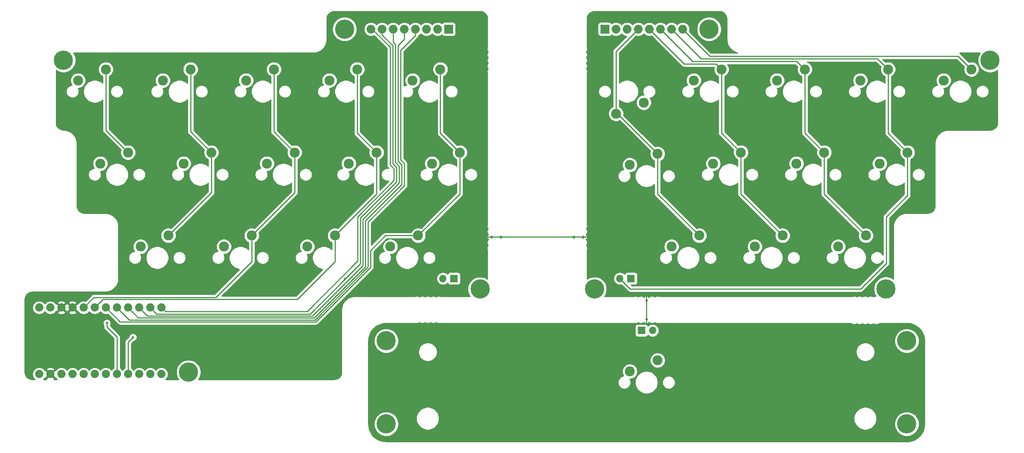
<source format=gtl>
G04 #@! TF.GenerationSoftware,KiCad,Pcbnew,(5.1.4)-1*
G04 #@! TF.CreationDate,2021-04-23T00:42:13+10:00*
G04 #@! TF.ProjectId,pain27divided3,7061696e-3237-4646-9976-69646564332e,rev?*
G04 #@! TF.SameCoordinates,Original*
G04 #@! TF.FileFunction,Copper,L1,Top*
G04 #@! TF.FilePolarity,Positive*
%FSLAX46Y46*%
G04 Gerber Fmt 4.6, Leading zero omitted, Abs format (unit mm)*
G04 Created by KiCad (PCBNEW (5.1.4)-1) date 2021-04-23 00:42:13*
%MOMM*%
%LPD*%
G04 APERTURE LIST*
%ADD10R,1.700000X1.700000*%
%ADD11O,1.700000X1.700000*%
%ADD12C,0.700000*%
%ADD13C,4.400000*%
%ADD14C,1.879600*%
%ADD15O,1.998980X1.998980*%
%ADD16R,1.998980X1.998980*%
%ADD17C,2.286000*%
%ADD18C,0.600000*%
%ADD19C,0.250000*%
%ADD20C,0.254000*%
G04 APERTURE END LIST*
D10*
X210750000Y-107150000D03*
D11*
X213290000Y-107150000D03*
D10*
X208358950Y-95250400D03*
D11*
X205818950Y-95250400D03*
D10*
X167878830Y-95250400D03*
D11*
X165338830Y-95250400D03*
D12*
X108323426Y-115515014D03*
X107156700Y-115031740D03*
X105989974Y-115515014D03*
X105506700Y-116681740D03*
X105989974Y-117848466D03*
X107156700Y-118331740D03*
X108323426Y-117848466D03*
X108806700Y-116681740D03*
D13*
X107156700Y-116681740D03*
X173831980Y-97631660D03*
D12*
X175481980Y-97631660D03*
X174998706Y-98798386D03*
X173831980Y-99281660D03*
X172665254Y-98798386D03*
X172181980Y-97631660D03*
X172665254Y-96464934D03*
X173831980Y-95981660D03*
X174998706Y-96464934D03*
X201191266Y-96464934D03*
X200024540Y-95981660D03*
X198857814Y-96464934D03*
X198374540Y-97631660D03*
X198857814Y-98798386D03*
X200024540Y-99281660D03*
X201191266Y-98798386D03*
X201674540Y-97631660D03*
D13*
X200024540Y-97631660D03*
X271434000Y-109526000D03*
D12*
X273084000Y-109526000D03*
X272600726Y-110692726D03*
X271434000Y-111176000D03*
X270267274Y-110692726D03*
X269784000Y-109526000D03*
X270267274Y-108359274D03*
X271434000Y-107876000D03*
X272600726Y-108359274D03*
D13*
X271434000Y-128574000D03*
D12*
X273084000Y-128574000D03*
X272600726Y-129740726D03*
X271434000Y-130224000D03*
X270267274Y-129740726D03*
X269784000Y-128574000D03*
X270267274Y-127407274D03*
X271434000Y-126924000D03*
X272600726Y-127407274D03*
D13*
X152384000Y-128574000D03*
D12*
X154034000Y-128574000D03*
X153550726Y-129740726D03*
X152384000Y-130224000D03*
X151217274Y-129740726D03*
X150734000Y-128574000D03*
X151217274Y-127407274D03*
X152384000Y-126924000D03*
X153550726Y-127407274D03*
D13*
X152384000Y-109526000D03*
D12*
X154034000Y-109526000D03*
X153550726Y-110692726D03*
X152384000Y-111176000D03*
X151217274Y-110692726D03*
X150734000Y-109526000D03*
X151217274Y-108359274D03*
X152384000Y-107876000D03*
X153550726Y-108359274D03*
D13*
X266672000Y-97621000D03*
D12*
X268322000Y-97621000D03*
X267838726Y-98787726D03*
X266672000Y-99271000D03*
X265505274Y-98787726D03*
X265022000Y-97621000D03*
X265505274Y-96454274D03*
X266672000Y-95971000D03*
X267838726Y-96454274D03*
D13*
X290482000Y-45239000D03*
D12*
X292132000Y-45239000D03*
X291648726Y-46405726D03*
X290482000Y-46889000D03*
X289315274Y-46405726D03*
X288832000Y-45239000D03*
X289315274Y-44072274D03*
X290482000Y-43589000D03*
X291648726Y-44072274D03*
D13*
X78573000Y-45239000D03*
D12*
X80223000Y-45239000D03*
X79739726Y-46405726D03*
X78573000Y-46889000D03*
X77406274Y-46405726D03*
X76923000Y-45239000D03*
X77406274Y-44072274D03*
X78573000Y-43589000D03*
X79739726Y-44072274D03*
D13*
X142860000Y-38096000D03*
D12*
X144510000Y-38096000D03*
X144026726Y-39262726D03*
X142860000Y-39746000D03*
X141693274Y-39262726D03*
X141210000Y-38096000D03*
X141693274Y-36929274D03*
X142860000Y-36446000D03*
X144026726Y-36929274D03*
D14*
X73016000Y-101906000D03*
X75556000Y-101906000D03*
X78096000Y-101906000D03*
X80636000Y-101906000D03*
X83176000Y-101906000D03*
X85716000Y-101906000D03*
X88256000Y-101906000D03*
X90796000Y-101906000D03*
X93336000Y-101906000D03*
X95876000Y-101906000D03*
X98416000Y-101906000D03*
X100956000Y-101906000D03*
X100956000Y-117146000D03*
X98416000Y-117146000D03*
X95876000Y-117146000D03*
X93336000Y-117146000D03*
X90796000Y-117146000D03*
X88256000Y-117146000D03*
X85716000Y-117146000D03*
X83176000Y-117146000D03*
X80636000Y-117146000D03*
X78096000Y-117146000D03*
X75556000Y-117146000D03*
X73016000Y-117146000D03*
D15*
X159050000Y-38096000D03*
D16*
X166670000Y-38096000D03*
D15*
X164130000Y-38096000D03*
X161590000Y-38096000D03*
X156510000Y-38096000D03*
X153970000Y-38096000D03*
X151430000Y-38096000D03*
X148890000Y-38096000D03*
X210005000Y-38096000D03*
D16*
X202385000Y-38096000D03*
D15*
X204925000Y-38096000D03*
X207465000Y-38096000D03*
X212545000Y-38096000D03*
X215085000Y-38096000D03*
X217625000Y-38096000D03*
X220165000Y-38096000D03*
D17*
X88256000Y-47302000D03*
X81906000Y-49842000D03*
X107622000Y-47302000D03*
X101272000Y-49842000D03*
X126670000Y-47302000D03*
X120320000Y-49842000D03*
X145718000Y-47302000D03*
X139368000Y-49842000D03*
X164766000Y-47302000D03*
X158416000Y-49842000D03*
X204925000Y-57462000D03*
X211275000Y-54922000D03*
X229053000Y-47302000D03*
X222703000Y-49842000D03*
X248101000Y-47302000D03*
X241751000Y-49842000D03*
X267149000Y-47302000D03*
X260799000Y-49842000D03*
X286197000Y-47302000D03*
X279847000Y-49842000D03*
X93336000Y-66350000D03*
X86986000Y-68890000D03*
X112384000Y-66350000D03*
X106034000Y-68890000D03*
X131432000Y-66350000D03*
X125082000Y-68890000D03*
X150162000Y-66350000D03*
X143812000Y-68890000D03*
X169210000Y-66350000D03*
X162860000Y-68890000D03*
X214449000Y-66668000D03*
X208099000Y-69208000D03*
X233497000Y-66350000D03*
X227147000Y-68890000D03*
X252545000Y-66350000D03*
X246195000Y-68890000D03*
X271593000Y-66350000D03*
X265243000Y-68890000D03*
X102542000Y-85398000D03*
X96192000Y-87938000D03*
X121590000Y-85398000D03*
X115240000Y-87938000D03*
X140638000Y-85398000D03*
X134288000Y-87938000D03*
X159686000Y-85398000D03*
X153336000Y-87938000D03*
X223973000Y-85398000D03*
X217623000Y-87938000D03*
X243021000Y-85398000D03*
X236671000Y-87938000D03*
X262069000Y-85398000D03*
X255719000Y-87938000D03*
X214449000Y-113970000D03*
X208099000Y-116510000D03*
D13*
X226195000Y-38096000D03*
D12*
X227845000Y-38096000D03*
X227361726Y-39262726D03*
X226195000Y-39746000D03*
X225028274Y-39262726D03*
X224545000Y-38096000D03*
X225028274Y-36929274D03*
X226195000Y-36446000D03*
X227361726Y-36929274D03*
D18*
X102383000Y-114288000D03*
X128574000Y-95240000D03*
X128574000Y-61906000D03*
X142978110Y-95352910D03*
X94446000Y-108702000D03*
X88506000Y-105435000D03*
D19*
X173813000Y-85716000D02*
X200004000Y-85716000D01*
X211909000Y-99091000D02*
X211909000Y-105309000D01*
X212000000Y-99000000D02*
X211909000Y-99091000D01*
X83176000Y-101906000D02*
X85530010Y-99551990D01*
X121590000Y-87014446D02*
X121590000Y-85398000D01*
X85530010Y-99551990D02*
X113407984Y-99551990D01*
X113407984Y-99551990D02*
X121590000Y-91369974D01*
X121590000Y-91369974D02*
X121590000Y-87014446D01*
X131432000Y-66350000D02*
X131432000Y-75556000D01*
X131432000Y-75556000D02*
X121590000Y-85398000D01*
X126670000Y-47302000D02*
X126670000Y-61588000D01*
X126670000Y-61588000D02*
X131432000Y-66350000D01*
X85716000Y-101906000D02*
X87620000Y-100002000D01*
X87620000Y-100002000D02*
X132005974Y-100002000D01*
X132005974Y-100002000D02*
X140638000Y-91369974D01*
X140638000Y-87014446D02*
X140638000Y-85398000D01*
X140638000Y-91369974D02*
X140638000Y-87014446D01*
X150162000Y-66350000D02*
X150162000Y-75874000D01*
X150162000Y-75874000D02*
X140638000Y-85398000D01*
X145718000Y-47302000D02*
X145718000Y-61906000D01*
X145718000Y-61906000D02*
X150162000Y-66350000D01*
X169210000Y-66350000D02*
X169210000Y-75874000D01*
X169210000Y-75874000D02*
X159686000Y-85398000D01*
X164766000Y-47302000D02*
X164766000Y-61906000D01*
X164766000Y-61906000D02*
X169210000Y-66350000D01*
X158069554Y-85398000D02*
X159686000Y-85398000D01*
X91506044Y-105156044D02*
X136274840Y-105156044D01*
X88256000Y-101906000D02*
X91506044Y-105156044D01*
X136274840Y-105156044D02*
X148797000Y-92633884D01*
X148797000Y-88803000D02*
X152202000Y-85398000D01*
X148797000Y-92633884D02*
X148797000Y-88803000D01*
X152202000Y-85398000D02*
X158069554Y-85398000D01*
X136088440Y-104706033D02*
X93596033Y-104706033D01*
X148203000Y-92591473D02*
X136088440Y-104706033D01*
X155628000Y-68013000D02*
X156519000Y-68904000D01*
X159050000Y-38096000D02*
X159050000Y-39509492D01*
X148203000Y-82269000D02*
X148203000Y-92591473D01*
X156519000Y-68904000D02*
X156519000Y-73953000D01*
X91735799Y-102845799D02*
X90796000Y-101906000D01*
X159050000Y-39509492D02*
X155628000Y-42931492D01*
X156519000Y-73953000D02*
X148203000Y-82269000D01*
X93596033Y-104706033D02*
X91735799Y-102845799D01*
X155628000Y-42931492D02*
X155628000Y-68013000D01*
X94275799Y-102845799D02*
X93336000Y-101906000D01*
X135902040Y-104256022D02*
X95686022Y-104256022D01*
X147609000Y-81972000D02*
X147609000Y-92549062D01*
X155925000Y-73656000D02*
X147609000Y-81972000D01*
X155925000Y-69201000D02*
X155925000Y-73656000D01*
X155034000Y-68310000D02*
X155925000Y-69201000D01*
X147609000Y-92549062D02*
X135902040Y-104256022D01*
X155034000Y-41877000D02*
X155034000Y-68310000D01*
X156510000Y-40401000D02*
X155034000Y-41877000D01*
X95686022Y-104256022D02*
X94275799Y-102845799D01*
X156510000Y-38096000D02*
X156510000Y-40401000D01*
X97776011Y-103806011D02*
X96815799Y-102845799D01*
X135510619Y-103806011D02*
X97776011Y-103806011D01*
X147015000Y-81675000D02*
X147015000Y-92301630D01*
X153970000Y-41110000D02*
X154440000Y-41580000D01*
X147015000Y-92301630D02*
X135510619Y-103806011D01*
X153970000Y-38096000D02*
X153970000Y-41110000D01*
X154440000Y-41580000D02*
X154440000Y-68607000D01*
X96815799Y-102845799D02*
X95876000Y-101906000D01*
X154440000Y-68607000D02*
X155331000Y-69498000D01*
X155331000Y-69498000D02*
X155331000Y-73359000D01*
X155331000Y-73359000D02*
X147015000Y-81675000D01*
X99355799Y-102845799D02*
X98416000Y-101906000D01*
X99866000Y-103356000D02*
X99355799Y-102845799D01*
X134975021Y-103356000D02*
X99866000Y-103356000D01*
X146421000Y-81378000D02*
X146421000Y-91910021D01*
X151430000Y-39461000D02*
X153846000Y-41877000D01*
X151430000Y-38096000D02*
X151430000Y-39461000D01*
X153846000Y-41877000D02*
X153846000Y-68904000D01*
X153846000Y-68904000D02*
X154737000Y-69795000D01*
X154737000Y-69795000D02*
X154737000Y-73062000D01*
X154737000Y-73062000D02*
X146421000Y-81378000D01*
X146421000Y-91910021D02*
X142978110Y-95352910D01*
X142978110Y-95352910D02*
X134975021Y-103356000D01*
X101871000Y-102762000D02*
X101015000Y-101906000D01*
X145827000Y-91228902D02*
X134293902Y-102762000D01*
X134293902Y-102762000D02*
X101871000Y-102762000D01*
X145827000Y-81081000D02*
X145827000Y-91228902D01*
X101015000Y-101906000D02*
X100956000Y-101906000D01*
X149174000Y-38096000D02*
X153252000Y-42174000D01*
X148890000Y-38096000D02*
X149174000Y-38096000D01*
X153252000Y-42174000D02*
X153252000Y-69201000D01*
X153252000Y-69201000D02*
X154143000Y-70092000D01*
X154143000Y-70092000D02*
X154143000Y-72765000D01*
X154143000Y-72765000D02*
X145827000Y-81081000D01*
X94446000Y-108702000D02*
X93336000Y-109812000D01*
X93336000Y-109812000D02*
X93336000Y-117146000D01*
X112384000Y-66350000D02*
X112384000Y-75556000D01*
X112384000Y-75556000D02*
X102542000Y-85398000D01*
X107622000Y-47302000D02*
X107622000Y-61588000D01*
X107622000Y-61588000D02*
X112384000Y-66350000D01*
X88256000Y-47302000D02*
X88256000Y-61270000D01*
X88256000Y-61270000D02*
X93336000Y-66350000D01*
X90796000Y-108655450D02*
X90796000Y-117146000D01*
X88506000Y-105435000D02*
X88506000Y-106365450D01*
X88506000Y-106365450D02*
X90796000Y-108655450D01*
X214449000Y-66668000D02*
X214449000Y-75874000D01*
X214449000Y-75874000D02*
X223973000Y-85398000D01*
X204925000Y-43176000D02*
X204925000Y-57462000D01*
X210005000Y-38096000D02*
X204925000Y-43176000D01*
X210005000Y-62224000D02*
X214449000Y-66668000D01*
X204925000Y-57462000D02*
X205243000Y-57462000D01*
X205243000Y-57462000D02*
X210005000Y-62224000D01*
X212545000Y-38096000D02*
X220484000Y-46035000D01*
X220484000Y-46035000D02*
X227786000Y-46035000D01*
X227786000Y-46035000D02*
X229053000Y-47302000D01*
X233497000Y-66350000D02*
X233497000Y-75874000D01*
X233497000Y-75874000D02*
X243021000Y-85398000D01*
X229053000Y-47302000D02*
X229053000Y-61906000D01*
X229053000Y-61906000D02*
X233497000Y-66350000D01*
X215085000Y-38096000D02*
X222430000Y-45441000D01*
X222430000Y-45441000D02*
X246240000Y-45441000D01*
X246240000Y-45441000D02*
X246958001Y-46159001D01*
X246958001Y-46159001D02*
X248101000Y-47302000D01*
X252545000Y-66350000D02*
X252545000Y-75874000D01*
X252545000Y-75874000D02*
X262069000Y-85398000D01*
X248101000Y-47302000D02*
X248101000Y-61906000D01*
X248101000Y-61906000D02*
X252545000Y-66350000D01*
X217625000Y-38096000D02*
X224376000Y-44847000D01*
X224376000Y-44847000D02*
X264694000Y-44847000D01*
X264694000Y-44847000D02*
X266006001Y-46159001D01*
X266006001Y-46159001D02*
X267149000Y-47302000D01*
X267149000Y-47302000D02*
X267149000Y-61906000D01*
X267149000Y-61906000D02*
X271593000Y-66350000D01*
X208189550Y-97621000D02*
X205818950Y-95250400D01*
X260883000Y-97621000D02*
X208189550Y-97621000D01*
X266731000Y-91773000D02*
X260883000Y-97621000D01*
X266731000Y-81081000D02*
X266731000Y-91773000D01*
X271593000Y-66350000D02*
X271593000Y-76219000D01*
X271593000Y-76219000D02*
X266731000Y-81081000D01*
X220165000Y-38096000D02*
X226322000Y-44253000D01*
X226322000Y-44253000D02*
X283148000Y-44253000D01*
X283148000Y-44253000D02*
X286197000Y-47302000D01*
D20*
G36*
X212523242Y-105309043D02*
G01*
X212538892Y-105319500D01*
X212549682Y-105330290D01*
X212551828Y-105328144D01*
X212691728Y-105421622D01*
X212878939Y-105499167D01*
X213077682Y-105538700D01*
X213280318Y-105538700D01*
X213479061Y-105499167D01*
X213666272Y-105421622D01*
X213814000Y-105322913D01*
X213961728Y-105421622D01*
X214148939Y-105499167D01*
X214347682Y-105538700D01*
X214550318Y-105538700D01*
X214749061Y-105499167D01*
X214809820Y-105474000D01*
X258625199Y-105474000D01*
X258714242Y-105563043D01*
X258882728Y-105675622D01*
X259069939Y-105753167D01*
X259268682Y-105792700D01*
X259471318Y-105792700D01*
X259670061Y-105753167D01*
X259857272Y-105675622D01*
X260005000Y-105576913D01*
X260152728Y-105675622D01*
X260339939Y-105753167D01*
X260538682Y-105792700D01*
X260741318Y-105792700D01*
X260940061Y-105753167D01*
X261127272Y-105675622D01*
X261275000Y-105576913D01*
X261422728Y-105675622D01*
X261609939Y-105753167D01*
X261808682Y-105792700D01*
X262011318Y-105792700D01*
X262210061Y-105753167D01*
X262397272Y-105675622D01*
X262545000Y-105576913D01*
X262692728Y-105675622D01*
X262879939Y-105753167D01*
X263078682Y-105792700D01*
X263281318Y-105792700D01*
X263480061Y-105753167D01*
X263667272Y-105675622D01*
X263815000Y-105576913D01*
X263962728Y-105675622D01*
X264149939Y-105753167D01*
X264348682Y-105792700D01*
X264551318Y-105792700D01*
X264750061Y-105753167D01*
X264937272Y-105675622D01*
X265105758Y-105563043D01*
X265194801Y-105474000D01*
X271401443Y-105474000D01*
X272171877Y-105544793D01*
X272885037Y-105745925D01*
X273549601Y-106073653D01*
X274143316Y-106517000D01*
X274646296Y-107061121D01*
X275041693Y-107687787D01*
X275316270Y-108376019D01*
X275463566Y-109116531D01*
X275486001Y-109544612D01*
X275486000Y-128541454D01*
X275415207Y-129311877D01*
X275214076Y-130025035D01*
X274886350Y-130689597D01*
X274442998Y-131283319D01*
X273898879Y-131786296D01*
X273272213Y-132181693D01*
X272583980Y-132456270D01*
X271843469Y-132603566D01*
X271415407Y-132626000D01*
X152416546Y-132626000D01*
X151646123Y-132555207D01*
X150932965Y-132354076D01*
X150268403Y-132026350D01*
X149674681Y-131582998D01*
X149171704Y-131038879D01*
X148776307Y-130412213D01*
X148501730Y-129723980D01*
X148354434Y-128983469D01*
X148332000Y-128555407D01*
X148332000Y-128294777D01*
X149549000Y-128294777D01*
X149549000Y-128853223D01*
X149657948Y-129400939D01*
X149871656Y-129916876D01*
X150181912Y-130381207D01*
X150576793Y-130776088D01*
X151041124Y-131086344D01*
X151557061Y-131300052D01*
X152104777Y-131409000D01*
X152663223Y-131409000D01*
X153210939Y-131300052D01*
X153726876Y-131086344D01*
X154191207Y-130776088D01*
X154586088Y-130381207D01*
X154896344Y-129916876D01*
X155110052Y-129400939D01*
X155219000Y-128853223D01*
X155219000Y-128294777D01*
X155110052Y-127747061D01*
X154896344Y-127231124D01*
X154772699Y-127046076D01*
X159242100Y-127046076D01*
X159242100Y-127563924D01*
X159343127Y-128071822D01*
X159541299Y-128550251D01*
X159829000Y-128980826D01*
X160195174Y-129347000D01*
X160625749Y-129634701D01*
X161104178Y-129832873D01*
X161612076Y-129933900D01*
X162129924Y-129933900D01*
X162637822Y-129832873D01*
X163116251Y-129634701D01*
X163546826Y-129347000D01*
X163913000Y-128980826D01*
X164200701Y-128550251D01*
X164398873Y-128071822D01*
X164499900Y-127563924D01*
X164499900Y-127046076D01*
X259318100Y-127046076D01*
X259318100Y-127563924D01*
X259419127Y-128071822D01*
X259617299Y-128550251D01*
X259905000Y-128980826D01*
X260271174Y-129347000D01*
X260701749Y-129634701D01*
X261180178Y-129832873D01*
X261688076Y-129933900D01*
X262205924Y-129933900D01*
X262713822Y-129832873D01*
X263192251Y-129634701D01*
X263622826Y-129347000D01*
X263989000Y-128980826D01*
X264276701Y-128550251D01*
X264382521Y-128294777D01*
X268599000Y-128294777D01*
X268599000Y-128853223D01*
X268707948Y-129400939D01*
X268921656Y-129916876D01*
X269231912Y-130381207D01*
X269626793Y-130776088D01*
X270091124Y-131086344D01*
X270607061Y-131300052D01*
X271154777Y-131409000D01*
X271713223Y-131409000D01*
X272260939Y-131300052D01*
X272776876Y-131086344D01*
X273241207Y-130776088D01*
X273636088Y-130381207D01*
X273946344Y-129916876D01*
X274160052Y-129400939D01*
X274269000Y-128853223D01*
X274269000Y-128294777D01*
X274160052Y-127747061D01*
X273946344Y-127231124D01*
X273636088Y-126766793D01*
X273241207Y-126371912D01*
X272776876Y-126061656D01*
X272260939Y-125847948D01*
X271713223Y-125739000D01*
X271154777Y-125739000D01*
X270607061Y-125847948D01*
X270091124Y-126061656D01*
X269626793Y-126371912D01*
X269231912Y-126766793D01*
X268921656Y-127231124D01*
X268707948Y-127747061D01*
X268599000Y-128294777D01*
X264382521Y-128294777D01*
X264474873Y-128071822D01*
X264575900Y-127563924D01*
X264575900Y-127046076D01*
X264474873Y-126538178D01*
X264276701Y-126059749D01*
X263989000Y-125629174D01*
X263622826Y-125263000D01*
X263192251Y-124975299D01*
X262713822Y-124777127D01*
X262205924Y-124676100D01*
X261688076Y-124676100D01*
X261180178Y-124777127D01*
X260701749Y-124975299D01*
X260271174Y-125263000D01*
X259905000Y-125629174D01*
X259617299Y-126059749D01*
X259419127Y-126538178D01*
X259318100Y-127046076D01*
X164499900Y-127046076D01*
X164398873Y-126538178D01*
X164200701Y-126059749D01*
X163913000Y-125629174D01*
X163546826Y-125263000D01*
X163116251Y-124975299D01*
X162637822Y-124777127D01*
X162129924Y-124676100D01*
X161612076Y-124676100D01*
X161104178Y-124777127D01*
X160625749Y-124975299D01*
X160195174Y-125263000D01*
X159829000Y-125629174D01*
X159541299Y-126059749D01*
X159343127Y-126538178D01*
X159242100Y-127046076D01*
X154772699Y-127046076D01*
X154586088Y-126766793D01*
X154191207Y-126371912D01*
X153726876Y-126061656D01*
X153210939Y-125847948D01*
X152663223Y-125739000D01*
X152104777Y-125739000D01*
X151557061Y-125847948D01*
X151041124Y-126061656D01*
X150576793Y-126371912D01*
X150181912Y-126766793D01*
X149871656Y-127231124D01*
X149657948Y-127747061D01*
X149549000Y-128294777D01*
X148332000Y-128294777D01*
X148332000Y-118903652D01*
X205343100Y-118903652D01*
X205343100Y-119196348D01*
X205400202Y-119483421D01*
X205512212Y-119753838D01*
X205674826Y-119997206D01*
X205881794Y-120204174D01*
X206125162Y-120366788D01*
X206395579Y-120478798D01*
X206682652Y-120535900D01*
X206975348Y-120535900D01*
X207262421Y-120478798D01*
X207532838Y-120366788D01*
X207776206Y-120204174D01*
X207983174Y-119997206D01*
X208145788Y-119753838D01*
X208257798Y-119483421D01*
X208314900Y-119196348D01*
X208314900Y-118903652D01*
X208292508Y-118791076D01*
X209280100Y-118791076D01*
X209280100Y-119308924D01*
X209381127Y-119816822D01*
X209579299Y-120295251D01*
X209867000Y-120725826D01*
X210233174Y-121092000D01*
X210663749Y-121379701D01*
X211142178Y-121577873D01*
X211650076Y-121678900D01*
X212167924Y-121678900D01*
X212675822Y-121577873D01*
X213154251Y-121379701D01*
X213584826Y-121092000D01*
X213951000Y-120725826D01*
X214238701Y-120295251D01*
X214436873Y-119816822D01*
X214537900Y-119308924D01*
X214537900Y-118903652D01*
X215503100Y-118903652D01*
X215503100Y-119196348D01*
X215560202Y-119483421D01*
X215672212Y-119753838D01*
X215834826Y-119997206D01*
X216041794Y-120204174D01*
X216285162Y-120366788D01*
X216555579Y-120478798D01*
X216842652Y-120535900D01*
X217135348Y-120535900D01*
X217422421Y-120478798D01*
X217692838Y-120366788D01*
X217936206Y-120204174D01*
X218143174Y-119997206D01*
X218305788Y-119753838D01*
X218417798Y-119483421D01*
X218474900Y-119196348D01*
X218474900Y-118903652D01*
X218417798Y-118616579D01*
X218305788Y-118346162D01*
X218143174Y-118102794D01*
X217936206Y-117895826D01*
X217692838Y-117733212D01*
X217422421Y-117621202D01*
X217135348Y-117564100D01*
X216842652Y-117564100D01*
X216555579Y-117621202D01*
X216285162Y-117733212D01*
X216041794Y-117895826D01*
X215834826Y-118102794D01*
X215672212Y-118346162D01*
X215560202Y-118616579D01*
X215503100Y-118903652D01*
X214537900Y-118903652D01*
X214537900Y-118791076D01*
X214436873Y-118283178D01*
X214238701Y-117804749D01*
X213951000Y-117374174D01*
X213584826Y-117008000D01*
X213154251Y-116720299D01*
X212675822Y-116522127D01*
X212167924Y-116421100D01*
X211650076Y-116421100D01*
X211142178Y-116522127D01*
X210663749Y-116720299D01*
X210233174Y-117008000D01*
X209867000Y-117374174D01*
X209579299Y-117804749D01*
X209381127Y-118283178D01*
X209280100Y-118791076D01*
X208292508Y-118791076D01*
X208257798Y-118616579D01*
X208145788Y-118346162D01*
X208106925Y-118288000D01*
X208274118Y-118288000D01*
X208617623Y-118219672D01*
X208941199Y-118085643D01*
X209232409Y-117891063D01*
X209480063Y-117643409D01*
X209674643Y-117352199D01*
X209808672Y-117028623D01*
X209877000Y-116685118D01*
X209877000Y-116334882D01*
X209808672Y-115991377D01*
X209674643Y-115667801D01*
X209480063Y-115376591D01*
X209232409Y-115128937D01*
X208941199Y-114934357D01*
X208617623Y-114800328D01*
X208274118Y-114732000D01*
X207923882Y-114732000D01*
X207580377Y-114800328D01*
X207256801Y-114934357D01*
X206965591Y-115128937D01*
X206717937Y-115376591D01*
X206523357Y-115667801D01*
X206389328Y-115991377D01*
X206321000Y-116334882D01*
X206321000Y-116685118D01*
X206389328Y-117028623D01*
X206523357Y-117352199D01*
X206667022Y-117567209D01*
X206395579Y-117621202D01*
X206125162Y-117733212D01*
X205881794Y-117895826D01*
X205674826Y-118102794D01*
X205512212Y-118346162D01*
X205400202Y-118616579D01*
X205343100Y-118903652D01*
X148332000Y-118903652D01*
X148332000Y-109558557D01*
X148360648Y-109246777D01*
X149549000Y-109246777D01*
X149549000Y-109805223D01*
X149657948Y-110352939D01*
X149871656Y-110868876D01*
X150181912Y-111333207D01*
X150576793Y-111728088D01*
X151041124Y-112038344D01*
X151557061Y-112252052D01*
X152104777Y-112361000D01*
X152663223Y-112361000D01*
X153210939Y-112252052D01*
X153726876Y-112038344D01*
X154005225Y-111852357D01*
X159712000Y-111852357D01*
X159712000Y-112277643D01*
X159794970Y-112694757D01*
X159957719Y-113087670D01*
X160193996Y-113441282D01*
X160494718Y-113742004D01*
X160848330Y-113978281D01*
X161241243Y-114141030D01*
X161658357Y-114224000D01*
X162083643Y-114224000D01*
X162500757Y-114141030D01*
X162893670Y-113978281D01*
X163168144Y-113794882D01*
X212671000Y-113794882D01*
X212671000Y-114145118D01*
X212739328Y-114488623D01*
X212873357Y-114812199D01*
X213067937Y-115103409D01*
X213315591Y-115351063D01*
X213606801Y-115545643D01*
X213930377Y-115679672D01*
X214273882Y-115748000D01*
X214624118Y-115748000D01*
X214967623Y-115679672D01*
X215291199Y-115545643D01*
X215582409Y-115351063D01*
X215830063Y-115103409D01*
X216024643Y-114812199D01*
X216158672Y-114488623D01*
X216227000Y-114145118D01*
X216227000Y-113794882D01*
X216158672Y-113451377D01*
X216024643Y-113127801D01*
X215830063Y-112836591D01*
X215582409Y-112588937D01*
X215291199Y-112394357D01*
X214967623Y-112260328D01*
X214624118Y-112192000D01*
X214273882Y-112192000D01*
X213930377Y-112260328D01*
X213606801Y-112394357D01*
X213315591Y-112588937D01*
X213067937Y-112836591D01*
X212873357Y-113127801D01*
X212739328Y-113451377D01*
X212671000Y-113794882D01*
X163168144Y-113794882D01*
X163247282Y-113742004D01*
X163548004Y-113441282D01*
X163784281Y-113087670D01*
X163947030Y-112694757D01*
X164030000Y-112277643D01*
X164030000Y-111852357D01*
X259788000Y-111852357D01*
X259788000Y-112277643D01*
X259870970Y-112694757D01*
X260033719Y-113087670D01*
X260269996Y-113441282D01*
X260570718Y-113742004D01*
X260924330Y-113978281D01*
X261317243Y-114141030D01*
X261734357Y-114224000D01*
X262159643Y-114224000D01*
X262576757Y-114141030D01*
X262969670Y-113978281D01*
X263323282Y-113742004D01*
X263624004Y-113441282D01*
X263860281Y-113087670D01*
X264023030Y-112694757D01*
X264106000Y-112277643D01*
X264106000Y-111852357D01*
X264023030Y-111435243D01*
X263860281Y-111042330D01*
X263624004Y-110688718D01*
X263323282Y-110387996D01*
X262969670Y-110151719D01*
X262576757Y-109988970D01*
X262159643Y-109906000D01*
X261734357Y-109906000D01*
X261317243Y-109988970D01*
X260924330Y-110151719D01*
X260570718Y-110387996D01*
X260269996Y-110688718D01*
X260033719Y-111042330D01*
X259870970Y-111435243D01*
X259788000Y-111852357D01*
X164030000Y-111852357D01*
X163947030Y-111435243D01*
X163784281Y-111042330D01*
X163548004Y-110688718D01*
X163247282Y-110387996D01*
X162893670Y-110151719D01*
X162500757Y-109988970D01*
X162083643Y-109906000D01*
X161658357Y-109906000D01*
X161241243Y-109988970D01*
X160848330Y-110151719D01*
X160494718Y-110387996D01*
X160193996Y-110688718D01*
X159957719Y-111042330D01*
X159794970Y-111435243D01*
X159712000Y-111852357D01*
X154005225Y-111852357D01*
X154191207Y-111728088D01*
X154586088Y-111333207D01*
X154896344Y-110868876D01*
X155110052Y-110352939D01*
X155219000Y-109805223D01*
X155219000Y-109246777D01*
X268599000Y-109246777D01*
X268599000Y-109805223D01*
X268707948Y-110352939D01*
X268921656Y-110868876D01*
X269231912Y-111333207D01*
X269626793Y-111728088D01*
X270091124Y-112038344D01*
X270607061Y-112252052D01*
X271154777Y-112361000D01*
X271713223Y-112361000D01*
X272260939Y-112252052D01*
X272776876Y-112038344D01*
X273241207Y-111728088D01*
X273636088Y-111333207D01*
X273946344Y-110868876D01*
X274160052Y-110352939D01*
X274269000Y-109805223D01*
X274269000Y-109246777D01*
X274160052Y-108699061D01*
X273946344Y-108183124D01*
X273636088Y-107718793D01*
X273241207Y-107323912D01*
X272776876Y-107013656D01*
X272260939Y-106799948D01*
X271713223Y-106691000D01*
X271154777Y-106691000D01*
X270607061Y-106799948D01*
X270091124Y-107013656D01*
X269626793Y-107323912D01*
X269231912Y-107718793D01*
X268921656Y-108183124D01*
X268707948Y-108699061D01*
X268599000Y-109246777D01*
X155219000Y-109246777D01*
X155110052Y-108699061D01*
X154896344Y-108183124D01*
X154586088Y-107718793D01*
X154191207Y-107323912D01*
X153726876Y-107013656D01*
X153210939Y-106799948D01*
X152663223Y-106691000D01*
X152104777Y-106691000D01*
X151557061Y-106799948D01*
X151041124Y-107013656D01*
X150576793Y-107323912D01*
X150181912Y-107718793D01*
X149871656Y-108183124D01*
X149657948Y-108699061D01*
X149549000Y-109246777D01*
X148360648Y-109246777D01*
X148402793Y-108788123D01*
X148603925Y-108074963D01*
X148931653Y-107410399D01*
X149375000Y-106816684D01*
X149919121Y-106313704D01*
X149940840Y-106300000D01*
X209261928Y-106300000D01*
X209261928Y-108000000D01*
X209274188Y-108124482D01*
X209310498Y-108244180D01*
X209369463Y-108354494D01*
X209448815Y-108451185D01*
X209545506Y-108530537D01*
X209655820Y-108589502D01*
X209775518Y-108625812D01*
X209900000Y-108638072D01*
X211600000Y-108638072D01*
X211724482Y-108625812D01*
X211844180Y-108589502D01*
X211954494Y-108530537D01*
X212051185Y-108451185D01*
X212130537Y-108354494D01*
X212189502Y-108244180D01*
X212210393Y-108175313D01*
X212234866Y-108205134D01*
X212460986Y-108390706D01*
X212718966Y-108528599D01*
X212998889Y-108613513D01*
X213217050Y-108635000D01*
X213362950Y-108635000D01*
X213581111Y-108613513D01*
X213861034Y-108528599D01*
X214119014Y-108390706D01*
X214345134Y-108205134D01*
X214530706Y-107979014D01*
X214668599Y-107721034D01*
X214753513Y-107441111D01*
X214782185Y-107150000D01*
X214753513Y-106858889D01*
X214668599Y-106578966D01*
X214530706Y-106320986D01*
X214345134Y-106094866D01*
X214119014Y-105909294D01*
X213861034Y-105771401D01*
X213581111Y-105686487D01*
X213362950Y-105665000D01*
X213217050Y-105665000D01*
X212998889Y-105686487D01*
X212718966Y-105771401D01*
X212460986Y-105909294D01*
X212234866Y-106094866D01*
X212210393Y-106124687D01*
X212189502Y-106055820D01*
X212130537Y-105945506D01*
X212051185Y-105848815D01*
X211954494Y-105769463D01*
X211844180Y-105710498D01*
X211724482Y-105674188D01*
X211600000Y-105661928D01*
X209900000Y-105661928D01*
X209775518Y-105674188D01*
X209655820Y-105710498D01*
X209545506Y-105769463D01*
X209448815Y-105848815D01*
X209369463Y-105945506D01*
X209310498Y-106055820D01*
X209274188Y-106175518D01*
X209261928Y-106300000D01*
X149940840Y-106300000D01*
X150545787Y-105918307D01*
X151234019Y-105643730D01*
X151974531Y-105496434D01*
X152402593Y-105474000D01*
X159007180Y-105474000D01*
X159067939Y-105499167D01*
X159266682Y-105538700D01*
X159469318Y-105538700D01*
X159668061Y-105499167D01*
X159855272Y-105421622D01*
X160003000Y-105322913D01*
X160150728Y-105421622D01*
X160337939Y-105499167D01*
X160536682Y-105538700D01*
X160739318Y-105538700D01*
X160938061Y-105499167D01*
X161125272Y-105421622D01*
X161273000Y-105322913D01*
X161420728Y-105421622D01*
X161607939Y-105499167D01*
X161806682Y-105538700D01*
X162009318Y-105538700D01*
X162208061Y-105499167D01*
X162395272Y-105421622D01*
X162543000Y-105322913D01*
X162690728Y-105421622D01*
X162877939Y-105499167D01*
X163076682Y-105538700D01*
X163279318Y-105538700D01*
X163478061Y-105499167D01*
X163665272Y-105421622D01*
X163813000Y-105322913D01*
X163960728Y-105421622D01*
X164147939Y-105499167D01*
X164346682Y-105538700D01*
X164549318Y-105538700D01*
X164748061Y-105499167D01*
X164808820Y-105474000D01*
X209008180Y-105474000D01*
X209068939Y-105499167D01*
X209267682Y-105538700D01*
X209470318Y-105538700D01*
X209669061Y-105499167D01*
X209856272Y-105421622D01*
X210004000Y-105322913D01*
X210151728Y-105421622D01*
X210338939Y-105499167D01*
X210537682Y-105538700D01*
X210740318Y-105538700D01*
X210939061Y-105499167D01*
X211126272Y-105421622D01*
X211266172Y-105328144D01*
X211268318Y-105330290D01*
X211279108Y-105319500D01*
X211294758Y-105309043D01*
X211387198Y-105216603D01*
X211408768Y-105414576D01*
X211594854Y-105494785D01*
X211793012Y-105537149D01*
X211995628Y-105540041D01*
X212194914Y-105503349D01*
X212383213Y-105428483D01*
X212409232Y-105414576D01*
X212430802Y-105216603D01*
X212523242Y-105309043D01*
X212523242Y-105309043D01*
G37*
X212523242Y-105309043D02*
X212538892Y-105319500D01*
X212549682Y-105330290D01*
X212551828Y-105328144D01*
X212691728Y-105421622D01*
X212878939Y-105499167D01*
X213077682Y-105538700D01*
X213280318Y-105538700D01*
X213479061Y-105499167D01*
X213666272Y-105421622D01*
X213814000Y-105322913D01*
X213961728Y-105421622D01*
X214148939Y-105499167D01*
X214347682Y-105538700D01*
X214550318Y-105538700D01*
X214749061Y-105499167D01*
X214809820Y-105474000D01*
X258625199Y-105474000D01*
X258714242Y-105563043D01*
X258882728Y-105675622D01*
X259069939Y-105753167D01*
X259268682Y-105792700D01*
X259471318Y-105792700D01*
X259670061Y-105753167D01*
X259857272Y-105675622D01*
X260005000Y-105576913D01*
X260152728Y-105675622D01*
X260339939Y-105753167D01*
X260538682Y-105792700D01*
X260741318Y-105792700D01*
X260940061Y-105753167D01*
X261127272Y-105675622D01*
X261275000Y-105576913D01*
X261422728Y-105675622D01*
X261609939Y-105753167D01*
X261808682Y-105792700D01*
X262011318Y-105792700D01*
X262210061Y-105753167D01*
X262397272Y-105675622D01*
X262545000Y-105576913D01*
X262692728Y-105675622D01*
X262879939Y-105753167D01*
X263078682Y-105792700D01*
X263281318Y-105792700D01*
X263480061Y-105753167D01*
X263667272Y-105675622D01*
X263815000Y-105576913D01*
X263962728Y-105675622D01*
X264149939Y-105753167D01*
X264348682Y-105792700D01*
X264551318Y-105792700D01*
X264750061Y-105753167D01*
X264937272Y-105675622D01*
X265105758Y-105563043D01*
X265194801Y-105474000D01*
X271401443Y-105474000D01*
X272171877Y-105544793D01*
X272885037Y-105745925D01*
X273549601Y-106073653D01*
X274143316Y-106517000D01*
X274646296Y-107061121D01*
X275041693Y-107687787D01*
X275316270Y-108376019D01*
X275463566Y-109116531D01*
X275486001Y-109544612D01*
X275486000Y-128541454D01*
X275415207Y-129311877D01*
X275214076Y-130025035D01*
X274886350Y-130689597D01*
X274442998Y-131283319D01*
X273898879Y-131786296D01*
X273272213Y-132181693D01*
X272583980Y-132456270D01*
X271843469Y-132603566D01*
X271415407Y-132626000D01*
X152416546Y-132626000D01*
X151646123Y-132555207D01*
X150932965Y-132354076D01*
X150268403Y-132026350D01*
X149674681Y-131582998D01*
X149171704Y-131038879D01*
X148776307Y-130412213D01*
X148501730Y-129723980D01*
X148354434Y-128983469D01*
X148332000Y-128555407D01*
X148332000Y-128294777D01*
X149549000Y-128294777D01*
X149549000Y-128853223D01*
X149657948Y-129400939D01*
X149871656Y-129916876D01*
X150181912Y-130381207D01*
X150576793Y-130776088D01*
X151041124Y-131086344D01*
X151557061Y-131300052D01*
X152104777Y-131409000D01*
X152663223Y-131409000D01*
X153210939Y-131300052D01*
X153726876Y-131086344D01*
X154191207Y-130776088D01*
X154586088Y-130381207D01*
X154896344Y-129916876D01*
X155110052Y-129400939D01*
X155219000Y-128853223D01*
X155219000Y-128294777D01*
X155110052Y-127747061D01*
X154896344Y-127231124D01*
X154772699Y-127046076D01*
X159242100Y-127046076D01*
X159242100Y-127563924D01*
X159343127Y-128071822D01*
X159541299Y-128550251D01*
X159829000Y-128980826D01*
X160195174Y-129347000D01*
X160625749Y-129634701D01*
X161104178Y-129832873D01*
X161612076Y-129933900D01*
X162129924Y-129933900D01*
X162637822Y-129832873D01*
X163116251Y-129634701D01*
X163546826Y-129347000D01*
X163913000Y-128980826D01*
X164200701Y-128550251D01*
X164398873Y-128071822D01*
X164499900Y-127563924D01*
X164499900Y-127046076D01*
X259318100Y-127046076D01*
X259318100Y-127563924D01*
X259419127Y-128071822D01*
X259617299Y-128550251D01*
X259905000Y-128980826D01*
X260271174Y-129347000D01*
X260701749Y-129634701D01*
X261180178Y-129832873D01*
X261688076Y-129933900D01*
X262205924Y-129933900D01*
X262713822Y-129832873D01*
X263192251Y-129634701D01*
X263622826Y-129347000D01*
X263989000Y-128980826D01*
X264276701Y-128550251D01*
X264382521Y-128294777D01*
X268599000Y-128294777D01*
X268599000Y-128853223D01*
X268707948Y-129400939D01*
X268921656Y-129916876D01*
X269231912Y-130381207D01*
X269626793Y-130776088D01*
X270091124Y-131086344D01*
X270607061Y-131300052D01*
X271154777Y-131409000D01*
X271713223Y-131409000D01*
X272260939Y-131300052D01*
X272776876Y-131086344D01*
X273241207Y-130776088D01*
X273636088Y-130381207D01*
X273946344Y-129916876D01*
X274160052Y-129400939D01*
X274269000Y-128853223D01*
X274269000Y-128294777D01*
X274160052Y-127747061D01*
X273946344Y-127231124D01*
X273636088Y-126766793D01*
X273241207Y-126371912D01*
X272776876Y-126061656D01*
X272260939Y-125847948D01*
X271713223Y-125739000D01*
X271154777Y-125739000D01*
X270607061Y-125847948D01*
X270091124Y-126061656D01*
X269626793Y-126371912D01*
X269231912Y-126766793D01*
X268921656Y-127231124D01*
X268707948Y-127747061D01*
X268599000Y-128294777D01*
X264382521Y-128294777D01*
X264474873Y-128071822D01*
X264575900Y-127563924D01*
X264575900Y-127046076D01*
X264474873Y-126538178D01*
X264276701Y-126059749D01*
X263989000Y-125629174D01*
X263622826Y-125263000D01*
X263192251Y-124975299D01*
X262713822Y-124777127D01*
X262205924Y-124676100D01*
X261688076Y-124676100D01*
X261180178Y-124777127D01*
X260701749Y-124975299D01*
X260271174Y-125263000D01*
X259905000Y-125629174D01*
X259617299Y-126059749D01*
X259419127Y-126538178D01*
X259318100Y-127046076D01*
X164499900Y-127046076D01*
X164398873Y-126538178D01*
X164200701Y-126059749D01*
X163913000Y-125629174D01*
X163546826Y-125263000D01*
X163116251Y-124975299D01*
X162637822Y-124777127D01*
X162129924Y-124676100D01*
X161612076Y-124676100D01*
X161104178Y-124777127D01*
X160625749Y-124975299D01*
X160195174Y-125263000D01*
X159829000Y-125629174D01*
X159541299Y-126059749D01*
X159343127Y-126538178D01*
X159242100Y-127046076D01*
X154772699Y-127046076D01*
X154586088Y-126766793D01*
X154191207Y-126371912D01*
X153726876Y-126061656D01*
X153210939Y-125847948D01*
X152663223Y-125739000D01*
X152104777Y-125739000D01*
X151557061Y-125847948D01*
X151041124Y-126061656D01*
X150576793Y-126371912D01*
X150181912Y-126766793D01*
X149871656Y-127231124D01*
X149657948Y-127747061D01*
X149549000Y-128294777D01*
X148332000Y-128294777D01*
X148332000Y-118903652D01*
X205343100Y-118903652D01*
X205343100Y-119196348D01*
X205400202Y-119483421D01*
X205512212Y-119753838D01*
X205674826Y-119997206D01*
X205881794Y-120204174D01*
X206125162Y-120366788D01*
X206395579Y-120478798D01*
X206682652Y-120535900D01*
X206975348Y-120535900D01*
X207262421Y-120478798D01*
X207532838Y-120366788D01*
X207776206Y-120204174D01*
X207983174Y-119997206D01*
X208145788Y-119753838D01*
X208257798Y-119483421D01*
X208314900Y-119196348D01*
X208314900Y-118903652D01*
X208292508Y-118791076D01*
X209280100Y-118791076D01*
X209280100Y-119308924D01*
X209381127Y-119816822D01*
X209579299Y-120295251D01*
X209867000Y-120725826D01*
X210233174Y-121092000D01*
X210663749Y-121379701D01*
X211142178Y-121577873D01*
X211650076Y-121678900D01*
X212167924Y-121678900D01*
X212675822Y-121577873D01*
X213154251Y-121379701D01*
X213584826Y-121092000D01*
X213951000Y-120725826D01*
X214238701Y-120295251D01*
X214436873Y-119816822D01*
X214537900Y-119308924D01*
X214537900Y-118903652D01*
X215503100Y-118903652D01*
X215503100Y-119196348D01*
X215560202Y-119483421D01*
X215672212Y-119753838D01*
X215834826Y-119997206D01*
X216041794Y-120204174D01*
X216285162Y-120366788D01*
X216555579Y-120478798D01*
X216842652Y-120535900D01*
X217135348Y-120535900D01*
X217422421Y-120478798D01*
X217692838Y-120366788D01*
X217936206Y-120204174D01*
X218143174Y-119997206D01*
X218305788Y-119753838D01*
X218417798Y-119483421D01*
X218474900Y-119196348D01*
X218474900Y-118903652D01*
X218417798Y-118616579D01*
X218305788Y-118346162D01*
X218143174Y-118102794D01*
X217936206Y-117895826D01*
X217692838Y-117733212D01*
X217422421Y-117621202D01*
X217135348Y-117564100D01*
X216842652Y-117564100D01*
X216555579Y-117621202D01*
X216285162Y-117733212D01*
X216041794Y-117895826D01*
X215834826Y-118102794D01*
X215672212Y-118346162D01*
X215560202Y-118616579D01*
X215503100Y-118903652D01*
X214537900Y-118903652D01*
X214537900Y-118791076D01*
X214436873Y-118283178D01*
X214238701Y-117804749D01*
X213951000Y-117374174D01*
X213584826Y-117008000D01*
X213154251Y-116720299D01*
X212675822Y-116522127D01*
X212167924Y-116421100D01*
X211650076Y-116421100D01*
X211142178Y-116522127D01*
X210663749Y-116720299D01*
X210233174Y-117008000D01*
X209867000Y-117374174D01*
X209579299Y-117804749D01*
X209381127Y-118283178D01*
X209280100Y-118791076D01*
X208292508Y-118791076D01*
X208257798Y-118616579D01*
X208145788Y-118346162D01*
X208106925Y-118288000D01*
X208274118Y-118288000D01*
X208617623Y-118219672D01*
X208941199Y-118085643D01*
X209232409Y-117891063D01*
X209480063Y-117643409D01*
X209674643Y-117352199D01*
X209808672Y-117028623D01*
X209877000Y-116685118D01*
X209877000Y-116334882D01*
X209808672Y-115991377D01*
X209674643Y-115667801D01*
X209480063Y-115376591D01*
X209232409Y-115128937D01*
X208941199Y-114934357D01*
X208617623Y-114800328D01*
X208274118Y-114732000D01*
X207923882Y-114732000D01*
X207580377Y-114800328D01*
X207256801Y-114934357D01*
X206965591Y-115128937D01*
X206717937Y-115376591D01*
X206523357Y-115667801D01*
X206389328Y-115991377D01*
X206321000Y-116334882D01*
X206321000Y-116685118D01*
X206389328Y-117028623D01*
X206523357Y-117352199D01*
X206667022Y-117567209D01*
X206395579Y-117621202D01*
X206125162Y-117733212D01*
X205881794Y-117895826D01*
X205674826Y-118102794D01*
X205512212Y-118346162D01*
X205400202Y-118616579D01*
X205343100Y-118903652D01*
X148332000Y-118903652D01*
X148332000Y-109558557D01*
X148360648Y-109246777D01*
X149549000Y-109246777D01*
X149549000Y-109805223D01*
X149657948Y-110352939D01*
X149871656Y-110868876D01*
X150181912Y-111333207D01*
X150576793Y-111728088D01*
X151041124Y-112038344D01*
X151557061Y-112252052D01*
X152104777Y-112361000D01*
X152663223Y-112361000D01*
X153210939Y-112252052D01*
X153726876Y-112038344D01*
X154005225Y-111852357D01*
X159712000Y-111852357D01*
X159712000Y-112277643D01*
X159794970Y-112694757D01*
X159957719Y-113087670D01*
X160193996Y-113441282D01*
X160494718Y-113742004D01*
X160848330Y-113978281D01*
X161241243Y-114141030D01*
X161658357Y-114224000D01*
X162083643Y-114224000D01*
X162500757Y-114141030D01*
X162893670Y-113978281D01*
X163168144Y-113794882D01*
X212671000Y-113794882D01*
X212671000Y-114145118D01*
X212739328Y-114488623D01*
X212873357Y-114812199D01*
X213067937Y-115103409D01*
X213315591Y-115351063D01*
X213606801Y-115545643D01*
X213930377Y-115679672D01*
X214273882Y-115748000D01*
X214624118Y-115748000D01*
X214967623Y-115679672D01*
X215291199Y-115545643D01*
X215582409Y-115351063D01*
X215830063Y-115103409D01*
X216024643Y-114812199D01*
X216158672Y-114488623D01*
X216227000Y-114145118D01*
X216227000Y-113794882D01*
X216158672Y-113451377D01*
X216024643Y-113127801D01*
X215830063Y-112836591D01*
X215582409Y-112588937D01*
X215291199Y-112394357D01*
X214967623Y-112260328D01*
X214624118Y-112192000D01*
X214273882Y-112192000D01*
X213930377Y-112260328D01*
X213606801Y-112394357D01*
X213315591Y-112588937D01*
X213067937Y-112836591D01*
X212873357Y-113127801D01*
X212739328Y-113451377D01*
X212671000Y-113794882D01*
X163168144Y-113794882D01*
X163247282Y-113742004D01*
X163548004Y-113441282D01*
X163784281Y-113087670D01*
X163947030Y-112694757D01*
X164030000Y-112277643D01*
X164030000Y-111852357D01*
X259788000Y-111852357D01*
X259788000Y-112277643D01*
X259870970Y-112694757D01*
X260033719Y-113087670D01*
X260269996Y-113441282D01*
X260570718Y-113742004D01*
X260924330Y-113978281D01*
X261317243Y-114141030D01*
X261734357Y-114224000D01*
X262159643Y-114224000D01*
X262576757Y-114141030D01*
X262969670Y-113978281D01*
X263323282Y-113742004D01*
X263624004Y-113441282D01*
X263860281Y-113087670D01*
X264023030Y-112694757D01*
X264106000Y-112277643D01*
X264106000Y-111852357D01*
X264023030Y-111435243D01*
X263860281Y-111042330D01*
X263624004Y-110688718D01*
X263323282Y-110387996D01*
X262969670Y-110151719D01*
X262576757Y-109988970D01*
X262159643Y-109906000D01*
X261734357Y-109906000D01*
X261317243Y-109988970D01*
X260924330Y-110151719D01*
X260570718Y-110387996D01*
X260269996Y-110688718D01*
X260033719Y-111042330D01*
X259870970Y-111435243D01*
X259788000Y-111852357D01*
X164030000Y-111852357D01*
X163947030Y-111435243D01*
X163784281Y-111042330D01*
X163548004Y-110688718D01*
X163247282Y-110387996D01*
X162893670Y-110151719D01*
X162500757Y-109988970D01*
X162083643Y-109906000D01*
X161658357Y-109906000D01*
X161241243Y-109988970D01*
X160848330Y-110151719D01*
X160494718Y-110387996D01*
X160193996Y-110688718D01*
X159957719Y-111042330D01*
X159794970Y-111435243D01*
X159712000Y-111852357D01*
X154005225Y-111852357D01*
X154191207Y-111728088D01*
X154586088Y-111333207D01*
X154896344Y-110868876D01*
X155110052Y-110352939D01*
X155219000Y-109805223D01*
X155219000Y-109246777D01*
X268599000Y-109246777D01*
X268599000Y-109805223D01*
X268707948Y-110352939D01*
X268921656Y-110868876D01*
X269231912Y-111333207D01*
X269626793Y-111728088D01*
X270091124Y-112038344D01*
X270607061Y-112252052D01*
X271154777Y-112361000D01*
X271713223Y-112361000D01*
X272260939Y-112252052D01*
X272776876Y-112038344D01*
X273241207Y-111728088D01*
X273636088Y-111333207D01*
X273946344Y-110868876D01*
X274160052Y-110352939D01*
X274269000Y-109805223D01*
X274269000Y-109246777D01*
X274160052Y-108699061D01*
X273946344Y-108183124D01*
X273636088Y-107718793D01*
X273241207Y-107323912D01*
X272776876Y-107013656D01*
X272260939Y-106799948D01*
X271713223Y-106691000D01*
X271154777Y-106691000D01*
X270607061Y-106799948D01*
X270091124Y-107013656D01*
X269626793Y-107323912D01*
X269231912Y-107718793D01*
X268921656Y-108183124D01*
X268707948Y-108699061D01*
X268599000Y-109246777D01*
X155219000Y-109246777D01*
X155110052Y-108699061D01*
X154896344Y-108183124D01*
X154586088Y-107718793D01*
X154191207Y-107323912D01*
X153726876Y-107013656D01*
X153210939Y-106799948D01*
X152663223Y-106691000D01*
X152104777Y-106691000D01*
X151557061Y-106799948D01*
X151041124Y-107013656D01*
X150576793Y-107323912D01*
X150181912Y-107718793D01*
X149871656Y-108183124D01*
X149657948Y-108699061D01*
X149549000Y-109246777D01*
X148360648Y-109246777D01*
X148402793Y-108788123D01*
X148603925Y-108074963D01*
X148931653Y-107410399D01*
X149375000Y-106816684D01*
X149919121Y-106313704D01*
X149940840Y-106300000D01*
X209261928Y-106300000D01*
X209261928Y-108000000D01*
X209274188Y-108124482D01*
X209310498Y-108244180D01*
X209369463Y-108354494D01*
X209448815Y-108451185D01*
X209545506Y-108530537D01*
X209655820Y-108589502D01*
X209775518Y-108625812D01*
X209900000Y-108638072D01*
X211600000Y-108638072D01*
X211724482Y-108625812D01*
X211844180Y-108589502D01*
X211954494Y-108530537D01*
X212051185Y-108451185D01*
X212130537Y-108354494D01*
X212189502Y-108244180D01*
X212210393Y-108175313D01*
X212234866Y-108205134D01*
X212460986Y-108390706D01*
X212718966Y-108528599D01*
X212998889Y-108613513D01*
X213217050Y-108635000D01*
X213362950Y-108635000D01*
X213581111Y-108613513D01*
X213861034Y-108528599D01*
X214119014Y-108390706D01*
X214345134Y-108205134D01*
X214530706Y-107979014D01*
X214668599Y-107721034D01*
X214753513Y-107441111D01*
X214782185Y-107150000D01*
X214753513Y-106858889D01*
X214668599Y-106578966D01*
X214530706Y-106320986D01*
X214345134Y-106094866D01*
X214119014Y-105909294D01*
X213861034Y-105771401D01*
X213581111Y-105686487D01*
X213362950Y-105665000D01*
X213217050Y-105665000D01*
X212998889Y-105686487D01*
X212718966Y-105771401D01*
X212460986Y-105909294D01*
X212234866Y-106094866D01*
X212210393Y-106124687D01*
X212189502Y-106055820D01*
X212130537Y-105945506D01*
X212051185Y-105848815D01*
X211954494Y-105769463D01*
X211844180Y-105710498D01*
X211724482Y-105674188D01*
X211600000Y-105661928D01*
X209900000Y-105661928D01*
X209775518Y-105674188D01*
X209655820Y-105710498D01*
X209545506Y-105769463D01*
X209448815Y-105848815D01*
X209369463Y-105945506D01*
X209310498Y-106055820D01*
X209274188Y-106175518D01*
X209261928Y-106300000D01*
X149940840Y-106300000D01*
X150545787Y-105918307D01*
X151234019Y-105643730D01*
X151974531Y-105496434D01*
X152402593Y-105474000D01*
X159007180Y-105474000D01*
X159067939Y-105499167D01*
X159266682Y-105538700D01*
X159469318Y-105538700D01*
X159668061Y-105499167D01*
X159855272Y-105421622D01*
X160003000Y-105322913D01*
X160150728Y-105421622D01*
X160337939Y-105499167D01*
X160536682Y-105538700D01*
X160739318Y-105538700D01*
X160938061Y-105499167D01*
X161125272Y-105421622D01*
X161273000Y-105322913D01*
X161420728Y-105421622D01*
X161607939Y-105499167D01*
X161806682Y-105538700D01*
X162009318Y-105538700D01*
X162208061Y-105499167D01*
X162395272Y-105421622D01*
X162543000Y-105322913D01*
X162690728Y-105421622D01*
X162877939Y-105499167D01*
X163076682Y-105538700D01*
X163279318Y-105538700D01*
X163478061Y-105499167D01*
X163665272Y-105421622D01*
X163813000Y-105322913D01*
X163960728Y-105421622D01*
X164147939Y-105499167D01*
X164346682Y-105538700D01*
X164549318Y-105538700D01*
X164748061Y-105499167D01*
X164808820Y-105474000D01*
X209008180Y-105474000D01*
X209068939Y-105499167D01*
X209267682Y-105538700D01*
X209470318Y-105538700D01*
X209669061Y-105499167D01*
X209856272Y-105421622D01*
X210004000Y-105322913D01*
X210151728Y-105421622D01*
X210338939Y-105499167D01*
X210537682Y-105538700D01*
X210740318Y-105538700D01*
X210939061Y-105499167D01*
X211126272Y-105421622D01*
X211266172Y-105328144D01*
X211268318Y-105330290D01*
X211279108Y-105319500D01*
X211294758Y-105309043D01*
X211387198Y-105216603D01*
X211408768Y-105414576D01*
X211594854Y-105494785D01*
X211793012Y-105537149D01*
X211995628Y-105540041D01*
X212194914Y-105503349D01*
X212383213Y-105428483D01*
X212409232Y-105414576D01*
X212430802Y-105216603D01*
X212523242Y-105309043D01*
G36*
X174136902Y-34079163D02*
G01*
X174448472Y-34173232D01*
X174735833Y-34326025D01*
X174988044Y-34531723D01*
X175195500Y-34782495D01*
X175350296Y-35068783D01*
X175446534Y-35379680D01*
X175484001Y-35736153D01*
X175484000Y-42338180D01*
X175458833Y-42398939D01*
X175419300Y-42597682D01*
X175419300Y-42800318D01*
X175458833Y-42999061D01*
X175536378Y-43186272D01*
X175635087Y-43334000D01*
X175536378Y-43481728D01*
X175458833Y-43668939D01*
X175419300Y-43867682D01*
X175419300Y-44070318D01*
X175458833Y-44269061D01*
X175536378Y-44456272D01*
X175635087Y-44604000D01*
X175536378Y-44751728D01*
X175458833Y-44938939D01*
X175419300Y-45137682D01*
X175419300Y-45340318D01*
X175458833Y-45539061D01*
X175536378Y-45726272D01*
X175635087Y-45874000D01*
X175536378Y-46021728D01*
X175458833Y-46208939D01*
X175419300Y-46407682D01*
X175419300Y-46610318D01*
X175458833Y-46809061D01*
X175536378Y-46996272D01*
X175635087Y-47144000D01*
X175536378Y-47291728D01*
X175458833Y-47478939D01*
X175419300Y-47677682D01*
X175419300Y-47880318D01*
X175458833Y-48079061D01*
X175484000Y-48139820D01*
X175484001Y-82815178D01*
X175458833Y-82875939D01*
X175419300Y-83074682D01*
X175419300Y-83277318D01*
X175458833Y-83476061D01*
X175536378Y-83663272D01*
X175635087Y-83811000D01*
X175536378Y-83958728D01*
X175458833Y-84145939D01*
X175419300Y-84344682D01*
X175419300Y-84547318D01*
X175458833Y-84746061D01*
X175536378Y-84933272D01*
X175629856Y-85073172D01*
X175627710Y-85075318D01*
X175638500Y-85086108D01*
X175648957Y-85101758D01*
X175741397Y-85194198D01*
X175543424Y-85215768D01*
X175463215Y-85401854D01*
X175420851Y-85600012D01*
X175417959Y-85802628D01*
X175454651Y-86001914D01*
X175529517Y-86190213D01*
X175543424Y-86216232D01*
X175741397Y-86237802D01*
X175648957Y-86330242D01*
X175638500Y-86345892D01*
X175627710Y-86356682D01*
X175629856Y-86358828D01*
X175536378Y-86498728D01*
X175458833Y-86685939D01*
X175419300Y-86884682D01*
X175419300Y-87087318D01*
X175458833Y-87286061D01*
X175536378Y-87473272D01*
X175635087Y-87621000D01*
X175536378Y-87768728D01*
X175458833Y-87955939D01*
X175419300Y-88154682D01*
X175419300Y-88357318D01*
X175458833Y-88556061D01*
X175484000Y-88616820D01*
X175484001Y-95325880D01*
X175174856Y-95119316D01*
X174658919Y-94905608D01*
X174111203Y-94796660D01*
X173552757Y-94796660D01*
X173005041Y-94905608D01*
X172489104Y-95119316D01*
X172024773Y-95429572D01*
X171629892Y-95824453D01*
X171319636Y-96288784D01*
X171105928Y-96804721D01*
X170996980Y-97352437D01*
X170996980Y-97910883D01*
X171105928Y-98458599D01*
X171319636Y-98974536D01*
X171531759Y-99292000D01*
X164808820Y-99292000D01*
X164748061Y-99266833D01*
X164549318Y-99227300D01*
X164346682Y-99227300D01*
X164147939Y-99266833D01*
X163960728Y-99344378D01*
X163813000Y-99443087D01*
X163665272Y-99344378D01*
X163478061Y-99266833D01*
X163279318Y-99227300D01*
X163076682Y-99227300D01*
X162877939Y-99266833D01*
X162690728Y-99344378D01*
X162543000Y-99443087D01*
X162395272Y-99344378D01*
X162208061Y-99266833D01*
X162009318Y-99227300D01*
X161806682Y-99227300D01*
X161607939Y-99266833D01*
X161420728Y-99344378D01*
X161273000Y-99443087D01*
X161125272Y-99344378D01*
X160938061Y-99266833D01*
X160739318Y-99227300D01*
X160536682Y-99227300D01*
X160337939Y-99266833D01*
X160150728Y-99344378D01*
X160003000Y-99443087D01*
X159855272Y-99344378D01*
X159668061Y-99266833D01*
X159469318Y-99227300D01*
X159266682Y-99227300D01*
X159067939Y-99266833D01*
X159007180Y-99292000D01*
X145206123Y-99292000D01*
X145174818Y-99295083D01*
X145160030Y-99294980D01*
X145150164Y-99295947D01*
X144688018Y-99344520D01*
X144624974Y-99357461D01*
X144561770Y-99369518D01*
X144552288Y-99372382D01*
X144552281Y-99372383D01*
X144552275Y-99372386D01*
X144108372Y-99509797D01*
X144049096Y-99534714D01*
X143989384Y-99558840D01*
X143980631Y-99563494D01*
X143571868Y-99784512D01*
X143518551Y-99820475D01*
X143464674Y-99855731D01*
X143456992Y-99861997D01*
X143098942Y-100158201D01*
X143053610Y-100203850D01*
X143007620Y-100248887D01*
X143001306Y-100256520D01*
X143001302Y-100256524D01*
X143001301Y-100256526D01*
X142707604Y-100616635D01*
X142672016Y-100670200D01*
X142635637Y-100723329D01*
X142630923Y-100732050D01*
X142412764Y-101142345D01*
X142388251Y-101201819D01*
X142362890Y-101260989D01*
X142359959Y-101270459D01*
X142225649Y-101715316D01*
X142213149Y-101778446D01*
X142199771Y-101841385D01*
X142198735Y-101851244D01*
X142153439Y-102313210D01*
X142150000Y-102348124D01*
X142150001Y-116634269D01*
X142114837Y-116992902D01*
X142020768Y-117304474D01*
X141867975Y-117591833D01*
X141662277Y-117844045D01*
X141411508Y-118051498D01*
X141125217Y-118206296D01*
X140814321Y-118302534D01*
X140457857Y-118340000D01*
X109458311Y-118340000D01*
X109669044Y-118024616D01*
X109882752Y-117508679D01*
X109991700Y-116960963D01*
X109991700Y-116402517D01*
X109882752Y-115854801D01*
X109669044Y-115338864D01*
X109358788Y-114874533D01*
X108963907Y-114479652D01*
X108499576Y-114169396D01*
X107983639Y-113955688D01*
X107435923Y-113846740D01*
X106877477Y-113846740D01*
X106329761Y-113955688D01*
X105813824Y-114169396D01*
X105349493Y-114479652D01*
X104954612Y-114874533D01*
X104644356Y-115338864D01*
X104430648Y-115854801D01*
X104321700Y-116402517D01*
X104321700Y-116960963D01*
X104430648Y-117508679D01*
X104644356Y-118024616D01*
X104855089Y-118340000D01*
X101989104Y-118340000D01*
X102179227Y-118149877D01*
X102351570Y-117891948D01*
X102470282Y-117605352D01*
X102530800Y-117301104D01*
X102530800Y-116990896D01*
X102470282Y-116686648D01*
X102351570Y-116400052D01*
X102179227Y-116142123D01*
X101959877Y-115922773D01*
X101701948Y-115750430D01*
X101415352Y-115631718D01*
X101111104Y-115571200D01*
X100800896Y-115571200D01*
X100496648Y-115631718D01*
X100210052Y-115750430D01*
X99952123Y-115922773D01*
X99732773Y-116142123D01*
X99686000Y-116212124D01*
X99639227Y-116142123D01*
X99419877Y-115922773D01*
X99161948Y-115750430D01*
X98875352Y-115631718D01*
X98571104Y-115571200D01*
X98260896Y-115571200D01*
X97956648Y-115631718D01*
X97670052Y-115750430D01*
X97412123Y-115922773D01*
X97192773Y-116142123D01*
X97146000Y-116212124D01*
X97099227Y-116142123D01*
X96879877Y-115922773D01*
X96621948Y-115750430D01*
X96335352Y-115631718D01*
X96031104Y-115571200D01*
X95720896Y-115571200D01*
X95416648Y-115631718D01*
X95130052Y-115750430D01*
X94872123Y-115922773D01*
X94652773Y-116142123D01*
X94606000Y-116212124D01*
X94559227Y-116142123D01*
X94339877Y-115922773D01*
X94096000Y-115759819D01*
X94096000Y-110126801D01*
X94597649Y-109625153D01*
X94718729Y-109601068D01*
X94888889Y-109530586D01*
X95042028Y-109428262D01*
X95172262Y-109298028D01*
X95274586Y-109144889D01*
X95345068Y-108974729D01*
X95381000Y-108794089D01*
X95381000Y-108609911D01*
X95345068Y-108429271D01*
X95274586Y-108259111D01*
X95172262Y-108105972D01*
X95042028Y-107975738D01*
X94888889Y-107873414D01*
X94718729Y-107802932D01*
X94538089Y-107767000D01*
X94353911Y-107767000D01*
X94173271Y-107802932D01*
X94003111Y-107873414D01*
X93849972Y-107975738D01*
X93719738Y-108105972D01*
X93617414Y-108259111D01*
X93546932Y-108429271D01*
X93522847Y-108550351D01*
X92825002Y-109248196D01*
X92795999Y-109271999D01*
X92753069Y-109324310D01*
X92701026Y-109387724D01*
X92645758Y-109491123D01*
X92630454Y-109519754D01*
X92586997Y-109663015D01*
X92576000Y-109774668D01*
X92576000Y-109774678D01*
X92572324Y-109812000D01*
X92576000Y-109849322D01*
X92576001Y-115759819D01*
X92332123Y-115922773D01*
X92112773Y-116142123D01*
X92066000Y-116212124D01*
X92019227Y-116142123D01*
X91799877Y-115922773D01*
X91556000Y-115759819D01*
X91556000Y-108692772D01*
X91559676Y-108655449D01*
X91556000Y-108618126D01*
X91556000Y-108618117D01*
X91545003Y-108506464D01*
X91501546Y-108363203D01*
X91489582Y-108340821D01*
X91430974Y-108231173D01*
X91359799Y-108144447D01*
X91336001Y-108115449D01*
X91307004Y-108091652D01*
X89266000Y-106050649D01*
X89266000Y-105980535D01*
X89334586Y-105877889D01*
X89405068Y-105707729D01*
X89441000Y-105527089D01*
X89441000Y-105342911D01*
X89405068Y-105162271D01*
X89334586Y-104992111D01*
X89232262Y-104838972D01*
X89102028Y-104708738D01*
X88948889Y-104606414D01*
X88778729Y-104535932D01*
X88598089Y-104500000D01*
X88413911Y-104500000D01*
X88233271Y-104535932D01*
X88063111Y-104606414D01*
X87909972Y-104708738D01*
X87779738Y-104838972D01*
X87677414Y-104992111D01*
X87606932Y-105162271D01*
X87571000Y-105342911D01*
X87571000Y-105527089D01*
X87606932Y-105707729D01*
X87677414Y-105877889D01*
X87746001Y-105980536D01*
X87746001Y-106328118D01*
X87742324Y-106365450D01*
X87746001Y-106402783D01*
X87751439Y-106457990D01*
X87756998Y-106514435D01*
X87800454Y-106657696D01*
X87871026Y-106789726D01*
X87939221Y-106872821D01*
X87966000Y-106905451D01*
X87994998Y-106929249D01*
X90036000Y-108970252D01*
X90036001Y-115759819D01*
X89792123Y-115922773D01*
X89572773Y-116142123D01*
X89526000Y-116212124D01*
X89479227Y-116142123D01*
X89259877Y-115922773D01*
X89001948Y-115750430D01*
X88715352Y-115631718D01*
X88411104Y-115571200D01*
X88100896Y-115571200D01*
X87796648Y-115631718D01*
X87510052Y-115750430D01*
X87252123Y-115922773D01*
X87032773Y-116142123D01*
X86986000Y-116212124D01*
X86939227Y-116142123D01*
X86719877Y-115922773D01*
X86461948Y-115750430D01*
X86175352Y-115631718D01*
X85871104Y-115571200D01*
X85560896Y-115571200D01*
X85256648Y-115631718D01*
X84970052Y-115750430D01*
X84712123Y-115922773D01*
X84492773Y-116142123D01*
X84446000Y-116212124D01*
X84399227Y-116142123D01*
X84179877Y-115922773D01*
X83921948Y-115750430D01*
X83635352Y-115631718D01*
X83331104Y-115571200D01*
X83020896Y-115571200D01*
X82716648Y-115631718D01*
X82430052Y-115750430D01*
X82172123Y-115922773D01*
X81952773Y-116142123D01*
X81906000Y-116212124D01*
X81859227Y-116142123D01*
X81639877Y-115922773D01*
X81381948Y-115750430D01*
X81095352Y-115631718D01*
X80791104Y-115571200D01*
X80480896Y-115571200D01*
X80176648Y-115631718D01*
X79890052Y-115750430D01*
X79632123Y-115922773D01*
X79412773Y-116142123D01*
X79366000Y-116212124D01*
X79319227Y-116142123D01*
X79099877Y-115922773D01*
X78841948Y-115750430D01*
X78555352Y-115631718D01*
X78251104Y-115571200D01*
X77940896Y-115571200D01*
X77636648Y-115631718D01*
X77350052Y-115750430D01*
X77092123Y-115922773D01*
X76872773Y-116142123D01*
X76781505Y-116278714D01*
X76648476Y-116233129D01*
X75735605Y-117146000D01*
X76648476Y-118058871D01*
X76781505Y-118013286D01*
X76872773Y-118149877D01*
X77062896Y-118340000D01*
X76434082Y-118340000D01*
X76468871Y-118238476D01*
X75556000Y-117325605D01*
X74643129Y-118238476D01*
X74677918Y-118340000D01*
X74049104Y-118340000D01*
X74239227Y-118149877D01*
X74330495Y-118013286D01*
X74463524Y-118058871D01*
X75376395Y-117146000D01*
X74463524Y-116233129D01*
X74330495Y-116278714D01*
X74239227Y-116142123D01*
X74150628Y-116053524D01*
X74643129Y-116053524D01*
X75556000Y-116966395D01*
X76468871Y-116053524D01*
X76380377Y-115795277D01*
X76101024Y-115660403D01*
X75800725Y-115582619D01*
X75491023Y-115564916D01*
X75183816Y-115607973D01*
X74890914Y-115710135D01*
X74731623Y-115795277D01*
X74643129Y-116053524D01*
X74150628Y-116053524D01*
X74019877Y-115922773D01*
X73761948Y-115750430D01*
X73475352Y-115631718D01*
X73171104Y-115571200D01*
X72860896Y-115571200D01*
X72556648Y-115631718D01*
X72270052Y-115750430D01*
X72012123Y-115922773D01*
X71792773Y-116142123D01*
X71620430Y-116400052D01*
X71501718Y-116686648D01*
X71441200Y-116990896D01*
X71441200Y-117301104D01*
X71501718Y-117605352D01*
X71620430Y-117891948D01*
X71792773Y-118149877D01*
X71982896Y-118340000D01*
X71464720Y-118340000D01*
X71106098Y-118304837D01*
X70794526Y-118210768D01*
X70507167Y-118057975D01*
X70254955Y-117852277D01*
X70047502Y-117601508D01*
X69892704Y-117315217D01*
X69796466Y-117004321D01*
X69759000Y-116647857D01*
X69759000Y-101750896D01*
X71441200Y-101750896D01*
X71441200Y-102061104D01*
X71501718Y-102365352D01*
X71620430Y-102651948D01*
X71792773Y-102909877D01*
X72012123Y-103129227D01*
X72270052Y-103301570D01*
X72556648Y-103420282D01*
X72860896Y-103480800D01*
X73171104Y-103480800D01*
X73475352Y-103420282D01*
X73761948Y-103301570D01*
X74019877Y-103129227D01*
X74239227Y-102909877D01*
X74286000Y-102839876D01*
X74332773Y-102909877D01*
X74552123Y-103129227D01*
X74810052Y-103301570D01*
X75096648Y-103420282D01*
X75400896Y-103480800D01*
X75711104Y-103480800D01*
X76015352Y-103420282D01*
X76301948Y-103301570D01*
X76559877Y-103129227D01*
X76690628Y-102998476D01*
X77183129Y-102998476D01*
X77271623Y-103256723D01*
X77550976Y-103391597D01*
X77851275Y-103469381D01*
X78160977Y-103487084D01*
X78468184Y-103444027D01*
X78761086Y-103341865D01*
X78920377Y-103256723D01*
X79008871Y-102998476D01*
X79723129Y-102998476D01*
X79811623Y-103256723D01*
X80090976Y-103391597D01*
X80391275Y-103469381D01*
X80700977Y-103487084D01*
X81008184Y-103444027D01*
X81301086Y-103341865D01*
X81460377Y-103256723D01*
X81548871Y-102998476D01*
X80636000Y-102085605D01*
X79723129Y-102998476D01*
X79008871Y-102998476D01*
X78096000Y-102085605D01*
X77183129Y-102998476D01*
X76690628Y-102998476D01*
X76779227Y-102909877D01*
X76870495Y-102773286D01*
X77003524Y-102818871D01*
X77916395Y-101906000D01*
X78275605Y-101906000D01*
X79188476Y-102818871D01*
X79366000Y-102758039D01*
X79543524Y-102818871D01*
X80456395Y-101906000D01*
X80815605Y-101906000D01*
X81728476Y-102818871D01*
X81861505Y-102773286D01*
X81952773Y-102909877D01*
X82172123Y-103129227D01*
X82430052Y-103301570D01*
X82716648Y-103420282D01*
X83020896Y-103480800D01*
X83331104Y-103480800D01*
X83635352Y-103420282D01*
X83921948Y-103301570D01*
X84179877Y-103129227D01*
X84399227Y-102909877D01*
X84446000Y-102839876D01*
X84492773Y-102909877D01*
X84712123Y-103129227D01*
X84970052Y-103301570D01*
X85256648Y-103420282D01*
X85560896Y-103480800D01*
X85871104Y-103480800D01*
X86175352Y-103420282D01*
X86461948Y-103301570D01*
X86719877Y-103129227D01*
X86939227Y-102909877D01*
X86986000Y-102839876D01*
X87032773Y-102909877D01*
X87252123Y-103129227D01*
X87510052Y-103301570D01*
X87796648Y-103420282D01*
X88100896Y-103480800D01*
X88411104Y-103480800D01*
X88698778Y-103423579D01*
X90942245Y-105667047D01*
X90966043Y-105696045D01*
X91081768Y-105791018D01*
X91213797Y-105861590D01*
X91357058Y-105905047D01*
X91468711Y-105916044D01*
X91468720Y-105916044D01*
X91506043Y-105919720D01*
X91543366Y-105916044D01*
X136237518Y-105916044D01*
X136274840Y-105919720D01*
X136312162Y-105916044D01*
X136312173Y-105916044D01*
X136423826Y-105905047D01*
X136567087Y-105861590D01*
X136699116Y-105791018D01*
X136814841Y-105696045D01*
X136838644Y-105667041D01*
X147255285Y-95250400D01*
X163846645Y-95250400D01*
X163875317Y-95541511D01*
X163960231Y-95821434D01*
X164098124Y-96079414D01*
X164283696Y-96305534D01*
X164509816Y-96491106D01*
X164767796Y-96628999D01*
X165047719Y-96713913D01*
X165265880Y-96735400D01*
X165411780Y-96735400D01*
X165629941Y-96713913D01*
X165909864Y-96628999D01*
X166167844Y-96491106D01*
X166393964Y-96305534D01*
X166418437Y-96275713D01*
X166439328Y-96344580D01*
X166498293Y-96454894D01*
X166577645Y-96551585D01*
X166674336Y-96630937D01*
X166784650Y-96689902D01*
X166904348Y-96726212D01*
X167028830Y-96738472D01*
X168728830Y-96738472D01*
X168853312Y-96726212D01*
X168973010Y-96689902D01*
X169083324Y-96630937D01*
X169180015Y-96551585D01*
X169259367Y-96454894D01*
X169318332Y-96344580D01*
X169354642Y-96224882D01*
X169366902Y-96100400D01*
X169366902Y-94400400D01*
X169354642Y-94275918D01*
X169318332Y-94156220D01*
X169259367Y-94045906D01*
X169180015Y-93949215D01*
X169083324Y-93869863D01*
X168973010Y-93810898D01*
X168853312Y-93774588D01*
X168728830Y-93762328D01*
X167028830Y-93762328D01*
X166904348Y-93774588D01*
X166784650Y-93810898D01*
X166674336Y-93869863D01*
X166577645Y-93949215D01*
X166498293Y-94045906D01*
X166439328Y-94156220D01*
X166418437Y-94225087D01*
X166393964Y-94195266D01*
X166167844Y-94009694D01*
X165909864Y-93871801D01*
X165629941Y-93786887D01*
X165411780Y-93765400D01*
X165265880Y-93765400D01*
X165047719Y-93786887D01*
X164767796Y-93871801D01*
X164509816Y-94009694D01*
X164283696Y-94195266D01*
X164098124Y-94421386D01*
X163960231Y-94679366D01*
X163875317Y-94959289D01*
X163846645Y-95250400D01*
X147255285Y-95250400D01*
X149308004Y-93197682D01*
X149337001Y-93173885D01*
X149431974Y-93058160D01*
X149502546Y-92926131D01*
X149546003Y-92782870D01*
X149557000Y-92671217D01*
X149557000Y-92671216D01*
X149560677Y-92633884D01*
X149557000Y-92596551D01*
X149557000Y-90331652D01*
X150580100Y-90331652D01*
X150580100Y-90624348D01*
X150637202Y-90911421D01*
X150749212Y-91181838D01*
X150911826Y-91425206D01*
X151118794Y-91632174D01*
X151362162Y-91794788D01*
X151632579Y-91906798D01*
X151919652Y-91963900D01*
X152212348Y-91963900D01*
X152499421Y-91906798D01*
X152769838Y-91794788D01*
X153013206Y-91632174D01*
X153220174Y-91425206D01*
X153382788Y-91181838D01*
X153494798Y-90911421D01*
X153551900Y-90624348D01*
X153551900Y-90331652D01*
X153529508Y-90219076D01*
X154517100Y-90219076D01*
X154517100Y-90736924D01*
X154618127Y-91244822D01*
X154816299Y-91723251D01*
X155104000Y-92153826D01*
X155470174Y-92520000D01*
X155900749Y-92807701D01*
X156379178Y-93005873D01*
X156887076Y-93106900D01*
X157404924Y-93106900D01*
X157912822Y-93005873D01*
X158391251Y-92807701D01*
X158821826Y-92520000D01*
X159188000Y-92153826D01*
X159475701Y-91723251D01*
X159673873Y-91244822D01*
X159774900Y-90736924D01*
X159774900Y-90331652D01*
X160740100Y-90331652D01*
X160740100Y-90624348D01*
X160797202Y-90911421D01*
X160909212Y-91181838D01*
X161071826Y-91425206D01*
X161278794Y-91632174D01*
X161522162Y-91794788D01*
X161792579Y-91906798D01*
X162079652Y-91963900D01*
X162372348Y-91963900D01*
X162659421Y-91906798D01*
X162929838Y-91794788D01*
X163173206Y-91632174D01*
X163380174Y-91425206D01*
X163542788Y-91181838D01*
X163654798Y-90911421D01*
X163711900Y-90624348D01*
X163711900Y-90331652D01*
X163654798Y-90044579D01*
X163542788Y-89774162D01*
X163380174Y-89530794D01*
X163173206Y-89323826D01*
X162929838Y-89161212D01*
X162659421Y-89049202D01*
X162372348Y-88992100D01*
X162079652Y-88992100D01*
X161792579Y-89049202D01*
X161522162Y-89161212D01*
X161278794Y-89323826D01*
X161071826Y-89530794D01*
X160909212Y-89774162D01*
X160797202Y-90044579D01*
X160740100Y-90331652D01*
X159774900Y-90331652D01*
X159774900Y-90219076D01*
X159673873Y-89711178D01*
X159475701Y-89232749D01*
X159188000Y-88802174D01*
X158821826Y-88436000D01*
X158391251Y-88148299D01*
X157912822Y-87950127D01*
X157404924Y-87849100D01*
X156887076Y-87849100D01*
X156379178Y-87950127D01*
X155900749Y-88148299D01*
X155470174Y-88436000D01*
X155104000Y-88802174D01*
X154816299Y-89232749D01*
X154618127Y-89711178D01*
X154517100Y-90219076D01*
X153529508Y-90219076D01*
X153494798Y-90044579D01*
X153382788Y-89774162D01*
X153343925Y-89716000D01*
X153511118Y-89716000D01*
X153854623Y-89647672D01*
X154178199Y-89513643D01*
X154469409Y-89319063D01*
X154717063Y-89071409D01*
X154911643Y-88780199D01*
X155045672Y-88456623D01*
X155114000Y-88113118D01*
X155114000Y-87762882D01*
X155045672Y-87419377D01*
X154911643Y-87095801D01*
X154717063Y-86804591D01*
X154469409Y-86556937D01*
X154178199Y-86362357D01*
X153854623Y-86228328D01*
X153511118Y-86160000D01*
X153160882Y-86160000D01*
X152817377Y-86228328D01*
X152493801Y-86362357D01*
X152202591Y-86556937D01*
X151954937Y-86804591D01*
X151760357Y-87095801D01*
X151626328Y-87419377D01*
X151558000Y-87762882D01*
X151558000Y-88113118D01*
X151626328Y-88456623D01*
X151760357Y-88780199D01*
X151904022Y-88995209D01*
X151632579Y-89049202D01*
X151362162Y-89161212D01*
X151118794Y-89323826D01*
X150911826Y-89530794D01*
X150749212Y-89774162D01*
X150637202Y-90044579D01*
X150580100Y-90331652D01*
X149557000Y-90331652D01*
X149557000Y-89117801D01*
X152516802Y-86158000D01*
X158076309Y-86158000D01*
X158110357Y-86240199D01*
X158304937Y-86531409D01*
X158552591Y-86779063D01*
X158843801Y-86973643D01*
X159167377Y-87107672D01*
X159510882Y-87176000D01*
X159861118Y-87176000D01*
X160204623Y-87107672D01*
X160528199Y-86973643D01*
X160819409Y-86779063D01*
X161067063Y-86531409D01*
X161261643Y-86240199D01*
X161395672Y-85916623D01*
X161464000Y-85573118D01*
X161464000Y-85222882D01*
X161395672Y-84879377D01*
X161361624Y-84797177D01*
X169721003Y-76437799D01*
X169750001Y-76414001D01*
X169827411Y-76319677D01*
X169844974Y-76298277D01*
X169915546Y-76166247D01*
X169915546Y-76166246D01*
X169959003Y-76022986D01*
X169970000Y-75911333D01*
X169970000Y-75911323D01*
X169973676Y-75874000D01*
X169970000Y-75836677D01*
X169970000Y-71283652D01*
X170264100Y-71283652D01*
X170264100Y-71576348D01*
X170321202Y-71863421D01*
X170433212Y-72133838D01*
X170595826Y-72377206D01*
X170802794Y-72584174D01*
X171046162Y-72746788D01*
X171316579Y-72858798D01*
X171603652Y-72915900D01*
X171896348Y-72915900D01*
X172183421Y-72858798D01*
X172453838Y-72746788D01*
X172697206Y-72584174D01*
X172904174Y-72377206D01*
X173066788Y-72133838D01*
X173178798Y-71863421D01*
X173235900Y-71576348D01*
X173235900Y-71283652D01*
X173178798Y-70996579D01*
X173066788Y-70726162D01*
X172904174Y-70482794D01*
X172697206Y-70275826D01*
X172453838Y-70113212D01*
X172183421Y-70001202D01*
X171896348Y-69944100D01*
X171603652Y-69944100D01*
X171316579Y-70001202D01*
X171046162Y-70113212D01*
X170802794Y-70275826D01*
X170595826Y-70482794D01*
X170433212Y-70726162D01*
X170321202Y-70996579D01*
X170264100Y-71283652D01*
X169970000Y-71283652D01*
X169970000Y-67959691D01*
X170052199Y-67925643D01*
X170343409Y-67731063D01*
X170591063Y-67483409D01*
X170785643Y-67192199D01*
X170919672Y-66868623D01*
X170988000Y-66525118D01*
X170988000Y-66174882D01*
X170919672Y-65831377D01*
X170785643Y-65507801D01*
X170591063Y-65216591D01*
X170343409Y-64968937D01*
X170052199Y-64774357D01*
X169728623Y-64640328D01*
X169385118Y-64572000D01*
X169034882Y-64572000D01*
X168691377Y-64640328D01*
X168609178Y-64674376D01*
X165526000Y-61591199D01*
X165526000Y-52235652D01*
X165820100Y-52235652D01*
X165820100Y-52528348D01*
X165877202Y-52815421D01*
X165989212Y-53085838D01*
X166151826Y-53329206D01*
X166358794Y-53536174D01*
X166602162Y-53698788D01*
X166872579Y-53810798D01*
X167159652Y-53867900D01*
X167452348Y-53867900D01*
X167739421Y-53810798D01*
X168009838Y-53698788D01*
X168253206Y-53536174D01*
X168460174Y-53329206D01*
X168622788Y-53085838D01*
X168734798Y-52815421D01*
X168791900Y-52528348D01*
X168791900Y-52235652D01*
X168734798Y-51948579D01*
X168622788Y-51678162D01*
X168460174Y-51434794D01*
X168253206Y-51227826D01*
X168009838Y-51065212D01*
X167739421Y-50953202D01*
X167452348Y-50896100D01*
X167159652Y-50896100D01*
X166872579Y-50953202D01*
X166602162Y-51065212D01*
X166358794Y-51227826D01*
X166151826Y-51434794D01*
X165989212Y-51678162D01*
X165877202Y-51948579D01*
X165820100Y-52235652D01*
X165526000Y-52235652D01*
X165526000Y-48911691D01*
X165608199Y-48877643D01*
X165899409Y-48683063D01*
X166147063Y-48435409D01*
X166341643Y-48144199D01*
X166475672Y-47820623D01*
X166544000Y-47477118D01*
X166544000Y-47126882D01*
X166475672Y-46783377D01*
X166341643Y-46459801D01*
X166147063Y-46168591D01*
X165899409Y-45920937D01*
X165608199Y-45726357D01*
X165284623Y-45592328D01*
X164941118Y-45524000D01*
X164590882Y-45524000D01*
X164247377Y-45592328D01*
X163923801Y-45726357D01*
X163632591Y-45920937D01*
X163384937Y-46168591D01*
X163190357Y-46459801D01*
X163056328Y-46783377D01*
X162988000Y-47126882D01*
X162988000Y-47477118D01*
X163056328Y-47820623D01*
X163190357Y-48144199D01*
X163384937Y-48435409D01*
X163632591Y-48683063D01*
X163923801Y-48877643D01*
X164006000Y-48911691D01*
X164006000Y-50444174D01*
X163901826Y-50340000D01*
X163471251Y-50052299D01*
X162992822Y-49854127D01*
X162484924Y-49753100D01*
X161967076Y-49753100D01*
X161459178Y-49854127D01*
X160980749Y-50052299D01*
X160550174Y-50340000D01*
X160184000Y-50706174D01*
X159896299Y-51136749D01*
X159698127Y-51615178D01*
X159597100Y-52123076D01*
X159597100Y-52640924D01*
X159698127Y-53148822D01*
X159896299Y-53627251D01*
X160184000Y-54057826D01*
X160550174Y-54424000D01*
X160980749Y-54711701D01*
X161459178Y-54909873D01*
X161967076Y-55010900D01*
X162484924Y-55010900D01*
X162992822Y-54909873D01*
X163471251Y-54711701D01*
X163901826Y-54424000D01*
X164006000Y-54319826D01*
X164006001Y-61868668D01*
X164002324Y-61906000D01*
X164006001Y-61943333D01*
X164016998Y-62054986D01*
X164023073Y-62075014D01*
X164060454Y-62198246D01*
X164131026Y-62330276D01*
X164197164Y-62410864D01*
X164226000Y-62446001D01*
X164254998Y-62469799D01*
X167534376Y-65749178D01*
X167500328Y-65831377D01*
X167432000Y-66174882D01*
X167432000Y-66525118D01*
X167500328Y-66868623D01*
X167634357Y-67192199D01*
X167828937Y-67483409D01*
X168076591Y-67731063D01*
X168367801Y-67925643D01*
X168450000Y-67959691D01*
X168450000Y-69492174D01*
X168345826Y-69388000D01*
X167915251Y-69100299D01*
X167436822Y-68902127D01*
X166928924Y-68801100D01*
X166411076Y-68801100D01*
X165903178Y-68902127D01*
X165424749Y-69100299D01*
X164994174Y-69388000D01*
X164628000Y-69754174D01*
X164340299Y-70184749D01*
X164142127Y-70663178D01*
X164041100Y-71171076D01*
X164041100Y-71688924D01*
X164142127Y-72196822D01*
X164340299Y-72675251D01*
X164628000Y-73105826D01*
X164994174Y-73472000D01*
X165424749Y-73759701D01*
X165903178Y-73957873D01*
X166411076Y-74058900D01*
X166928924Y-74058900D01*
X167436822Y-73957873D01*
X167915251Y-73759701D01*
X168345826Y-73472000D01*
X168450001Y-73367825D01*
X168450001Y-75559197D01*
X160286823Y-83722376D01*
X160204623Y-83688328D01*
X159861118Y-83620000D01*
X159510882Y-83620000D01*
X159167377Y-83688328D01*
X158843801Y-83822357D01*
X158552591Y-84016937D01*
X158304937Y-84264591D01*
X158110357Y-84555801D01*
X158076309Y-84638000D01*
X152239322Y-84638000D01*
X152201999Y-84634324D01*
X152164676Y-84638000D01*
X152164667Y-84638000D01*
X152053014Y-84648997D01*
X151909753Y-84692454D01*
X151777724Y-84763026D01*
X151661999Y-84857999D01*
X151638201Y-84886997D01*
X148963000Y-87562199D01*
X148963000Y-82583801D01*
X157030003Y-74516799D01*
X157059001Y-74493001D01*
X157085332Y-74460917D01*
X157153974Y-74377277D01*
X157224546Y-74245247D01*
X157239484Y-74196001D01*
X157268003Y-74101986D01*
X157279000Y-73990333D01*
X157279000Y-73990323D01*
X157282676Y-73953000D01*
X157279000Y-73915678D01*
X157279000Y-71283652D01*
X160104100Y-71283652D01*
X160104100Y-71576348D01*
X160161202Y-71863421D01*
X160273212Y-72133838D01*
X160435826Y-72377206D01*
X160642794Y-72584174D01*
X160886162Y-72746788D01*
X161156579Y-72858798D01*
X161443652Y-72915900D01*
X161736348Y-72915900D01*
X162023421Y-72858798D01*
X162293838Y-72746788D01*
X162537206Y-72584174D01*
X162744174Y-72377206D01*
X162906788Y-72133838D01*
X163018798Y-71863421D01*
X163075900Y-71576348D01*
X163075900Y-71283652D01*
X163018798Y-70996579D01*
X162906788Y-70726162D01*
X162867925Y-70668000D01*
X163035118Y-70668000D01*
X163378623Y-70599672D01*
X163702199Y-70465643D01*
X163993409Y-70271063D01*
X164241063Y-70023409D01*
X164435643Y-69732199D01*
X164569672Y-69408623D01*
X164638000Y-69065118D01*
X164638000Y-68714882D01*
X164569672Y-68371377D01*
X164435643Y-68047801D01*
X164241063Y-67756591D01*
X163993409Y-67508937D01*
X163702199Y-67314357D01*
X163378623Y-67180328D01*
X163035118Y-67112000D01*
X162684882Y-67112000D01*
X162341377Y-67180328D01*
X162017801Y-67314357D01*
X161726591Y-67508937D01*
X161478937Y-67756591D01*
X161284357Y-68047801D01*
X161150328Y-68371377D01*
X161082000Y-68714882D01*
X161082000Y-69065118D01*
X161150328Y-69408623D01*
X161284357Y-69732199D01*
X161428022Y-69947209D01*
X161156579Y-70001202D01*
X160886162Y-70113212D01*
X160642794Y-70275826D01*
X160435826Y-70482794D01*
X160273212Y-70726162D01*
X160161202Y-70996579D01*
X160104100Y-71283652D01*
X157279000Y-71283652D01*
X157279000Y-68941322D01*
X157282676Y-68903999D01*
X157279000Y-68866676D01*
X157279000Y-68866667D01*
X157268003Y-68755014D01*
X157224546Y-68611753D01*
X157153974Y-68479724D01*
X157059001Y-68363999D01*
X157030003Y-68340201D01*
X156388000Y-67698199D01*
X156388000Y-53662598D01*
X156442162Y-53698788D01*
X156712579Y-53810798D01*
X156999652Y-53867900D01*
X157292348Y-53867900D01*
X157579421Y-53810798D01*
X157849838Y-53698788D01*
X158093206Y-53536174D01*
X158300174Y-53329206D01*
X158462788Y-53085838D01*
X158574798Y-52815421D01*
X158631900Y-52528348D01*
X158631900Y-52235652D01*
X158574798Y-51948579D01*
X158462788Y-51678162D01*
X158423925Y-51620000D01*
X158591118Y-51620000D01*
X158934623Y-51551672D01*
X159258199Y-51417643D01*
X159549409Y-51223063D01*
X159797063Y-50975409D01*
X159991643Y-50684199D01*
X160125672Y-50360623D01*
X160194000Y-50017118D01*
X160194000Y-49666882D01*
X160125672Y-49323377D01*
X159991643Y-48999801D01*
X159797063Y-48708591D01*
X159549409Y-48460937D01*
X159258199Y-48266357D01*
X158934623Y-48132328D01*
X158591118Y-48064000D01*
X158240882Y-48064000D01*
X157897377Y-48132328D01*
X157573801Y-48266357D01*
X157282591Y-48460937D01*
X157034937Y-48708591D01*
X156840357Y-48999801D01*
X156706328Y-49323377D01*
X156638000Y-49666882D01*
X156638000Y-50017118D01*
X156706328Y-50360623D01*
X156840357Y-50684199D01*
X156984022Y-50899209D01*
X156712579Y-50953202D01*
X156442162Y-51065212D01*
X156388000Y-51101402D01*
X156388000Y-43246293D01*
X159561003Y-40073291D01*
X159590001Y-40049493D01*
X159684974Y-39933768D01*
X159755546Y-39801739D01*
X159799003Y-39658478D01*
X159810000Y-39546825D01*
X159810000Y-39546815D01*
X159810386Y-39542893D01*
X159962467Y-39461604D01*
X160211351Y-39257351D01*
X160320000Y-39124961D01*
X160428649Y-39257351D01*
X160677533Y-39461604D01*
X160961481Y-39613378D01*
X161269584Y-39706840D01*
X161509708Y-39730490D01*
X161670292Y-39730490D01*
X161910416Y-39706840D01*
X162218519Y-39613378D01*
X162502467Y-39461604D01*
X162751351Y-39257351D01*
X162860000Y-39124961D01*
X162968649Y-39257351D01*
X163217533Y-39461604D01*
X163501481Y-39613378D01*
X163809584Y-39706840D01*
X164049708Y-39730490D01*
X164210292Y-39730490D01*
X164450416Y-39706840D01*
X164758519Y-39613378D01*
X165042467Y-39461604D01*
X165114560Y-39402439D01*
X165139973Y-39449984D01*
X165219325Y-39546675D01*
X165316016Y-39626027D01*
X165426330Y-39684992D01*
X165546028Y-39721302D01*
X165670510Y-39733562D01*
X167669490Y-39733562D01*
X167793972Y-39721302D01*
X167913670Y-39684992D01*
X168023984Y-39626027D01*
X168120675Y-39546675D01*
X168200027Y-39449984D01*
X168258992Y-39339670D01*
X168295302Y-39219972D01*
X168307562Y-39095490D01*
X168307562Y-37096510D01*
X168295302Y-36972028D01*
X168258992Y-36852330D01*
X168200027Y-36742016D01*
X168120675Y-36645325D01*
X168023984Y-36565973D01*
X167913670Y-36507008D01*
X167793972Y-36470698D01*
X167669490Y-36458438D01*
X165670510Y-36458438D01*
X165546028Y-36470698D01*
X165426330Y-36507008D01*
X165316016Y-36565973D01*
X165219325Y-36645325D01*
X165139973Y-36742016D01*
X165114560Y-36789561D01*
X165042467Y-36730396D01*
X164758519Y-36578622D01*
X164450416Y-36485160D01*
X164210292Y-36461510D01*
X164049708Y-36461510D01*
X163809584Y-36485160D01*
X163501481Y-36578622D01*
X163217533Y-36730396D01*
X162968649Y-36934649D01*
X162860000Y-37067039D01*
X162751351Y-36934649D01*
X162502467Y-36730396D01*
X162218519Y-36578622D01*
X161910416Y-36485160D01*
X161670292Y-36461510D01*
X161509708Y-36461510D01*
X161269584Y-36485160D01*
X160961481Y-36578622D01*
X160677533Y-36730396D01*
X160428649Y-36934649D01*
X160320000Y-37067039D01*
X160211351Y-36934649D01*
X159962467Y-36730396D01*
X159678519Y-36578622D01*
X159370416Y-36485160D01*
X159130292Y-36461510D01*
X158969708Y-36461510D01*
X158729584Y-36485160D01*
X158421481Y-36578622D01*
X158137533Y-36730396D01*
X157888649Y-36934649D01*
X157780000Y-37067039D01*
X157671351Y-36934649D01*
X157422467Y-36730396D01*
X157138519Y-36578622D01*
X156830416Y-36485160D01*
X156590292Y-36461510D01*
X156429708Y-36461510D01*
X156189584Y-36485160D01*
X155881481Y-36578622D01*
X155597533Y-36730396D01*
X155348649Y-36934649D01*
X155240000Y-37067039D01*
X155131351Y-36934649D01*
X154882467Y-36730396D01*
X154598519Y-36578622D01*
X154290416Y-36485160D01*
X154050292Y-36461510D01*
X153889708Y-36461510D01*
X153649584Y-36485160D01*
X153341481Y-36578622D01*
X153057533Y-36730396D01*
X152808649Y-36934649D01*
X152700000Y-37067039D01*
X152591351Y-36934649D01*
X152342467Y-36730396D01*
X152058519Y-36578622D01*
X151750416Y-36485160D01*
X151510292Y-36461510D01*
X151349708Y-36461510D01*
X151109584Y-36485160D01*
X150801481Y-36578622D01*
X150517533Y-36730396D01*
X150268649Y-36934649D01*
X150160000Y-37067039D01*
X150051351Y-36934649D01*
X149802467Y-36730396D01*
X149518519Y-36578622D01*
X149210416Y-36485160D01*
X148970292Y-36461510D01*
X148809708Y-36461510D01*
X148569584Y-36485160D01*
X148261481Y-36578622D01*
X147977533Y-36730396D01*
X147728649Y-36934649D01*
X147524396Y-37183533D01*
X147372622Y-37467481D01*
X147279160Y-37775584D01*
X147247602Y-38096000D01*
X147279160Y-38416416D01*
X147372622Y-38724519D01*
X147524396Y-39008467D01*
X147728649Y-39257351D01*
X147977533Y-39461604D01*
X148261481Y-39613378D01*
X148569584Y-39706840D01*
X148809708Y-39730490D01*
X148970292Y-39730490D01*
X149210416Y-39706840D01*
X149518519Y-39613378D01*
X149582421Y-39579222D01*
X152492000Y-42488802D01*
X152492001Y-69163667D01*
X152488324Y-69201000D01*
X152492001Y-69238333D01*
X152502998Y-69349986D01*
X152509289Y-69370724D01*
X152546454Y-69493246D01*
X152617026Y-69625276D01*
X152683275Y-69706000D01*
X152712000Y-69741001D01*
X152740998Y-69764799D01*
X152938164Y-69961965D01*
X152848348Y-69944100D01*
X152555652Y-69944100D01*
X152268579Y-70001202D01*
X151998162Y-70113212D01*
X151754794Y-70275826D01*
X151547826Y-70482794D01*
X151385212Y-70726162D01*
X151273202Y-70996579D01*
X151216100Y-71283652D01*
X151216100Y-71576348D01*
X151273202Y-71863421D01*
X151385212Y-72133838D01*
X151547826Y-72377206D01*
X151754794Y-72584174D01*
X151998162Y-72746788D01*
X152268579Y-72858798D01*
X152555652Y-72915900D01*
X152848348Y-72915900D01*
X152934418Y-72898780D01*
X150922000Y-74911198D01*
X150922000Y-67959691D01*
X151004199Y-67925643D01*
X151295409Y-67731063D01*
X151543063Y-67483409D01*
X151737643Y-67192199D01*
X151871672Y-66868623D01*
X151940000Y-66525118D01*
X151940000Y-66174882D01*
X151871672Y-65831377D01*
X151737643Y-65507801D01*
X151543063Y-65216591D01*
X151295409Y-64968937D01*
X151004199Y-64774357D01*
X150680623Y-64640328D01*
X150337118Y-64572000D01*
X149986882Y-64572000D01*
X149643377Y-64640328D01*
X149561178Y-64674376D01*
X146478000Y-61591199D01*
X146478000Y-52235652D01*
X146772100Y-52235652D01*
X146772100Y-52528348D01*
X146829202Y-52815421D01*
X146941212Y-53085838D01*
X147103826Y-53329206D01*
X147310794Y-53536174D01*
X147554162Y-53698788D01*
X147824579Y-53810798D01*
X148111652Y-53867900D01*
X148404348Y-53867900D01*
X148691421Y-53810798D01*
X148961838Y-53698788D01*
X149205206Y-53536174D01*
X149412174Y-53329206D01*
X149574788Y-53085838D01*
X149686798Y-52815421D01*
X149743900Y-52528348D01*
X149743900Y-52235652D01*
X149686798Y-51948579D01*
X149574788Y-51678162D01*
X149412174Y-51434794D01*
X149205206Y-51227826D01*
X148961838Y-51065212D01*
X148691421Y-50953202D01*
X148404348Y-50896100D01*
X148111652Y-50896100D01*
X147824579Y-50953202D01*
X147554162Y-51065212D01*
X147310794Y-51227826D01*
X147103826Y-51434794D01*
X146941212Y-51678162D01*
X146829202Y-51948579D01*
X146772100Y-52235652D01*
X146478000Y-52235652D01*
X146478000Y-48911691D01*
X146560199Y-48877643D01*
X146851409Y-48683063D01*
X147099063Y-48435409D01*
X147293643Y-48144199D01*
X147427672Y-47820623D01*
X147496000Y-47477118D01*
X147496000Y-47126882D01*
X147427672Y-46783377D01*
X147293643Y-46459801D01*
X147099063Y-46168591D01*
X146851409Y-45920937D01*
X146560199Y-45726357D01*
X146236623Y-45592328D01*
X145893118Y-45524000D01*
X145542882Y-45524000D01*
X145199377Y-45592328D01*
X144875801Y-45726357D01*
X144584591Y-45920937D01*
X144336937Y-46168591D01*
X144142357Y-46459801D01*
X144008328Y-46783377D01*
X143940000Y-47126882D01*
X143940000Y-47477118D01*
X144008328Y-47820623D01*
X144142357Y-48144199D01*
X144336937Y-48435409D01*
X144584591Y-48683063D01*
X144875801Y-48877643D01*
X144958000Y-48911691D01*
X144958000Y-50444174D01*
X144853826Y-50340000D01*
X144423251Y-50052299D01*
X143944822Y-49854127D01*
X143436924Y-49753100D01*
X142919076Y-49753100D01*
X142411178Y-49854127D01*
X141932749Y-50052299D01*
X141502174Y-50340000D01*
X141136000Y-50706174D01*
X140848299Y-51136749D01*
X140650127Y-51615178D01*
X140549100Y-52123076D01*
X140549100Y-52640924D01*
X140650127Y-53148822D01*
X140848299Y-53627251D01*
X141136000Y-54057826D01*
X141502174Y-54424000D01*
X141932749Y-54711701D01*
X142411178Y-54909873D01*
X142919076Y-55010900D01*
X143436924Y-55010900D01*
X143944822Y-54909873D01*
X144423251Y-54711701D01*
X144853826Y-54424000D01*
X144958000Y-54319826D01*
X144958001Y-61868668D01*
X144954324Y-61906000D01*
X144958001Y-61943333D01*
X144968998Y-62054986D01*
X144975073Y-62075014D01*
X145012454Y-62198246D01*
X145083026Y-62330276D01*
X145149164Y-62410864D01*
X145178000Y-62446001D01*
X145206998Y-62469799D01*
X148486376Y-65749178D01*
X148452328Y-65831377D01*
X148384000Y-66174882D01*
X148384000Y-66525118D01*
X148452328Y-66868623D01*
X148586357Y-67192199D01*
X148780937Y-67483409D01*
X149028591Y-67731063D01*
X149319801Y-67925643D01*
X149402000Y-67959691D01*
X149402000Y-69492174D01*
X149297826Y-69388000D01*
X148867251Y-69100299D01*
X148388822Y-68902127D01*
X147880924Y-68801100D01*
X147363076Y-68801100D01*
X146855178Y-68902127D01*
X146376749Y-69100299D01*
X145946174Y-69388000D01*
X145580000Y-69754174D01*
X145292299Y-70184749D01*
X145094127Y-70663178D01*
X144993100Y-71171076D01*
X144993100Y-71688924D01*
X145094127Y-72196822D01*
X145292299Y-72675251D01*
X145580000Y-73105826D01*
X145946174Y-73472000D01*
X146376749Y-73759701D01*
X146855178Y-73957873D01*
X147363076Y-74058900D01*
X147880924Y-74058900D01*
X148388822Y-73957873D01*
X148867251Y-73759701D01*
X149297826Y-73472000D01*
X149402001Y-73367825D01*
X149402001Y-75559197D01*
X141238823Y-83722376D01*
X141156623Y-83688328D01*
X140813118Y-83620000D01*
X140462882Y-83620000D01*
X140119377Y-83688328D01*
X139795801Y-83822357D01*
X139504591Y-84016937D01*
X139256937Y-84264591D01*
X139062357Y-84555801D01*
X138928328Y-84879377D01*
X138860000Y-85222882D01*
X138860000Y-85573118D01*
X138928328Y-85916623D01*
X139062357Y-86240199D01*
X139256937Y-86531409D01*
X139504591Y-86779063D01*
X139795801Y-86973643D01*
X139878000Y-87007691D01*
X139878000Y-87051778D01*
X139878001Y-87051788D01*
X139878001Y-88540175D01*
X139773826Y-88436000D01*
X139343251Y-88148299D01*
X138864822Y-87950127D01*
X138356924Y-87849100D01*
X137839076Y-87849100D01*
X137331178Y-87950127D01*
X136852749Y-88148299D01*
X136422174Y-88436000D01*
X136056000Y-88802174D01*
X135768299Y-89232749D01*
X135570127Y-89711178D01*
X135469100Y-90219076D01*
X135469100Y-90736924D01*
X135570127Y-91244822D01*
X135768299Y-91723251D01*
X136056000Y-92153826D01*
X136422174Y-92520000D01*
X136852749Y-92807701D01*
X137331178Y-93005873D01*
X137828397Y-93104776D01*
X131691173Y-99242000D01*
X114792775Y-99242000D01*
X122101004Y-91933772D01*
X122130001Y-91909975D01*
X122162638Y-91870207D01*
X122224974Y-91794251D01*
X122295546Y-91662221D01*
X122298289Y-91653178D01*
X122339003Y-91518960D01*
X122350000Y-91407307D01*
X122350000Y-91407297D01*
X122353676Y-91369974D01*
X122350000Y-91332652D01*
X122350000Y-90331652D01*
X122644100Y-90331652D01*
X122644100Y-90624348D01*
X122701202Y-90911421D01*
X122813212Y-91181838D01*
X122975826Y-91425206D01*
X123182794Y-91632174D01*
X123426162Y-91794788D01*
X123696579Y-91906798D01*
X123983652Y-91963900D01*
X124276348Y-91963900D01*
X124563421Y-91906798D01*
X124833838Y-91794788D01*
X125077206Y-91632174D01*
X125284174Y-91425206D01*
X125446788Y-91181838D01*
X125558798Y-90911421D01*
X125615900Y-90624348D01*
X125615900Y-90331652D01*
X131532100Y-90331652D01*
X131532100Y-90624348D01*
X131589202Y-90911421D01*
X131701212Y-91181838D01*
X131863826Y-91425206D01*
X132070794Y-91632174D01*
X132314162Y-91794788D01*
X132584579Y-91906798D01*
X132871652Y-91963900D01*
X133164348Y-91963900D01*
X133451421Y-91906798D01*
X133721838Y-91794788D01*
X133965206Y-91632174D01*
X134172174Y-91425206D01*
X134334788Y-91181838D01*
X134446798Y-90911421D01*
X134503900Y-90624348D01*
X134503900Y-90331652D01*
X134446798Y-90044579D01*
X134334788Y-89774162D01*
X134295925Y-89716000D01*
X134463118Y-89716000D01*
X134806623Y-89647672D01*
X135130199Y-89513643D01*
X135421409Y-89319063D01*
X135669063Y-89071409D01*
X135863643Y-88780199D01*
X135997672Y-88456623D01*
X136066000Y-88113118D01*
X136066000Y-87762882D01*
X135997672Y-87419377D01*
X135863643Y-87095801D01*
X135669063Y-86804591D01*
X135421409Y-86556937D01*
X135130199Y-86362357D01*
X134806623Y-86228328D01*
X134463118Y-86160000D01*
X134112882Y-86160000D01*
X133769377Y-86228328D01*
X133445801Y-86362357D01*
X133154591Y-86556937D01*
X132906937Y-86804591D01*
X132712357Y-87095801D01*
X132578328Y-87419377D01*
X132510000Y-87762882D01*
X132510000Y-88113118D01*
X132578328Y-88456623D01*
X132712357Y-88780199D01*
X132856022Y-88995209D01*
X132584579Y-89049202D01*
X132314162Y-89161212D01*
X132070794Y-89323826D01*
X131863826Y-89530794D01*
X131701212Y-89774162D01*
X131589202Y-90044579D01*
X131532100Y-90331652D01*
X125615900Y-90331652D01*
X125558798Y-90044579D01*
X125446788Y-89774162D01*
X125284174Y-89530794D01*
X125077206Y-89323826D01*
X124833838Y-89161212D01*
X124563421Y-89049202D01*
X124276348Y-88992100D01*
X123983652Y-88992100D01*
X123696579Y-89049202D01*
X123426162Y-89161212D01*
X123182794Y-89323826D01*
X122975826Y-89530794D01*
X122813212Y-89774162D01*
X122701202Y-90044579D01*
X122644100Y-90331652D01*
X122350000Y-90331652D01*
X122350000Y-87007691D01*
X122432199Y-86973643D01*
X122723409Y-86779063D01*
X122971063Y-86531409D01*
X123165643Y-86240199D01*
X123299672Y-85916623D01*
X123368000Y-85573118D01*
X123368000Y-85222882D01*
X123299672Y-84879377D01*
X123265624Y-84797177D01*
X131943003Y-76119799D01*
X131972001Y-76096001D01*
X132031924Y-76022985D01*
X132066974Y-75980277D01*
X132137546Y-75848247D01*
X132174927Y-75725015D01*
X132181003Y-75704986D01*
X132192000Y-75593333D01*
X132192000Y-75593323D01*
X132195676Y-75556000D01*
X132192000Y-75518677D01*
X132192000Y-71283652D01*
X132486100Y-71283652D01*
X132486100Y-71576348D01*
X132543202Y-71863421D01*
X132655212Y-72133838D01*
X132817826Y-72377206D01*
X133024794Y-72584174D01*
X133268162Y-72746788D01*
X133538579Y-72858798D01*
X133825652Y-72915900D01*
X134118348Y-72915900D01*
X134405421Y-72858798D01*
X134675838Y-72746788D01*
X134919206Y-72584174D01*
X135126174Y-72377206D01*
X135288788Y-72133838D01*
X135400798Y-71863421D01*
X135457900Y-71576348D01*
X135457900Y-71283652D01*
X141056100Y-71283652D01*
X141056100Y-71576348D01*
X141113202Y-71863421D01*
X141225212Y-72133838D01*
X141387826Y-72377206D01*
X141594794Y-72584174D01*
X141838162Y-72746788D01*
X142108579Y-72858798D01*
X142395652Y-72915900D01*
X142688348Y-72915900D01*
X142975421Y-72858798D01*
X143245838Y-72746788D01*
X143489206Y-72584174D01*
X143696174Y-72377206D01*
X143858788Y-72133838D01*
X143970798Y-71863421D01*
X144027900Y-71576348D01*
X144027900Y-71283652D01*
X143970798Y-70996579D01*
X143858788Y-70726162D01*
X143819925Y-70668000D01*
X143987118Y-70668000D01*
X144330623Y-70599672D01*
X144654199Y-70465643D01*
X144945409Y-70271063D01*
X145193063Y-70023409D01*
X145387643Y-69732199D01*
X145521672Y-69408623D01*
X145590000Y-69065118D01*
X145590000Y-68714882D01*
X145521672Y-68371377D01*
X145387643Y-68047801D01*
X145193063Y-67756591D01*
X144945409Y-67508937D01*
X144654199Y-67314357D01*
X144330623Y-67180328D01*
X143987118Y-67112000D01*
X143636882Y-67112000D01*
X143293377Y-67180328D01*
X142969801Y-67314357D01*
X142678591Y-67508937D01*
X142430937Y-67756591D01*
X142236357Y-68047801D01*
X142102328Y-68371377D01*
X142034000Y-68714882D01*
X142034000Y-69065118D01*
X142102328Y-69408623D01*
X142236357Y-69732199D01*
X142380022Y-69947209D01*
X142108579Y-70001202D01*
X141838162Y-70113212D01*
X141594794Y-70275826D01*
X141387826Y-70482794D01*
X141225212Y-70726162D01*
X141113202Y-70996579D01*
X141056100Y-71283652D01*
X135457900Y-71283652D01*
X135400798Y-70996579D01*
X135288788Y-70726162D01*
X135126174Y-70482794D01*
X134919206Y-70275826D01*
X134675838Y-70113212D01*
X134405421Y-70001202D01*
X134118348Y-69944100D01*
X133825652Y-69944100D01*
X133538579Y-70001202D01*
X133268162Y-70113212D01*
X133024794Y-70275826D01*
X132817826Y-70482794D01*
X132655212Y-70726162D01*
X132543202Y-70996579D01*
X132486100Y-71283652D01*
X132192000Y-71283652D01*
X132192000Y-67959691D01*
X132274199Y-67925643D01*
X132565409Y-67731063D01*
X132813063Y-67483409D01*
X133007643Y-67192199D01*
X133141672Y-66868623D01*
X133210000Y-66525118D01*
X133210000Y-66174882D01*
X133141672Y-65831377D01*
X133007643Y-65507801D01*
X132813063Y-65216591D01*
X132565409Y-64968937D01*
X132274199Y-64774357D01*
X131950623Y-64640328D01*
X131607118Y-64572000D01*
X131256882Y-64572000D01*
X130913377Y-64640328D01*
X130831178Y-64674376D01*
X127430000Y-61273199D01*
X127430000Y-52235652D01*
X127724100Y-52235652D01*
X127724100Y-52528348D01*
X127781202Y-52815421D01*
X127893212Y-53085838D01*
X128055826Y-53329206D01*
X128262794Y-53536174D01*
X128506162Y-53698788D01*
X128776579Y-53810798D01*
X129063652Y-53867900D01*
X129356348Y-53867900D01*
X129643421Y-53810798D01*
X129913838Y-53698788D01*
X130157206Y-53536174D01*
X130364174Y-53329206D01*
X130526788Y-53085838D01*
X130638798Y-52815421D01*
X130695900Y-52528348D01*
X130695900Y-52235652D01*
X136612100Y-52235652D01*
X136612100Y-52528348D01*
X136669202Y-52815421D01*
X136781212Y-53085838D01*
X136943826Y-53329206D01*
X137150794Y-53536174D01*
X137394162Y-53698788D01*
X137664579Y-53810798D01*
X137951652Y-53867900D01*
X138244348Y-53867900D01*
X138531421Y-53810798D01*
X138801838Y-53698788D01*
X139045206Y-53536174D01*
X139252174Y-53329206D01*
X139414788Y-53085838D01*
X139526798Y-52815421D01*
X139583900Y-52528348D01*
X139583900Y-52235652D01*
X139526798Y-51948579D01*
X139414788Y-51678162D01*
X139375925Y-51620000D01*
X139543118Y-51620000D01*
X139886623Y-51551672D01*
X140210199Y-51417643D01*
X140501409Y-51223063D01*
X140749063Y-50975409D01*
X140943643Y-50684199D01*
X141077672Y-50360623D01*
X141146000Y-50017118D01*
X141146000Y-49666882D01*
X141077672Y-49323377D01*
X140943643Y-48999801D01*
X140749063Y-48708591D01*
X140501409Y-48460937D01*
X140210199Y-48266357D01*
X139886623Y-48132328D01*
X139543118Y-48064000D01*
X139192882Y-48064000D01*
X138849377Y-48132328D01*
X138525801Y-48266357D01*
X138234591Y-48460937D01*
X137986937Y-48708591D01*
X137792357Y-48999801D01*
X137658328Y-49323377D01*
X137590000Y-49666882D01*
X137590000Y-50017118D01*
X137658328Y-50360623D01*
X137792357Y-50684199D01*
X137936022Y-50899209D01*
X137664579Y-50953202D01*
X137394162Y-51065212D01*
X137150794Y-51227826D01*
X136943826Y-51434794D01*
X136781212Y-51678162D01*
X136669202Y-51948579D01*
X136612100Y-52235652D01*
X130695900Y-52235652D01*
X130638798Y-51948579D01*
X130526788Y-51678162D01*
X130364174Y-51434794D01*
X130157206Y-51227826D01*
X129913838Y-51065212D01*
X129643421Y-50953202D01*
X129356348Y-50896100D01*
X129063652Y-50896100D01*
X128776579Y-50953202D01*
X128506162Y-51065212D01*
X128262794Y-51227826D01*
X128055826Y-51434794D01*
X127893212Y-51678162D01*
X127781202Y-51948579D01*
X127724100Y-52235652D01*
X127430000Y-52235652D01*
X127430000Y-48911691D01*
X127512199Y-48877643D01*
X127803409Y-48683063D01*
X128051063Y-48435409D01*
X128245643Y-48144199D01*
X128379672Y-47820623D01*
X128448000Y-47477118D01*
X128448000Y-47126882D01*
X128379672Y-46783377D01*
X128245643Y-46459801D01*
X128051063Y-46168591D01*
X127803409Y-45920937D01*
X127512199Y-45726357D01*
X127188623Y-45592328D01*
X126845118Y-45524000D01*
X126494882Y-45524000D01*
X126151377Y-45592328D01*
X125827801Y-45726357D01*
X125536591Y-45920937D01*
X125288937Y-46168591D01*
X125094357Y-46459801D01*
X124960328Y-46783377D01*
X124892000Y-47126882D01*
X124892000Y-47477118D01*
X124960328Y-47820623D01*
X125094357Y-48144199D01*
X125288937Y-48435409D01*
X125536591Y-48683063D01*
X125827801Y-48877643D01*
X125910000Y-48911691D01*
X125910000Y-50444174D01*
X125805826Y-50340000D01*
X125375251Y-50052299D01*
X124896822Y-49854127D01*
X124388924Y-49753100D01*
X123871076Y-49753100D01*
X123363178Y-49854127D01*
X122884749Y-50052299D01*
X122454174Y-50340000D01*
X122088000Y-50706174D01*
X121800299Y-51136749D01*
X121602127Y-51615178D01*
X121501100Y-52123076D01*
X121501100Y-52640924D01*
X121602127Y-53148822D01*
X121800299Y-53627251D01*
X122088000Y-54057826D01*
X122454174Y-54424000D01*
X122884749Y-54711701D01*
X123363178Y-54909873D01*
X123871076Y-55010900D01*
X124388924Y-55010900D01*
X124896822Y-54909873D01*
X125375251Y-54711701D01*
X125805826Y-54424000D01*
X125910000Y-54319826D01*
X125910001Y-61550668D01*
X125906324Y-61588000D01*
X125910001Y-61625333D01*
X125920998Y-61736986D01*
X125931172Y-61770526D01*
X125964454Y-61880246D01*
X126035026Y-62012276D01*
X126106201Y-62099002D01*
X126130000Y-62128001D01*
X126158998Y-62151799D01*
X129756376Y-65749178D01*
X129722328Y-65831377D01*
X129654000Y-66174882D01*
X129654000Y-66525118D01*
X129722328Y-66868623D01*
X129856357Y-67192199D01*
X130050937Y-67483409D01*
X130298591Y-67731063D01*
X130589801Y-67925643D01*
X130672000Y-67959691D01*
X130672000Y-69492174D01*
X130567826Y-69388000D01*
X130137251Y-69100299D01*
X129658822Y-68902127D01*
X129150924Y-68801100D01*
X128633076Y-68801100D01*
X128125178Y-68902127D01*
X127646749Y-69100299D01*
X127216174Y-69388000D01*
X126850000Y-69754174D01*
X126562299Y-70184749D01*
X126364127Y-70663178D01*
X126263100Y-71171076D01*
X126263100Y-71688924D01*
X126364127Y-72196822D01*
X126562299Y-72675251D01*
X126850000Y-73105826D01*
X127216174Y-73472000D01*
X127646749Y-73759701D01*
X128125178Y-73957873D01*
X128633076Y-74058900D01*
X129150924Y-74058900D01*
X129658822Y-73957873D01*
X130137251Y-73759701D01*
X130567826Y-73472000D01*
X130672001Y-73367825D01*
X130672001Y-75241197D01*
X122190823Y-83722376D01*
X122108623Y-83688328D01*
X121765118Y-83620000D01*
X121414882Y-83620000D01*
X121071377Y-83688328D01*
X120747801Y-83822357D01*
X120456591Y-84016937D01*
X120208937Y-84264591D01*
X120014357Y-84555801D01*
X119880328Y-84879377D01*
X119812000Y-85222882D01*
X119812000Y-85573118D01*
X119880328Y-85916623D01*
X120014357Y-86240199D01*
X120208937Y-86531409D01*
X120456591Y-86779063D01*
X120747801Y-86973643D01*
X120830000Y-87007691D01*
X120830000Y-87051778D01*
X120830001Y-87051788D01*
X120830001Y-88540175D01*
X120725826Y-88436000D01*
X120295251Y-88148299D01*
X119816822Y-87950127D01*
X119308924Y-87849100D01*
X118791076Y-87849100D01*
X118283178Y-87950127D01*
X117804749Y-88148299D01*
X117374174Y-88436000D01*
X117008000Y-88802174D01*
X116720299Y-89232749D01*
X116522127Y-89711178D01*
X116421100Y-90219076D01*
X116421100Y-90736924D01*
X116522127Y-91244822D01*
X116720299Y-91723251D01*
X117008000Y-92153826D01*
X117374174Y-92520000D01*
X117804749Y-92807701D01*
X118283178Y-93005873D01*
X118780397Y-93104776D01*
X113093183Y-98791990D01*
X85567333Y-98791990D01*
X85530010Y-98788314D01*
X85492687Y-98791990D01*
X85492677Y-98791990D01*
X85381024Y-98802987D01*
X85237763Y-98846444D01*
X85105734Y-98917016D01*
X84990009Y-99011989D01*
X84966211Y-99040987D01*
X83618777Y-100388421D01*
X83331104Y-100331200D01*
X83020896Y-100331200D01*
X82716648Y-100391718D01*
X82430052Y-100510430D01*
X82172123Y-100682773D01*
X81952773Y-100902123D01*
X81861505Y-101038714D01*
X81728476Y-100993129D01*
X80815605Y-101906000D01*
X80456395Y-101906000D01*
X79543524Y-100993129D01*
X79366000Y-101053961D01*
X79188476Y-100993129D01*
X78275605Y-101906000D01*
X77916395Y-101906000D01*
X77003524Y-100993129D01*
X76870495Y-101038714D01*
X76779227Y-100902123D01*
X76690628Y-100813524D01*
X77183129Y-100813524D01*
X78096000Y-101726395D01*
X79008871Y-100813524D01*
X79723129Y-100813524D01*
X80636000Y-101726395D01*
X81548871Y-100813524D01*
X81460377Y-100555277D01*
X81181024Y-100420403D01*
X80880725Y-100342619D01*
X80571023Y-100324916D01*
X80263816Y-100367973D01*
X79970914Y-100470135D01*
X79811623Y-100555277D01*
X79723129Y-100813524D01*
X79008871Y-100813524D01*
X78920377Y-100555277D01*
X78641024Y-100420403D01*
X78340725Y-100342619D01*
X78031023Y-100324916D01*
X77723816Y-100367973D01*
X77430914Y-100470135D01*
X77271623Y-100555277D01*
X77183129Y-100813524D01*
X76690628Y-100813524D01*
X76559877Y-100682773D01*
X76301948Y-100510430D01*
X76015352Y-100391718D01*
X75711104Y-100331200D01*
X75400896Y-100331200D01*
X75096648Y-100391718D01*
X74810052Y-100510430D01*
X74552123Y-100682773D01*
X74332773Y-100902123D01*
X74286000Y-100972124D01*
X74239227Y-100902123D01*
X74019877Y-100682773D01*
X73761948Y-100510430D01*
X73475352Y-100391718D01*
X73171104Y-100331200D01*
X72860896Y-100331200D01*
X72556648Y-100391718D01*
X72270052Y-100510430D01*
X72012123Y-100682773D01*
X71792773Y-100902123D01*
X71620430Y-101160052D01*
X71501718Y-101446648D01*
X71441200Y-101750896D01*
X69759000Y-101750896D01*
X69759000Y-100036720D01*
X69794163Y-99678098D01*
X69888232Y-99366528D01*
X70041025Y-99079167D01*
X70246723Y-98826956D01*
X70497495Y-98619500D01*
X70783783Y-98464704D01*
X71094680Y-98368466D01*
X71451143Y-98331000D01*
X88131877Y-98331000D01*
X88163182Y-98327917D01*
X88177971Y-98328020D01*
X88187837Y-98327053D01*
X88649982Y-98278480D01*
X88713026Y-98265539D01*
X88776230Y-98253482D01*
X88785712Y-98250618D01*
X88785719Y-98250617D01*
X88785725Y-98250614D01*
X89229629Y-98113203D01*
X89288930Y-98088275D01*
X89348616Y-98064160D01*
X89357369Y-98059506D01*
X89766132Y-97838488D01*
X89819449Y-97802525D01*
X89873326Y-97767269D01*
X89881008Y-97761003D01*
X90239059Y-97464799D01*
X90284397Y-97419143D01*
X90330380Y-97374113D01*
X90336699Y-97366474D01*
X90630396Y-97006365D01*
X90665984Y-96952800D01*
X90702363Y-96899671D01*
X90707077Y-96890951D01*
X90925236Y-96480655D01*
X90949744Y-96421193D01*
X90975110Y-96362011D01*
X90978041Y-96352541D01*
X91112351Y-95907684D01*
X91124844Y-95844586D01*
X91138229Y-95781615D01*
X91139265Y-95771756D01*
X91184611Y-95309284D01*
X91188000Y-95274877D01*
X91188000Y-90331652D01*
X93436100Y-90331652D01*
X93436100Y-90624348D01*
X93493202Y-90911421D01*
X93605212Y-91181838D01*
X93767826Y-91425206D01*
X93974794Y-91632174D01*
X94218162Y-91794788D01*
X94488579Y-91906798D01*
X94775652Y-91963900D01*
X95068348Y-91963900D01*
X95355421Y-91906798D01*
X95625838Y-91794788D01*
X95869206Y-91632174D01*
X96076174Y-91425206D01*
X96238788Y-91181838D01*
X96350798Y-90911421D01*
X96407900Y-90624348D01*
X96407900Y-90331652D01*
X96385508Y-90219076D01*
X97373100Y-90219076D01*
X97373100Y-90736924D01*
X97474127Y-91244822D01*
X97672299Y-91723251D01*
X97960000Y-92153826D01*
X98326174Y-92520000D01*
X98756749Y-92807701D01*
X99235178Y-93005873D01*
X99743076Y-93106900D01*
X100260924Y-93106900D01*
X100768822Y-93005873D01*
X101247251Y-92807701D01*
X101677826Y-92520000D01*
X102044000Y-92153826D01*
X102331701Y-91723251D01*
X102529873Y-91244822D01*
X102630900Y-90736924D01*
X102630900Y-90331652D01*
X103596100Y-90331652D01*
X103596100Y-90624348D01*
X103653202Y-90911421D01*
X103765212Y-91181838D01*
X103927826Y-91425206D01*
X104134794Y-91632174D01*
X104378162Y-91794788D01*
X104648579Y-91906798D01*
X104935652Y-91963900D01*
X105228348Y-91963900D01*
X105515421Y-91906798D01*
X105785838Y-91794788D01*
X106029206Y-91632174D01*
X106236174Y-91425206D01*
X106398788Y-91181838D01*
X106510798Y-90911421D01*
X106567900Y-90624348D01*
X106567900Y-90331652D01*
X112484100Y-90331652D01*
X112484100Y-90624348D01*
X112541202Y-90911421D01*
X112653212Y-91181838D01*
X112815826Y-91425206D01*
X113022794Y-91632174D01*
X113266162Y-91794788D01*
X113536579Y-91906798D01*
X113823652Y-91963900D01*
X114116348Y-91963900D01*
X114403421Y-91906798D01*
X114673838Y-91794788D01*
X114917206Y-91632174D01*
X115124174Y-91425206D01*
X115286788Y-91181838D01*
X115398798Y-90911421D01*
X115455900Y-90624348D01*
X115455900Y-90331652D01*
X115398798Y-90044579D01*
X115286788Y-89774162D01*
X115247925Y-89716000D01*
X115415118Y-89716000D01*
X115758623Y-89647672D01*
X116082199Y-89513643D01*
X116373409Y-89319063D01*
X116621063Y-89071409D01*
X116815643Y-88780199D01*
X116949672Y-88456623D01*
X117018000Y-88113118D01*
X117018000Y-87762882D01*
X116949672Y-87419377D01*
X116815643Y-87095801D01*
X116621063Y-86804591D01*
X116373409Y-86556937D01*
X116082199Y-86362357D01*
X115758623Y-86228328D01*
X115415118Y-86160000D01*
X115064882Y-86160000D01*
X114721377Y-86228328D01*
X114397801Y-86362357D01*
X114106591Y-86556937D01*
X113858937Y-86804591D01*
X113664357Y-87095801D01*
X113530328Y-87419377D01*
X113462000Y-87762882D01*
X113462000Y-88113118D01*
X113530328Y-88456623D01*
X113664357Y-88780199D01*
X113808022Y-88995209D01*
X113536579Y-89049202D01*
X113266162Y-89161212D01*
X113022794Y-89323826D01*
X112815826Y-89530794D01*
X112653212Y-89774162D01*
X112541202Y-90044579D01*
X112484100Y-90331652D01*
X106567900Y-90331652D01*
X106510798Y-90044579D01*
X106398788Y-89774162D01*
X106236174Y-89530794D01*
X106029206Y-89323826D01*
X105785838Y-89161212D01*
X105515421Y-89049202D01*
X105228348Y-88992100D01*
X104935652Y-88992100D01*
X104648579Y-89049202D01*
X104378162Y-89161212D01*
X104134794Y-89323826D01*
X103927826Y-89530794D01*
X103765212Y-89774162D01*
X103653202Y-90044579D01*
X103596100Y-90331652D01*
X102630900Y-90331652D01*
X102630900Y-90219076D01*
X102529873Y-89711178D01*
X102331701Y-89232749D01*
X102044000Y-88802174D01*
X101677826Y-88436000D01*
X101247251Y-88148299D01*
X100768822Y-87950127D01*
X100260924Y-87849100D01*
X99743076Y-87849100D01*
X99235178Y-87950127D01*
X98756749Y-88148299D01*
X98326174Y-88436000D01*
X97960000Y-88802174D01*
X97672299Y-89232749D01*
X97474127Y-89711178D01*
X97373100Y-90219076D01*
X96385508Y-90219076D01*
X96350798Y-90044579D01*
X96238788Y-89774162D01*
X96199925Y-89716000D01*
X96367118Y-89716000D01*
X96710623Y-89647672D01*
X97034199Y-89513643D01*
X97325409Y-89319063D01*
X97573063Y-89071409D01*
X97767643Y-88780199D01*
X97901672Y-88456623D01*
X97970000Y-88113118D01*
X97970000Y-87762882D01*
X97901672Y-87419377D01*
X97767643Y-87095801D01*
X97573063Y-86804591D01*
X97325409Y-86556937D01*
X97034199Y-86362357D01*
X96710623Y-86228328D01*
X96367118Y-86160000D01*
X96016882Y-86160000D01*
X95673377Y-86228328D01*
X95349801Y-86362357D01*
X95058591Y-86556937D01*
X94810937Y-86804591D01*
X94616357Y-87095801D01*
X94482328Y-87419377D01*
X94414000Y-87762882D01*
X94414000Y-88113118D01*
X94482328Y-88456623D01*
X94616357Y-88780199D01*
X94760022Y-88995209D01*
X94488579Y-89049202D01*
X94218162Y-89161212D01*
X93974794Y-89323826D01*
X93767826Y-89530794D01*
X93605212Y-89774162D01*
X93493202Y-90044579D01*
X93436100Y-90331652D01*
X91188000Y-90331652D01*
X91188000Y-85222882D01*
X100764000Y-85222882D01*
X100764000Y-85573118D01*
X100832328Y-85916623D01*
X100966357Y-86240199D01*
X101160937Y-86531409D01*
X101408591Y-86779063D01*
X101699801Y-86973643D01*
X102023377Y-87107672D01*
X102366882Y-87176000D01*
X102717118Y-87176000D01*
X103060623Y-87107672D01*
X103384199Y-86973643D01*
X103675409Y-86779063D01*
X103923063Y-86531409D01*
X104117643Y-86240199D01*
X104251672Y-85916623D01*
X104320000Y-85573118D01*
X104320000Y-85222882D01*
X104251672Y-84879377D01*
X104217624Y-84797177D01*
X112895003Y-76119799D01*
X112924001Y-76096001D01*
X112983924Y-76022985D01*
X113018974Y-75980277D01*
X113089546Y-75848247D01*
X113126927Y-75725015D01*
X113133003Y-75704986D01*
X113144000Y-75593333D01*
X113144000Y-75593323D01*
X113147676Y-75556000D01*
X113144000Y-75518677D01*
X113144000Y-71283652D01*
X113438100Y-71283652D01*
X113438100Y-71576348D01*
X113495202Y-71863421D01*
X113607212Y-72133838D01*
X113769826Y-72377206D01*
X113976794Y-72584174D01*
X114220162Y-72746788D01*
X114490579Y-72858798D01*
X114777652Y-72915900D01*
X115070348Y-72915900D01*
X115357421Y-72858798D01*
X115627838Y-72746788D01*
X115871206Y-72584174D01*
X116078174Y-72377206D01*
X116240788Y-72133838D01*
X116352798Y-71863421D01*
X116409900Y-71576348D01*
X116409900Y-71283652D01*
X122326100Y-71283652D01*
X122326100Y-71576348D01*
X122383202Y-71863421D01*
X122495212Y-72133838D01*
X122657826Y-72377206D01*
X122864794Y-72584174D01*
X123108162Y-72746788D01*
X123378579Y-72858798D01*
X123665652Y-72915900D01*
X123958348Y-72915900D01*
X124245421Y-72858798D01*
X124515838Y-72746788D01*
X124759206Y-72584174D01*
X124966174Y-72377206D01*
X125128788Y-72133838D01*
X125240798Y-71863421D01*
X125297900Y-71576348D01*
X125297900Y-71283652D01*
X125240798Y-70996579D01*
X125128788Y-70726162D01*
X125089925Y-70668000D01*
X125257118Y-70668000D01*
X125600623Y-70599672D01*
X125924199Y-70465643D01*
X126215409Y-70271063D01*
X126463063Y-70023409D01*
X126657643Y-69732199D01*
X126791672Y-69408623D01*
X126860000Y-69065118D01*
X126860000Y-68714882D01*
X126791672Y-68371377D01*
X126657643Y-68047801D01*
X126463063Y-67756591D01*
X126215409Y-67508937D01*
X125924199Y-67314357D01*
X125600623Y-67180328D01*
X125257118Y-67112000D01*
X124906882Y-67112000D01*
X124563377Y-67180328D01*
X124239801Y-67314357D01*
X123948591Y-67508937D01*
X123700937Y-67756591D01*
X123506357Y-68047801D01*
X123372328Y-68371377D01*
X123304000Y-68714882D01*
X123304000Y-69065118D01*
X123372328Y-69408623D01*
X123506357Y-69732199D01*
X123650022Y-69947209D01*
X123378579Y-70001202D01*
X123108162Y-70113212D01*
X122864794Y-70275826D01*
X122657826Y-70482794D01*
X122495212Y-70726162D01*
X122383202Y-70996579D01*
X122326100Y-71283652D01*
X116409900Y-71283652D01*
X116352798Y-70996579D01*
X116240788Y-70726162D01*
X116078174Y-70482794D01*
X115871206Y-70275826D01*
X115627838Y-70113212D01*
X115357421Y-70001202D01*
X115070348Y-69944100D01*
X114777652Y-69944100D01*
X114490579Y-70001202D01*
X114220162Y-70113212D01*
X113976794Y-70275826D01*
X113769826Y-70482794D01*
X113607212Y-70726162D01*
X113495202Y-70996579D01*
X113438100Y-71283652D01*
X113144000Y-71283652D01*
X113144000Y-67959691D01*
X113226199Y-67925643D01*
X113517409Y-67731063D01*
X113765063Y-67483409D01*
X113959643Y-67192199D01*
X114093672Y-66868623D01*
X114162000Y-66525118D01*
X114162000Y-66174882D01*
X114093672Y-65831377D01*
X113959643Y-65507801D01*
X113765063Y-65216591D01*
X113517409Y-64968937D01*
X113226199Y-64774357D01*
X112902623Y-64640328D01*
X112559118Y-64572000D01*
X112208882Y-64572000D01*
X111865377Y-64640328D01*
X111783178Y-64674376D01*
X108382000Y-61273199D01*
X108382000Y-52235652D01*
X108676100Y-52235652D01*
X108676100Y-52528348D01*
X108733202Y-52815421D01*
X108845212Y-53085838D01*
X109007826Y-53329206D01*
X109214794Y-53536174D01*
X109458162Y-53698788D01*
X109728579Y-53810798D01*
X110015652Y-53867900D01*
X110308348Y-53867900D01*
X110595421Y-53810798D01*
X110865838Y-53698788D01*
X111109206Y-53536174D01*
X111316174Y-53329206D01*
X111478788Y-53085838D01*
X111590798Y-52815421D01*
X111647900Y-52528348D01*
X111647900Y-52235652D01*
X117564100Y-52235652D01*
X117564100Y-52528348D01*
X117621202Y-52815421D01*
X117733212Y-53085838D01*
X117895826Y-53329206D01*
X118102794Y-53536174D01*
X118346162Y-53698788D01*
X118616579Y-53810798D01*
X118903652Y-53867900D01*
X119196348Y-53867900D01*
X119483421Y-53810798D01*
X119753838Y-53698788D01*
X119997206Y-53536174D01*
X120204174Y-53329206D01*
X120366788Y-53085838D01*
X120478798Y-52815421D01*
X120535900Y-52528348D01*
X120535900Y-52235652D01*
X120478798Y-51948579D01*
X120366788Y-51678162D01*
X120327925Y-51620000D01*
X120495118Y-51620000D01*
X120838623Y-51551672D01*
X121162199Y-51417643D01*
X121453409Y-51223063D01*
X121701063Y-50975409D01*
X121895643Y-50684199D01*
X122029672Y-50360623D01*
X122098000Y-50017118D01*
X122098000Y-49666882D01*
X122029672Y-49323377D01*
X121895643Y-48999801D01*
X121701063Y-48708591D01*
X121453409Y-48460937D01*
X121162199Y-48266357D01*
X120838623Y-48132328D01*
X120495118Y-48064000D01*
X120144882Y-48064000D01*
X119801377Y-48132328D01*
X119477801Y-48266357D01*
X119186591Y-48460937D01*
X118938937Y-48708591D01*
X118744357Y-48999801D01*
X118610328Y-49323377D01*
X118542000Y-49666882D01*
X118542000Y-50017118D01*
X118610328Y-50360623D01*
X118744357Y-50684199D01*
X118888022Y-50899209D01*
X118616579Y-50953202D01*
X118346162Y-51065212D01*
X118102794Y-51227826D01*
X117895826Y-51434794D01*
X117733212Y-51678162D01*
X117621202Y-51948579D01*
X117564100Y-52235652D01*
X111647900Y-52235652D01*
X111590798Y-51948579D01*
X111478788Y-51678162D01*
X111316174Y-51434794D01*
X111109206Y-51227826D01*
X110865838Y-51065212D01*
X110595421Y-50953202D01*
X110308348Y-50896100D01*
X110015652Y-50896100D01*
X109728579Y-50953202D01*
X109458162Y-51065212D01*
X109214794Y-51227826D01*
X109007826Y-51434794D01*
X108845212Y-51678162D01*
X108733202Y-51948579D01*
X108676100Y-52235652D01*
X108382000Y-52235652D01*
X108382000Y-48911691D01*
X108464199Y-48877643D01*
X108755409Y-48683063D01*
X109003063Y-48435409D01*
X109197643Y-48144199D01*
X109331672Y-47820623D01*
X109400000Y-47477118D01*
X109400000Y-47126882D01*
X109331672Y-46783377D01*
X109197643Y-46459801D01*
X109003063Y-46168591D01*
X108755409Y-45920937D01*
X108464199Y-45726357D01*
X108140623Y-45592328D01*
X107797118Y-45524000D01*
X107446882Y-45524000D01*
X107103377Y-45592328D01*
X106779801Y-45726357D01*
X106488591Y-45920937D01*
X106240937Y-46168591D01*
X106046357Y-46459801D01*
X105912328Y-46783377D01*
X105844000Y-47126882D01*
X105844000Y-47477118D01*
X105912328Y-47820623D01*
X106046357Y-48144199D01*
X106240937Y-48435409D01*
X106488591Y-48683063D01*
X106779801Y-48877643D01*
X106862000Y-48911691D01*
X106862000Y-50444174D01*
X106757826Y-50340000D01*
X106327251Y-50052299D01*
X105848822Y-49854127D01*
X105340924Y-49753100D01*
X104823076Y-49753100D01*
X104315178Y-49854127D01*
X103836749Y-50052299D01*
X103406174Y-50340000D01*
X103040000Y-50706174D01*
X102752299Y-51136749D01*
X102554127Y-51615178D01*
X102453100Y-52123076D01*
X102453100Y-52640924D01*
X102554127Y-53148822D01*
X102752299Y-53627251D01*
X103040000Y-54057826D01*
X103406174Y-54424000D01*
X103836749Y-54711701D01*
X104315178Y-54909873D01*
X104823076Y-55010900D01*
X105340924Y-55010900D01*
X105848822Y-54909873D01*
X106327251Y-54711701D01*
X106757826Y-54424000D01*
X106862000Y-54319826D01*
X106862001Y-61550668D01*
X106858324Y-61588000D01*
X106862001Y-61625333D01*
X106872998Y-61736986D01*
X106883172Y-61770526D01*
X106916454Y-61880246D01*
X106987026Y-62012276D01*
X107058201Y-62099002D01*
X107082000Y-62128001D01*
X107110998Y-62151799D01*
X110708376Y-65749178D01*
X110674328Y-65831377D01*
X110606000Y-66174882D01*
X110606000Y-66525118D01*
X110674328Y-66868623D01*
X110808357Y-67192199D01*
X111002937Y-67483409D01*
X111250591Y-67731063D01*
X111541801Y-67925643D01*
X111624000Y-67959691D01*
X111624000Y-69492174D01*
X111519826Y-69388000D01*
X111089251Y-69100299D01*
X110610822Y-68902127D01*
X110102924Y-68801100D01*
X109585076Y-68801100D01*
X109077178Y-68902127D01*
X108598749Y-69100299D01*
X108168174Y-69388000D01*
X107802000Y-69754174D01*
X107514299Y-70184749D01*
X107316127Y-70663178D01*
X107215100Y-71171076D01*
X107215100Y-71688924D01*
X107316127Y-72196822D01*
X107514299Y-72675251D01*
X107802000Y-73105826D01*
X108168174Y-73472000D01*
X108598749Y-73759701D01*
X109077178Y-73957873D01*
X109585076Y-74058900D01*
X110102924Y-74058900D01*
X110610822Y-73957873D01*
X111089251Y-73759701D01*
X111519826Y-73472000D01*
X111624001Y-73367825D01*
X111624001Y-75241197D01*
X103142823Y-83722376D01*
X103060623Y-83688328D01*
X102717118Y-83620000D01*
X102366882Y-83620000D01*
X102023377Y-83688328D01*
X101699801Y-83822357D01*
X101408591Y-84016937D01*
X101160937Y-84264591D01*
X100966357Y-84555801D01*
X100832328Y-84879377D01*
X100764000Y-85222882D01*
X91188000Y-85222882D01*
X91188000Y-83300123D01*
X91184917Y-83268818D01*
X91185020Y-83254030D01*
X91184053Y-83244164D01*
X91135480Y-82782018D01*
X91122539Y-82718974D01*
X91110482Y-82655770D01*
X91107618Y-82646288D01*
X91107617Y-82646281D01*
X91107614Y-82646275D01*
X90970203Y-82202372D01*
X90945286Y-82143096D01*
X90921160Y-82083384D01*
X90916506Y-82074631D01*
X90695488Y-81665868D01*
X90659525Y-81612551D01*
X90624269Y-81558674D01*
X90618003Y-81550992D01*
X90321799Y-81192942D01*
X90276146Y-81147606D01*
X90231113Y-81101620D01*
X90223480Y-81095306D01*
X90223476Y-81095302D01*
X90223472Y-81095299D01*
X89863365Y-80801604D01*
X89809800Y-80766016D01*
X89756671Y-80729637D01*
X89747953Y-80724924D01*
X89747945Y-80724920D01*
X89337655Y-80506764D01*
X89278181Y-80482251D01*
X89219011Y-80456890D01*
X89209541Y-80453959D01*
X88764684Y-80319649D01*
X88701554Y-80307149D01*
X88638615Y-80293771D01*
X88628756Y-80292735D01*
X88167015Y-80247461D01*
X88131877Y-80244000D01*
X83369720Y-80244000D01*
X83011098Y-80208837D01*
X82699526Y-80114768D01*
X82412167Y-79961975D01*
X82159955Y-79756277D01*
X81952502Y-79505508D01*
X81797704Y-79219217D01*
X81701466Y-78908321D01*
X81664000Y-78551857D01*
X81664000Y-71283652D01*
X84230100Y-71283652D01*
X84230100Y-71576348D01*
X84287202Y-71863421D01*
X84399212Y-72133838D01*
X84561826Y-72377206D01*
X84768794Y-72584174D01*
X85012162Y-72746788D01*
X85282579Y-72858798D01*
X85569652Y-72915900D01*
X85862348Y-72915900D01*
X86149421Y-72858798D01*
X86419838Y-72746788D01*
X86663206Y-72584174D01*
X86870174Y-72377206D01*
X87032788Y-72133838D01*
X87144798Y-71863421D01*
X87201900Y-71576348D01*
X87201900Y-71283652D01*
X87179508Y-71171076D01*
X88167100Y-71171076D01*
X88167100Y-71688924D01*
X88268127Y-72196822D01*
X88466299Y-72675251D01*
X88754000Y-73105826D01*
X89120174Y-73472000D01*
X89550749Y-73759701D01*
X90029178Y-73957873D01*
X90537076Y-74058900D01*
X91054924Y-74058900D01*
X91562822Y-73957873D01*
X92041251Y-73759701D01*
X92471826Y-73472000D01*
X92838000Y-73105826D01*
X93125701Y-72675251D01*
X93323873Y-72196822D01*
X93424900Y-71688924D01*
X93424900Y-71283652D01*
X94390100Y-71283652D01*
X94390100Y-71576348D01*
X94447202Y-71863421D01*
X94559212Y-72133838D01*
X94721826Y-72377206D01*
X94928794Y-72584174D01*
X95172162Y-72746788D01*
X95442579Y-72858798D01*
X95729652Y-72915900D01*
X96022348Y-72915900D01*
X96309421Y-72858798D01*
X96579838Y-72746788D01*
X96823206Y-72584174D01*
X97030174Y-72377206D01*
X97192788Y-72133838D01*
X97304798Y-71863421D01*
X97361900Y-71576348D01*
X97361900Y-71283652D01*
X103278100Y-71283652D01*
X103278100Y-71576348D01*
X103335202Y-71863421D01*
X103447212Y-72133838D01*
X103609826Y-72377206D01*
X103816794Y-72584174D01*
X104060162Y-72746788D01*
X104330579Y-72858798D01*
X104617652Y-72915900D01*
X104910348Y-72915900D01*
X105197421Y-72858798D01*
X105467838Y-72746788D01*
X105711206Y-72584174D01*
X105918174Y-72377206D01*
X106080788Y-72133838D01*
X106192798Y-71863421D01*
X106249900Y-71576348D01*
X106249900Y-71283652D01*
X106192798Y-70996579D01*
X106080788Y-70726162D01*
X106041925Y-70668000D01*
X106209118Y-70668000D01*
X106552623Y-70599672D01*
X106876199Y-70465643D01*
X107167409Y-70271063D01*
X107415063Y-70023409D01*
X107609643Y-69732199D01*
X107743672Y-69408623D01*
X107812000Y-69065118D01*
X107812000Y-68714882D01*
X107743672Y-68371377D01*
X107609643Y-68047801D01*
X107415063Y-67756591D01*
X107167409Y-67508937D01*
X106876199Y-67314357D01*
X106552623Y-67180328D01*
X106209118Y-67112000D01*
X105858882Y-67112000D01*
X105515377Y-67180328D01*
X105191801Y-67314357D01*
X104900591Y-67508937D01*
X104652937Y-67756591D01*
X104458357Y-68047801D01*
X104324328Y-68371377D01*
X104256000Y-68714882D01*
X104256000Y-69065118D01*
X104324328Y-69408623D01*
X104458357Y-69732199D01*
X104602022Y-69947209D01*
X104330579Y-70001202D01*
X104060162Y-70113212D01*
X103816794Y-70275826D01*
X103609826Y-70482794D01*
X103447212Y-70726162D01*
X103335202Y-70996579D01*
X103278100Y-71283652D01*
X97361900Y-71283652D01*
X97304798Y-70996579D01*
X97192788Y-70726162D01*
X97030174Y-70482794D01*
X96823206Y-70275826D01*
X96579838Y-70113212D01*
X96309421Y-70001202D01*
X96022348Y-69944100D01*
X95729652Y-69944100D01*
X95442579Y-70001202D01*
X95172162Y-70113212D01*
X94928794Y-70275826D01*
X94721826Y-70482794D01*
X94559212Y-70726162D01*
X94447202Y-70996579D01*
X94390100Y-71283652D01*
X93424900Y-71283652D01*
X93424900Y-71171076D01*
X93323873Y-70663178D01*
X93125701Y-70184749D01*
X92838000Y-69754174D01*
X92471826Y-69388000D01*
X92041251Y-69100299D01*
X91562822Y-68902127D01*
X91054924Y-68801100D01*
X90537076Y-68801100D01*
X90029178Y-68902127D01*
X89550749Y-69100299D01*
X89120174Y-69388000D01*
X88754000Y-69754174D01*
X88466299Y-70184749D01*
X88268127Y-70663178D01*
X88167100Y-71171076D01*
X87179508Y-71171076D01*
X87144798Y-70996579D01*
X87032788Y-70726162D01*
X86993925Y-70668000D01*
X87161118Y-70668000D01*
X87504623Y-70599672D01*
X87828199Y-70465643D01*
X88119409Y-70271063D01*
X88367063Y-70023409D01*
X88561643Y-69732199D01*
X88695672Y-69408623D01*
X88764000Y-69065118D01*
X88764000Y-68714882D01*
X88695672Y-68371377D01*
X88561643Y-68047801D01*
X88367063Y-67756591D01*
X88119409Y-67508937D01*
X87828199Y-67314357D01*
X87504623Y-67180328D01*
X87161118Y-67112000D01*
X86810882Y-67112000D01*
X86467377Y-67180328D01*
X86143801Y-67314357D01*
X85852591Y-67508937D01*
X85604937Y-67756591D01*
X85410357Y-68047801D01*
X85276328Y-68371377D01*
X85208000Y-68714882D01*
X85208000Y-69065118D01*
X85276328Y-69408623D01*
X85410357Y-69732199D01*
X85554022Y-69947209D01*
X85282579Y-70001202D01*
X85012162Y-70113212D01*
X84768794Y-70275826D01*
X84561826Y-70482794D01*
X84399212Y-70726162D01*
X84287202Y-70996579D01*
X84230100Y-71283652D01*
X81664000Y-71283652D01*
X81664000Y-64252123D01*
X81660917Y-64220818D01*
X81661020Y-64206030D01*
X81660053Y-64196164D01*
X81611480Y-63734018D01*
X81598539Y-63670974D01*
X81586482Y-63607770D01*
X81583618Y-63598288D01*
X81583617Y-63598281D01*
X81583614Y-63598275D01*
X81446203Y-63154372D01*
X81421286Y-63095096D01*
X81397160Y-63035384D01*
X81392506Y-63026631D01*
X81171488Y-62617868D01*
X81135525Y-62564551D01*
X81100269Y-62510674D01*
X81094003Y-62502992D01*
X80797799Y-62144942D01*
X80752146Y-62099606D01*
X80707113Y-62053620D01*
X80699480Y-62047306D01*
X80699476Y-62047302D01*
X80699472Y-62047299D01*
X80339365Y-61753604D01*
X80285800Y-61718016D01*
X80232671Y-61681637D01*
X80223953Y-61676924D01*
X80223945Y-61676920D01*
X79813655Y-61458764D01*
X79754181Y-61434251D01*
X79695011Y-61408890D01*
X79685541Y-61405959D01*
X79240684Y-61271649D01*
X79177554Y-61259149D01*
X79114615Y-61245771D01*
X79104756Y-61244735D01*
X78642284Y-61199389D01*
X78249098Y-61160837D01*
X77937526Y-61066768D01*
X77650167Y-60913975D01*
X77397955Y-60708277D01*
X77190502Y-60457508D01*
X77035704Y-60171217D01*
X76939466Y-59860321D01*
X76902000Y-59503857D01*
X76902000Y-52235652D01*
X79150100Y-52235652D01*
X79150100Y-52528348D01*
X79207202Y-52815421D01*
X79319212Y-53085838D01*
X79481826Y-53329206D01*
X79688794Y-53536174D01*
X79932162Y-53698788D01*
X80202579Y-53810798D01*
X80489652Y-53867900D01*
X80782348Y-53867900D01*
X81069421Y-53810798D01*
X81339838Y-53698788D01*
X81583206Y-53536174D01*
X81790174Y-53329206D01*
X81952788Y-53085838D01*
X82064798Y-52815421D01*
X82121900Y-52528348D01*
X82121900Y-52235652D01*
X82099508Y-52123076D01*
X83087100Y-52123076D01*
X83087100Y-52640924D01*
X83188127Y-53148822D01*
X83386299Y-53627251D01*
X83674000Y-54057826D01*
X84040174Y-54424000D01*
X84470749Y-54711701D01*
X84949178Y-54909873D01*
X85457076Y-55010900D01*
X85974924Y-55010900D01*
X86482822Y-54909873D01*
X86961251Y-54711701D01*
X87391826Y-54424000D01*
X87496001Y-54319825D01*
X87496001Y-61232668D01*
X87492324Y-61270000D01*
X87496001Y-61307333D01*
X87505518Y-61403954D01*
X87506998Y-61418985D01*
X87550454Y-61562246D01*
X87621026Y-61694276D01*
X87692201Y-61781002D01*
X87716000Y-61810001D01*
X87744998Y-61833799D01*
X91660376Y-65749178D01*
X91626328Y-65831377D01*
X91558000Y-66174882D01*
X91558000Y-66525118D01*
X91626328Y-66868623D01*
X91760357Y-67192199D01*
X91954937Y-67483409D01*
X92202591Y-67731063D01*
X92493801Y-67925643D01*
X92817377Y-68059672D01*
X93160882Y-68128000D01*
X93511118Y-68128000D01*
X93854623Y-68059672D01*
X94178199Y-67925643D01*
X94469409Y-67731063D01*
X94717063Y-67483409D01*
X94911643Y-67192199D01*
X95045672Y-66868623D01*
X95114000Y-66525118D01*
X95114000Y-66174882D01*
X95045672Y-65831377D01*
X94911643Y-65507801D01*
X94717063Y-65216591D01*
X94469409Y-64968937D01*
X94178199Y-64774357D01*
X93854623Y-64640328D01*
X93511118Y-64572000D01*
X93160882Y-64572000D01*
X92817377Y-64640328D01*
X92735178Y-64674376D01*
X89016000Y-60955199D01*
X89016000Y-52235652D01*
X89310100Y-52235652D01*
X89310100Y-52528348D01*
X89367202Y-52815421D01*
X89479212Y-53085838D01*
X89641826Y-53329206D01*
X89848794Y-53536174D01*
X90092162Y-53698788D01*
X90362579Y-53810798D01*
X90649652Y-53867900D01*
X90942348Y-53867900D01*
X91229421Y-53810798D01*
X91499838Y-53698788D01*
X91743206Y-53536174D01*
X91950174Y-53329206D01*
X92112788Y-53085838D01*
X92224798Y-52815421D01*
X92281900Y-52528348D01*
X92281900Y-52235652D01*
X98516100Y-52235652D01*
X98516100Y-52528348D01*
X98573202Y-52815421D01*
X98685212Y-53085838D01*
X98847826Y-53329206D01*
X99054794Y-53536174D01*
X99298162Y-53698788D01*
X99568579Y-53810798D01*
X99855652Y-53867900D01*
X100148348Y-53867900D01*
X100435421Y-53810798D01*
X100705838Y-53698788D01*
X100949206Y-53536174D01*
X101156174Y-53329206D01*
X101318788Y-53085838D01*
X101430798Y-52815421D01*
X101487900Y-52528348D01*
X101487900Y-52235652D01*
X101430798Y-51948579D01*
X101318788Y-51678162D01*
X101279925Y-51620000D01*
X101447118Y-51620000D01*
X101790623Y-51551672D01*
X102114199Y-51417643D01*
X102405409Y-51223063D01*
X102653063Y-50975409D01*
X102847643Y-50684199D01*
X102981672Y-50360623D01*
X103050000Y-50017118D01*
X103050000Y-49666882D01*
X102981672Y-49323377D01*
X102847643Y-48999801D01*
X102653063Y-48708591D01*
X102405409Y-48460937D01*
X102114199Y-48266357D01*
X101790623Y-48132328D01*
X101447118Y-48064000D01*
X101096882Y-48064000D01*
X100753377Y-48132328D01*
X100429801Y-48266357D01*
X100138591Y-48460937D01*
X99890937Y-48708591D01*
X99696357Y-48999801D01*
X99562328Y-49323377D01*
X99494000Y-49666882D01*
X99494000Y-50017118D01*
X99562328Y-50360623D01*
X99696357Y-50684199D01*
X99840022Y-50899209D01*
X99568579Y-50953202D01*
X99298162Y-51065212D01*
X99054794Y-51227826D01*
X98847826Y-51434794D01*
X98685212Y-51678162D01*
X98573202Y-51948579D01*
X98516100Y-52235652D01*
X92281900Y-52235652D01*
X92224798Y-51948579D01*
X92112788Y-51678162D01*
X91950174Y-51434794D01*
X91743206Y-51227826D01*
X91499838Y-51065212D01*
X91229421Y-50953202D01*
X90942348Y-50896100D01*
X90649652Y-50896100D01*
X90362579Y-50953202D01*
X90092162Y-51065212D01*
X89848794Y-51227826D01*
X89641826Y-51434794D01*
X89479212Y-51678162D01*
X89367202Y-51948579D01*
X89310100Y-52235652D01*
X89016000Y-52235652D01*
X89016000Y-48911691D01*
X89098199Y-48877643D01*
X89389409Y-48683063D01*
X89637063Y-48435409D01*
X89831643Y-48144199D01*
X89965672Y-47820623D01*
X90034000Y-47477118D01*
X90034000Y-47126882D01*
X89965672Y-46783377D01*
X89831643Y-46459801D01*
X89637063Y-46168591D01*
X89389409Y-45920937D01*
X89098199Y-45726357D01*
X88774623Y-45592328D01*
X88431118Y-45524000D01*
X88080882Y-45524000D01*
X87737377Y-45592328D01*
X87413801Y-45726357D01*
X87122591Y-45920937D01*
X86874937Y-46168591D01*
X86680357Y-46459801D01*
X86546328Y-46783377D01*
X86478000Y-47126882D01*
X86478000Y-47477118D01*
X86546328Y-47820623D01*
X86680357Y-48144199D01*
X86874937Y-48435409D01*
X87122591Y-48683063D01*
X87413801Y-48877643D01*
X87496000Y-48911691D01*
X87496000Y-50444174D01*
X87391826Y-50340000D01*
X86961251Y-50052299D01*
X86482822Y-49854127D01*
X85974924Y-49753100D01*
X85457076Y-49753100D01*
X84949178Y-49854127D01*
X84470749Y-50052299D01*
X84040174Y-50340000D01*
X83674000Y-50706174D01*
X83386299Y-51136749D01*
X83188127Y-51615178D01*
X83087100Y-52123076D01*
X82099508Y-52123076D01*
X82064798Y-51948579D01*
X81952788Y-51678162D01*
X81913925Y-51620000D01*
X82081118Y-51620000D01*
X82424623Y-51551672D01*
X82748199Y-51417643D01*
X83039409Y-51223063D01*
X83287063Y-50975409D01*
X83481643Y-50684199D01*
X83615672Y-50360623D01*
X83684000Y-50017118D01*
X83684000Y-49666882D01*
X83615672Y-49323377D01*
X83481643Y-48999801D01*
X83287063Y-48708591D01*
X83039409Y-48460937D01*
X82748199Y-48266357D01*
X82424623Y-48132328D01*
X82081118Y-48064000D01*
X81730882Y-48064000D01*
X81387377Y-48132328D01*
X81063801Y-48266357D01*
X80772591Y-48460937D01*
X80524937Y-48708591D01*
X80330357Y-48999801D01*
X80196328Y-49323377D01*
X80128000Y-49666882D01*
X80128000Y-50017118D01*
X80196328Y-50360623D01*
X80330357Y-50684199D01*
X80474022Y-50899209D01*
X80202579Y-50953202D01*
X79932162Y-51065212D01*
X79688794Y-51227826D01*
X79481826Y-51434794D01*
X79319212Y-51678162D01*
X79207202Y-51948579D01*
X79150100Y-52235652D01*
X76902000Y-52235652D01*
X76902000Y-47532099D01*
X77230124Y-47751344D01*
X77746061Y-47965052D01*
X78293777Y-48074000D01*
X78852223Y-48074000D01*
X79399939Y-47965052D01*
X79915876Y-47751344D01*
X80380207Y-47441088D01*
X80775088Y-47046207D01*
X81085344Y-46581876D01*
X81299052Y-46065939D01*
X81408000Y-45518223D01*
X81408000Y-44959777D01*
X81299052Y-44412061D01*
X81085344Y-43896124D01*
X80866099Y-43568000D01*
X135751877Y-43568000D01*
X135783182Y-43564917D01*
X135797971Y-43565020D01*
X135807837Y-43564053D01*
X136269982Y-43515480D01*
X136333026Y-43502539D01*
X136396230Y-43490482D01*
X136405712Y-43487618D01*
X136405719Y-43487617D01*
X136405725Y-43487614D01*
X136849629Y-43350203D01*
X136908930Y-43325275D01*
X136968616Y-43301160D01*
X136977369Y-43296506D01*
X137386132Y-43075488D01*
X137439449Y-43039525D01*
X137493326Y-43004269D01*
X137501008Y-42998003D01*
X137859059Y-42701799D01*
X137904397Y-42656143D01*
X137950380Y-42611113D01*
X137956699Y-42603474D01*
X138250396Y-42243365D01*
X138285984Y-42189800D01*
X138322363Y-42136671D01*
X138327077Y-42127951D01*
X138545236Y-41717655D01*
X138569744Y-41658193D01*
X138595110Y-41599011D01*
X138598041Y-41589541D01*
X138732351Y-41144684D01*
X138744844Y-41081586D01*
X138758229Y-41018615D01*
X138759265Y-41008756D01*
X138804611Y-40546284D01*
X138808000Y-40511877D01*
X138808000Y-37816777D01*
X140025000Y-37816777D01*
X140025000Y-38375223D01*
X140133948Y-38922939D01*
X140347656Y-39438876D01*
X140657912Y-39903207D01*
X141052793Y-40298088D01*
X141517124Y-40608344D01*
X142033061Y-40822052D01*
X142580777Y-40931000D01*
X143139223Y-40931000D01*
X143686939Y-40822052D01*
X144202876Y-40608344D01*
X144667207Y-40298088D01*
X145062088Y-39903207D01*
X145372344Y-39438876D01*
X145586052Y-38922939D01*
X145695000Y-38375223D01*
X145695000Y-37816777D01*
X145586052Y-37269061D01*
X145372344Y-36753124D01*
X145062088Y-36288793D01*
X144667207Y-35893912D01*
X144202876Y-35583656D01*
X143686939Y-35369948D01*
X143139223Y-35261000D01*
X142580777Y-35261000D01*
X142033061Y-35369948D01*
X141517124Y-35583656D01*
X141052793Y-35893912D01*
X140657912Y-36288793D01*
X140347656Y-36753124D01*
X140133948Y-37269061D01*
X140025000Y-37816777D01*
X138808000Y-37816777D01*
X138808000Y-35749720D01*
X138843163Y-35391098D01*
X138937232Y-35079528D01*
X139090025Y-34792167D01*
X139295723Y-34539956D01*
X139546495Y-34332500D01*
X139832783Y-34177704D01*
X140143680Y-34081466D01*
X140500143Y-34044000D01*
X173778280Y-34044000D01*
X174136902Y-34079163D01*
X174136902Y-34079163D01*
G37*
X174136902Y-34079163D02*
X174448472Y-34173232D01*
X174735833Y-34326025D01*
X174988044Y-34531723D01*
X175195500Y-34782495D01*
X175350296Y-35068783D01*
X175446534Y-35379680D01*
X175484001Y-35736153D01*
X175484000Y-42338180D01*
X175458833Y-42398939D01*
X175419300Y-42597682D01*
X175419300Y-42800318D01*
X175458833Y-42999061D01*
X175536378Y-43186272D01*
X175635087Y-43334000D01*
X175536378Y-43481728D01*
X175458833Y-43668939D01*
X175419300Y-43867682D01*
X175419300Y-44070318D01*
X175458833Y-44269061D01*
X175536378Y-44456272D01*
X175635087Y-44604000D01*
X175536378Y-44751728D01*
X175458833Y-44938939D01*
X175419300Y-45137682D01*
X175419300Y-45340318D01*
X175458833Y-45539061D01*
X175536378Y-45726272D01*
X175635087Y-45874000D01*
X175536378Y-46021728D01*
X175458833Y-46208939D01*
X175419300Y-46407682D01*
X175419300Y-46610318D01*
X175458833Y-46809061D01*
X175536378Y-46996272D01*
X175635087Y-47144000D01*
X175536378Y-47291728D01*
X175458833Y-47478939D01*
X175419300Y-47677682D01*
X175419300Y-47880318D01*
X175458833Y-48079061D01*
X175484000Y-48139820D01*
X175484001Y-82815178D01*
X175458833Y-82875939D01*
X175419300Y-83074682D01*
X175419300Y-83277318D01*
X175458833Y-83476061D01*
X175536378Y-83663272D01*
X175635087Y-83811000D01*
X175536378Y-83958728D01*
X175458833Y-84145939D01*
X175419300Y-84344682D01*
X175419300Y-84547318D01*
X175458833Y-84746061D01*
X175536378Y-84933272D01*
X175629856Y-85073172D01*
X175627710Y-85075318D01*
X175638500Y-85086108D01*
X175648957Y-85101758D01*
X175741397Y-85194198D01*
X175543424Y-85215768D01*
X175463215Y-85401854D01*
X175420851Y-85600012D01*
X175417959Y-85802628D01*
X175454651Y-86001914D01*
X175529517Y-86190213D01*
X175543424Y-86216232D01*
X175741397Y-86237802D01*
X175648957Y-86330242D01*
X175638500Y-86345892D01*
X175627710Y-86356682D01*
X175629856Y-86358828D01*
X175536378Y-86498728D01*
X175458833Y-86685939D01*
X175419300Y-86884682D01*
X175419300Y-87087318D01*
X175458833Y-87286061D01*
X175536378Y-87473272D01*
X175635087Y-87621000D01*
X175536378Y-87768728D01*
X175458833Y-87955939D01*
X175419300Y-88154682D01*
X175419300Y-88357318D01*
X175458833Y-88556061D01*
X175484000Y-88616820D01*
X175484001Y-95325880D01*
X175174856Y-95119316D01*
X174658919Y-94905608D01*
X174111203Y-94796660D01*
X173552757Y-94796660D01*
X173005041Y-94905608D01*
X172489104Y-95119316D01*
X172024773Y-95429572D01*
X171629892Y-95824453D01*
X171319636Y-96288784D01*
X171105928Y-96804721D01*
X170996980Y-97352437D01*
X170996980Y-97910883D01*
X171105928Y-98458599D01*
X171319636Y-98974536D01*
X171531759Y-99292000D01*
X164808820Y-99292000D01*
X164748061Y-99266833D01*
X164549318Y-99227300D01*
X164346682Y-99227300D01*
X164147939Y-99266833D01*
X163960728Y-99344378D01*
X163813000Y-99443087D01*
X163665272Y-99344378D01*
X163478061Y-99266833D01*
X163279318Y-99227300D01*
X163076682Y-99227300D01*
X162877939Y-99266833D01*
X162690728Y-99344378D01*
X162543000Y-99443087D01*
X162395272Y-99344378D01*
X162208061Y-99266833D01*
X162009318Y-99227300D01*
X161806682Y-99227300D01*
X161607939Y-99266833D01*
X161420728Y-99344378D01*
X161273000Y-99443087D01*
X161125272Y-99344378D01*
X160938061Y-99266833D01*
X160739318Y-99227300D01*
X160536682Y-99227300D01*
X160337939Y-99266833D01*
X160150728Y-99344378D01*
X160003000Y-99443087D01*
X159855272Y-99344378D01*
X159668061Y-99266833D01*
X159469318Y-99227300D01*
X159266682Y-99227300D01*
X159067939Y-99266833D01*
X159007180Y-99292000D01*
X145206123Y-99292000D01*
X145174818Y-99295083D01*
X145160030Y-99294980D01*
X145150164Y-99295947D01*
X144688018Y-99344520D01*
X144624974Y-99357461D01*
X144561770Y-99369518D01*
X144552288Y-99372382D01*
X144552281Y-99372383D01*
X144552275Y-99372386D01*
X144108372Y-99509797D01*
X144049096Y-99534714D01*
X143989384Y-99558840D01*
X143980631Y-99563494D01*
X143571868Y-99784512D01*
X143518551Y-99820475D01*
X143464674Y-99855731D01*
X143456992Y-99861997D01*
X143098942Y-100158201D01*
X143053610Y-100203850D01*
X143007620Y-100248887D01*
X143001306Y-100256520D01*
X143001302Y-100256524D01*
X143001301Y-100256526D01*
X142707604Y-100616635D01*
X142672016Y-100670200D01*
X142635637Y-100723329D01*
X142630923Y-100732050D01*
X142412764Y-101142345D01*
X142388251Y-101201819D01*
X142362890Y-101260989D01*
X142359959Y-101270459D01*
X142225649Y-101715316D01*
X142213149Y-101778446D01*
X142199771Y-101841385D01*
X142198735Y-101851244D01*
X142153439Y-102313210D01*
X142150000Y-102348124D01*
X142150001Y-116634269D01*
X142114837Y-116992902D01*
X142020768Y-117304474D01*
X141867975Y-117591833D01*
X141662277Y-117844045D01*
X141411508Y-118051498D01*
X141125217Y-118206296D01*
X140814321Y-118302534D01*
X140457857Y-118340000D01*
X109458311Y-118340000D01*
X109669044Y-118024616D01*
X109882752Y-117508679D01*
X109991700Y-116960963D01*
X109991700Y-116402517D01*
X109882752Y-115854801D01*
X109669044Y-115338864D01*
X109358788Y-114874533D01*
X108963907Y-114479652D01*
X108499576Y-114169396D01*
X107983639Y-113955688D01*
X107435923Y-113846740D01*
X106877477Y-113846740D01*
X106329761Y-113955688D01*
X105813824Y-114169396D01*
X105349493Y-114479652D01*
X104954612Y-114874533D01*
X104644356Y-115338864D01*
X104430648Y-115854801D01*
X104321700Y-116402517D01*
X104321700Y-116960963D01*
X104430648Y-117508679D01*
X104644356Y-118024616D01*
X104855089Y-118340000D01*
X101989104Y-118340000D01*
X102179227Y-118149877D01*
X102351570Y-117891948D01*
X102470282Y-117605352D01*
X102530800Y-117301104D01*
X102530800Y-116990896D01*
X102470282Y-116686648D01*
X102351570Y-116400052D01*
X102179227Y-116142123D01*
X101959877Y-115922773D01*
X101701948Y-115750430D01*
X101415352Y-115631718D01*
X101111104Y-115571200D01*
X100800896Y-115571200D01*
X100496648Y-115631718D01*
X100210052Y-115750430D01*
X99952123Y-115922773D01*
X99732773Y-116142123D01*
X99686000Y-116212124D01*
X99639227Y-116142123D01*
X99419877Y-115922773D01*
X99161948Y-115750430D01*
X98875352Y-115631718D01*
X98571104Y-115571200D01*
X98260896Y-115571200D01*
X97956648Y-115631718D01*
X97670052Y-115750430D01*
X97412123Y-115922773D01*
X97192773Y-116142123D01*
X97146000Y-116212124D01*
X97099227Y-116142123D01*
X96879877Y-115922773D01*
X96621948Y-115750430D01*
X96335352Y-115631718D01*
X96031104Y-115571200D01*
X95720896Y-115571200D01*
X95416648Y-115631718D01*
X95130052Y-115750430D01*
X94872123Y-115922773D01*
X94652773Y-116142123D01*
X94606000Y-116212124D01*
X94559227Y-116142123D01*
X94339877Y-115922773D01*
X94096000Y-115759819D01*
X94096000Y-110126801D01*
X94597649Y-109625153D01*
X94718729Y-109601068D01*
X94888889Y-109530586D01*
X95042028Y-109428262D01*
X95172262Y-109298028D01*
X95274586Y-109144889D01*
X95345068Y-108974729D01*
X95381000Y-108794089D01*
X95381000Y-108609911D01*
X95345068Y-108429271D01*
X95274586Y-108259111D01*
X95172262Y-108105972D01*
X95042028Y-107975738D01*
X94888889Y-107873414D01*
X94718729Y-107802932D01*
X94538089Y-107767000D01*
X94353911Y-107767000D01*
X94173271Y-107802932D01*
X94003111Y-107873414D01*
X93849972Y-107975738D01*
X93719738Y-108105972D01*
X93617414Y-108259111D01*
X93546932Y-108429271D01*
X93522847Y-108550351D01*
X92825002Y-109248196D01*
X92795999Y-109271999D01*
X92753069Y-109324310D01*
X92701026Y-109387724D01*
X92645758Y-109491123D01*
X92630454Y-109519754D01*
X92586997Y-109663015D01*
X92576000Y-109774668D01*
X92576000Y-109774678D01*
X92572324Y-109812000D01*
X92576000Y-109849322D01*
X92576001Y-115759819D01*
X92332123Y-115922773D01*
X92112773Y-116142123D01*
X92066000Y-116212124D01*
X92019227Y-116142123D01*
X91799877Y-115922773D01*
X91556000Y-115759819D01*
X91556000Y-108692772D01*
X91559676Y-108655449D01*
X91556000Y-108618126D01*
X91556000Y-108618117D01*
X91545003Y-108506464D01*
X91501546Y-108363203D01*
X91489582Y-108340821D01*
X91430974Y-108231173D01*
X91359799Y-108144447D01*
X91336001Y-108115449D01*
X91307004Y-108091652D01*
X89266000Y-106050649D01*
X89266000Y-105980535D01*
X89334586Y-105877889D01*
X89405068Y-105707729D01*
X89441000Y-105527089D01*
X89441000Y-105342911D01*
X89405068Y-105162271D01*
X89334586Y-104992111D01*
X89232262Y-104838972D01*
X89102028Y-104708738D01*
X88948889Y-104606414D01*
X88778729Y-104535932D01*
X88598089Y-104500000D01*
X88413911Y-104500000D01*
X88233271Y-104535932D01*
X88063111Y-104606414D01*
X87909972Y-104708738D01*
X87779738Y-104838972D01*
X87677414Y-104992111D01*
X87606932Y-105162271D01*
X87571000Y-105342911D01*
X87571000Y-105527089D01*
X87606932Y-105707729D01*
X87677414Y-105877889D01*
X87746001Y-105980536D01*
X87746001Y-106328118D01*
X87742324Y-106365450D01*
X87746001Y-106402783D01*
X87751439Y-106457990D01*
X87756998Y-106514435D01*
X87800454Y-106657696D01*
X87871026Y-106789726D01*
X87939221Y-106872821D01*
X87966000Y-106905451D01*
X87994998Y-106929249D01*
X90036000Y-108970252D01*
X90036001Y-115759819D01*
X89792123Y-115922773D01*
X89572773Y-116142123D01*
X89526000Y-116212124D01*
X89479227Y-116142123D01*
X89259877Y-115922773D01*
X89001948Y-115750430D01*
X88715352Y-115631718D01*
X88411104Y-115571200D01*
X88100896Y-115571200D01*
X87796648Y-115631718D01*
X87510052Y-115750430D01*
X87252123Y-115922773D01*
X87032773Y-116142123D01*
X86986000Y-116212124D01*
X86939227Y-116142123D01*
X86719877Y-115922773D01*
X86461948Y-115750430D01*
X86175352Y-115631718D01*
X85871104Y-115571200D01*
X85560896Y-115571200D01*
X85256648Y-115631718D01*
X84970052Y-115750430D01*
X84712123Y-115922773D01*
X84492773Y-116142123D01*
X84446000Y-116212124D01*
X84399227Y-116142123D01*
X84179877Y-115922773D01*
X83921948Y-115750430D01*
X83635352Y-115631718D01*
X83331104Y-115571200D01*
X83020896Y-115571200D01*
X82716648Y-115631718D01*
X82430052Y-115750430D01*
X82172123Y-115922773D01*
X81952773Y-116142123D01*
X81906000Y-116212124D01*
X81859227Y-116142123D01*
X81639877Y-115922773D01*
X81381948Y-115750430D01*
X81095352Y-115631718D01*
X80791104Y-115571200D01*
X80480896Y-115571200D01*
X80176648Y-115631718D01*
X79890052Y-115750430D01*
X79632123Y-115922773D01*
X79412773Y-116142123D01*
X79366000Y-116212124D01*
X79319227Y-116142123D01*
X79099877Y-115922773D01*
X78841948Y-115750430D01*
X78555352Y-115631718D01*
X78251104Y-115571200D01*
X77940896Y-115571200D01*
X77636648Y-115631718D01*
X77350052Y-115750430D01*
X77092123Y-115922773D01*
X76872773Y-116142123D01*
X76781505Y-116278714D01*
X76648476Y-116233129D01*
X75735605Y-117146000D01*
X76648476Y-118058871D01*
X76781505Y-118013286D01*
X76872773Y-118149877D01*
X77062896Y-118340000D01*
X76434082Y-118340000D01*
X76468871Y-118238476D01*
X75556000Y-117325605D01*
X74643129Y-118238476D01*
X74677918Y-118340000D01*
X74049104Y-118340000D01*
X74239227Y-118149877D01*
X74330495Y-118013286D01*
X74463524Y-118058871D01*
X75376395Y-117146000D01*
X74463524Y-116233129D01*
X74330495Y-116278714D01*
X74239227Y-116142123D01*
X74150628Y-116053524D01*
X74643129Y-116053524D01*
X75556000Y-116966395D01*
X76468871Y-116053524D01*
X76380377Y-115795277D01*
X76101024Y-115660403D01*
X75800725Y-115582619D01*
X75491023Y-115564916D01*
X75183816Y-115607973D01*
X74890914Y-115710135D01*
X74731623Y-115795277D01*
X74643129Y-116053524D01*
X74150628Y-116053524D01*
X74019877Y-115922773D01*
X73761948Y-115750430D01*
X73475352Y-115631718D01*
X73171104Y-115571200D01*
X72860896Y-115571200D01*
X72556648Y-115631718D01*
X72270052Y-115750430D01*
X72012123Y-115922773D01*
X71792773Y-116142123D01*
X71620430Y-116400052D01*
X71501718Y-116686648D01*
X71441200Y-116990896D01*
X71441200Y-117301104D01*
X71501718Y-117605352D01*
X71620430Y-117891948D01*
X71792773Y-118149877D01*
X71982896Y-118340000D01*
X71464720Y-118340000D01*
X71106098Y-118304837D01*
X70794526Y-118210768D01*
X70507167Y-118057975D01*
X70254955Y-117852277D01*
X70047502Y-117601508D01*
X69892704Y-117315217D01*
X69796466Y-117004321D01*
X69759000Y-116647857D01*
X69759000Y-101750896D01*
X71441200Y-101750896D01*
X71441200Y-102061104D01*
X71501718Y-102365352D01*
X71620430Y-102651948D01*
X71792773Y-102909877D01*
X72012123Y-103129227D01*
X72270052Y-103301570D01*
X72556648Y-103420282D01*
X72860896Y-103480800D01*
X73171104Y-103480800D01*
X73475352Y-103420282D01*
X73761948Y-103301570D01*
X74019877Y-103129227D01*
X74239227Y-102909877D01*
X74286000Y-102839876D01*
X74332773Y-102909877D01*
X74552123Y-103129227D01*
X74810052Y-103301570D01*
X75096648Y-103420282D01*
X75400896Y-103480800D01*
X75711104Y-103480800D01*
X76015352Y-103420282D01*
X76301948Y-103301570D01*
X76559877Y-103129227D01*
X76690628Y-102998476D01*
X77183129Y-102998476D01*
X77271623Y-103256723D01*
X77550976Y-103391597D01*
X77851275Y-103469381D01*
X78160977Y-103487084D01*
X78468184Y-103444027D01*
X78761086Y-103341865D01*
X78920377Y-103256723D01*
X79008871Y-102998476D01*
X79723129Y-102998476D01*
X79811623Y-103256723D01*
X80090976Y-103391597D01*
X80391275Y-103469381D01*
X80700977Y-103487084D01*
X81008184Y-103444027D01*
X81301086Y-103341865D01*
X81460377Y-103256723D01*
X81548871Y-102998476D01*
X80636000Y-102085605D01*
X79723129Y-102998476D01*
X79008871Y-102998476D01*
X78096000Y-102085605D01*
X77183129Y-102998476D01*
X76690628Y-102998476D01*
X76779227Y-102909877D01*
X76870495Y-102773286D01*
X77003524Y-102818871D01*
X77916395Y-101906000D01*
X78275605Y-101906000D01*
X79188476Y-102818871D01*
X79366000Y-102758039D01*
X79543524Y-102818871D01*
X80456395Y-101906000D01*
X80815605Y-101906000D01*
X81728476Y-102818871D01*
X81861505Y-102773286D01*
X81952773Y-102909877D01*
X82172123Y-103129227D01*
X82430052Y-103301570D01*
X82716648Y-103420282D01*
X83020896Y-103480800D01*
X83331104Y-103480800D01*
X83635352Y-103420282D01*
X83921948Y-103301570D01*
X84179877Y-103129227D01*
X84399227Y-102909877D01*
X84446000Y-102839876D01*
X84492773Y-102909877D01*
X84712123Y-103129227D01*
X84970052Y-103301570D01*
X85256648Y-103420282D01*
X85560896Y-103480800D01*
X85871104Y-103480800D01*
X86175352Y-103420282D01*
X86461948Y-103301570D01*
X86719877Y-103129227D01*
X86939227Y-102909877D01*
X86986000Y-102839876D01*
X87032773Y-102909877D01*
X87252123Y-103129227D01*
X87510052Y-103301570D01*
X87796648Y-103420282D01*
X88100896Y-103480800D01*
X88411104Y-103480800D01*
X88698778Y-103423579D01*
X90942245Y-105667047D01*
X90966043Y-105696045D01*
X91081768Y-105791018D01*
X91213797Y-105861590D01*
X91357058Y-105905047D01*
X91468711Y-105916044D01*
X91468720Y-105916044D01*
X91506043Y-105919720D01*
X91543366Y-105916044D01*
X136237518Y-105916044D01*
X136274840Y-105919720D01*
X136312162Y-105916044D01*
X136312173Y-105916044D01*
X136423826Y-105905047D01*
X136567087Y-105861590D01*
X136699116Y-105791018D01*
X136814841Y-105696045D01*
X136838644Y-105667041D01*
X147255285Y-95250400D01*
X163846645Y-95250400D01*
X163875317Y-95541511D01*
X163960231Y-95821434D01*
X164098124Y-96079414D01*
X164283696Y-96305534D01*
X164509816Y-96491106D01*
X164767796Y-96628999D01*
X165047719Y-96713913D01*
X165265880Y-96735400D01*
X165411780Y-96735400D01*
X165629941Y-96713913D01*
X165909864Y-96628999D01*
X166167844Y-96491106D01*
X166393964Y-96305534D01*
X166418437Y-96275713D01*
X166439328Y-96344580D01*
X166498293Y-96454894D01*
X166577645Y-96551585D01*
X166674336Y-96630937D01*
X166784650Y-96689902D01*
X166904348Y-96726212D01*
X167028830Y-96738472D01*
X168728830Y-96738472D01*
X168853312Y-96726212D01*
X168973010Y-96689902D01*
X169083324Y-96630937D01*
X169180015Y-96551585D01*
X169259367Y-96454894D01*
X169318332Y-96344580D01*
X169354642Y-96224882D01*
X169366902Y-96100400D01*
X169366902Y-94400400D01*
X169354642Y-94275918D01*
X169318332Y-94156220D01*
X169259367Y-94045906D01*
X169180015Y-93949215D01*
X169083324Y-93869863D01*
X168973010Y-93810898D01*
X168853312Y-93774588D01*
X168728830Y-93762328D01*
X167028830Y-93762328D01*
X166904348Y-93774588D01*
X166784650Y-93810898D01*
X166674336Y-93869863D01*
X166577645Y-93949215D01*
X166498293Y-94045906D01*
X166439328Y-94156220D01*
X166418437Y-94225087D01*
X166393964Y-94195266D01*
X166167844Y-94009694D01*
X165909864Y-93871801D01*
X165629941Y-93786887D01*
X165411780Y-93765400D01*
X165265880Y-93765400D01*
X165047719Y-93786887D01*
X164767796Y-93871801D01*
X164509816Y-94009694D01*
X164283696Y-94195266D01*
X164098124Y-94421386D01*
X163960231Y-94679366D01*
X163875317Y-94959289D01*
X163846645Y-95250400D01*
X147255285Y-95250400D01*
X149308004Y-93197682D01*
X149337001Y-93173885D01*
X149431974Y-93058160D01*
X149502546Y-92926131D01*
X149546003Y-92782870D01*
X149557000Y-92671217D01*
X149557000Y-92671216D01*
X149560677Y-92633884D01*
X149557000Y-92596551D01*
X149557000Y-90331652D01*
X150580100Y-90331652D01*
X150580100Y-90624348D01*
X150637202Y-90911421D01*
X150749212Y-91181838D01*
X150911826Y-91425206D01*
X151118794Y-91632174D01*
X151362162Y-91794788D01*
X151632579Y-91906798D01*
X151919652Y-91963900D01*
X152212348Y-91963900D01*
X152499421Y-91906798D01*
X152769838Y-91794788D01*
X153013206Y-91632174D01*
X153220174Y-91425206D01*
X153382788Y-91181838D01*
X153494798Y-90911421D01*
X153551900Y-90624348D01*
X153551900Y-90331652D01*
X153529508Y-90219076D01*
X154517100Y-90219076D01*
X154517100Y-90736924D01*
X154618127Y-91244822D01*
X154816299Y-91723251D01*
X155104000Y-92153826D01*
X155470174Y-92520000D01*
X155900749Y-92807701D01*
X156379178Y-93005873D01*
X156887076Y-93106900D01*
X157404924Y-93106900D01*
X157912822Y-93005873D01*
X158391251Y-92807701D01*
X158821826Y-92520000D01*
X159188000Y-92153826D01*
X159475701Y-91723251D01*
X159673873Y-91244822D01*
X159774900Y-90736924D01*
X159774900Y-90331652D01*
X160740100Y-90331652D01*
X160740100Y-90624348D01*
X160797202Y-90911421D01*
X160909212Y-91181838D01*
X161071826Y-91425206D01*
X161278794Y-91632174D01*
X161522162Y-91794788D01*
X161792579Y-91906798D01*
X162079652Y-91963900D01*
X162372348Y-91963900D01*
X162659421Y-91906798D01*
X162929838Y-91794788D01*
X163173206Y-91632174D01*
X163380174Y-91425206D01*
X163542788Y-91181838D01*
X163654798Y-90911421D01*
X163711900Y-90624348D01*
X163711900Y-90331652D01*
X163654798Y-90044579D01*
X163542788Y-89774162D01*
X163380174Y-89530794D01*
X163173206Y-89323826D01*
X162929838Y-89161212D01*
X162659421Y-89049202D01*
X162372348Y-88992100D01*
X162079652Y-88992100D01*
X161792579Y-89049202D01*
X161522162Y-89161212D01*
X161278794Y-89323826D01*
X161071826Y-89530794D01*
X160909212Y-89774162D01*
X160797202Y-90044579D01*
X160740100Y-90331652D01*
X159774900Y-90331652D01*
X159774900Y-90219076D01*
X159673873Y-89711178D01*
X159475701Y-89232749D01*
X159188000Y-88802174D01*
X158821826Y-88436000D01*
X158391251Y-88148299D01*
X157912822Y-87950127D01*
X157404924Y-87849100D01*
X156887076Y-87849100D01*
X156379178Y-87950127D01*
X155900749Y-88148299D01*
X155470174Y-88436000D01*
X155104000Y-88802174D01*
X154816299Y-89232749D01*
X154618127Y-89711178D01*
X154517100Y-90219076D01*
X153529508Y-90219076D01*
X153494798Y-90044579D01*
X153382788Y-89774162D01*
X153343925Y-89716000D01*
X153511118Y-89716000D01*
X153854623Y-89647672D01*
X154178199Y-89513643D01*
X154469409Y-89319063D01*
X154717063Y-89071409D01*
X154911643Y-88780199D01*
X155045672Y-88456623D01*
X155114000Y-88113118D01*
X155114000Y-87762882D01*
X155045672Y-87419377D01*
X154911643Y-87095801D01*
X154717063Y-86804591D01*
X154469409Y-86556937D01*
X154178199Y-86362357D01*
X153854623Y-86228328D01*
X153511118Y-86160000D01*
X153160882Y-86160000D01*
X152817377Y-86228328D01*
X152493801Y-86362357D01*
X152202591Y-86556937D01*
X151954937Y-86804591D01*
X151760357Y-87095801D01*
X151626328Y-87419377D01*
X151558000Y-87762882D01*
X151558000Y-88113118D01*
X151626328Y-88456623D01*
X151760357Y-88780199D01*
X151904022Y-88995209D01*
X151632579Y-89049202D01*
X151362162Y-89161212D01*
X151118794Y-89323826D01*
X150911826Y-89530794D01*
X150749212Y-89774162D01*
X150637202Y-90044579D01*
X150580100Y-90331652D01*
X149557000Y-90331652D01*
X149557000Y-89117801D01*
X152516802Y-86158000D01*
X158076309Y-86158000D01*
X158110357Y-86240199D01*
X158304937Y-86531409D01*
X158552591Y-86779063D01*
X158843801Y-86973643D01*
X159167377Y-87107672D01*
X159510882Y-87176000D01*
X159861118Y-87176000D01*
X160204623Y-87107672D01*
X160528199Y-86973643D01*
X160819409Y-86779063D01*
X161067063Y-86531409D01*
X161261643Y-86240199D01*
X161395672Y-85916623D01*
X161464000Y-85573118D01*
X161464000Y-85222882D01*
X161395672Y-84879377D01*
X161361624Y-84797177D01*
X169721003Y-76437799D01*
X169750001Y-76414001D01*
X169827411Y-76319677D01*
X169844974Y-76298277D01*
X169915546Y-76166247D01*
X169915546Y-76166246D01*
X169959003Y-76022986D01*
X169970000Y-75911333D01*
X169970000Y-75911323D01*
X169973676Y-75874000D01*
X169970000Y-75836677D01*
X169970000Y-71283652D01*
X170264100Y-71283652D01*
X170264100Y-71576348D01*
X170321202Y-71863421D01*
X170433212Y-72133838D01*
X170595826Y-72377206D01*
X170802794Y-72584174D01*
X171046162Y-72746788D01*
X171316579Y-72858798D01*
X171603652Y-72915900D01*
X171896348Y-72915900D01*
X172183421Y-72858798D01*
X172453838Y-72746788D01*
X172697206Y-72584174D01*
X172904174Y-72377206D01*
X173066788Y-72133838D01*
X173178798Y-71863421D01*
X173235900Y-71576348D01*
X173235900Y-71283652D01*
X173178798Y-70996579D01*
X173066788Y-70726162D01*
X172904174Y-70482794D01*
X172697206Y-70275826D01*
X172453838Y-70113212D01*
X172183421Y-70001202D01*
X171896348Y-69944100D01*
X171603652Y-69944100D01*
X171316579Y-70001202D01*
X171046162Y-70113212D01*
X170802794Y-70275826D01*
X170595826Y-70482794D01*
X170433212Y-70726162D01*
X170321202Y-70996579D01*
X170264100Y-71283652D01*
X169970000Y-71283652D01*
X169970000Y-67959691D01*
X170052199Y-67925643D01*
X170343409Y-67731063D01*
X170591063Y-67483409D01*
X170785643Y-67192199D01*
X170919672Y-66868623D01*
X170988000Y-66525118D01*
X170988000Y-66174882D01*
X170919672Y-65831377D01*
X170785643Y-65507801D01*
X170591063Y-65216591D01*
X170343409Y-64968937D01*
X170052199Y-64774357D01*
X169728623Y-64640328D01*
X169385118Y-64572000D01*
X169034882Y-64572000D01*
X168691377Y-64640328D01*
X168609178Y-64674376D01*
X165526000Y-61591199D01*
X165526000Y-52235652D01*
X165820100Y-52235652D01*
X165820100Y-52528348D01*
X165877202Y-52815421D01*
X165989212Y-53085838D01*
X166151826Y-53329206D01*
X166358794Y-53536174D01*
X166602162Y-53698788D01*
X166872579Y-53810798D01*
X167159652Y-53867900D01*
X167452348Y-53867900D01*
X167739421Y-53810798D01*
X168009838Y-53698788D01*
X168253206Y-53536174D01*
X168460174Y-53329206D01*
X168622788Y-53085838D01*
X168734798Y-52815421D01*
X168791900Y-52528348D01*
X168791900Y-52235652D01*
X168734798Y-51948579D01*
X168622788Y-51678162D01*
X168460174Y-51434794D01*
X168253206Y-51227826D01*
X168009838Y-51065212D01*
X167739421Y-50953202D01*
X167452348Y-50896100D01*
X167159652Y-50896100D01*
X166872579Y-50953202D01*
X166602162Y-51065212D01*
X166358794Y-51227826D01*
X166151826Y-51434794D01*
X165989212Y-51678162D01*
X165877202Y-51948579D01*
X165820100Y-52235652D01*
X165526000Y-52235652D01*
X165526000Y-48911691D01*
X165608199Y-48877643D01*
X165899409Y-48683063D01*
X166147063Y-48435409D01*
X166341643Y-48144199D01*
X166475672Y-47820623D01*
X166544000Y-47477118D01*
X166544000Y-47126882D01*
X166475672Y-46783377D01*
X166341643Y-46459801D01*
X166147063Y-46168591D01*
X165899409Y-45920937D01*
X165608199Y-45726357D01*
X165284623Y-45592328D01*
X164941118Y-45524000D01*
X164590882Y-45524000D01*
X164247377Y-45592328D01*
X163923801Y-45726357D01*
X163632591Y-45920937D01*
X163384937Y-46168591D01*
X163190357Y-46459801D01*
X163056328Y-46783377D01*
X162988000Y-47126882D01*
X162988000Y-47477118D01*
X163056328Y-47820623D01*
X163190357Y-48144199D01*
X163384937Y-48435409D01*
X163632591Y-48683063D01*
X163923801Y-48877643D01*
X164006000Y-48911691D01*
X164006000Y-50444174D01*
X163901826Y-50340000D01*
X163471251Y-50052299D01*
X162992822Y-49854127D01*
X162484924Y-49753100D01*
X161967076Y-49753100D01*
X161459178Y-49854127D01*
X160980749Y-50052299D01*
X160550174Y-50340000D01*
X160184000Y-50706174D01*
X159896299Y-51136749D01*
X159698127Y-51615178D01*
X159597100Y-52123076D01*
X159597100Y-52640924D01*
X159698127Y-53148822D01*
X159896299Y-53627251D01*
X160184000Y-54057826D01*
X160550174Y-54424000D01*
X160980749Y-54711701D01*
X161459178Y-54909873D01*
X161967076Y-55010900D01*
X162484924Y-55010900D01*
X162992822Y-54909873D01*
X163471251Y-54711701D01*
X163901826Y-54424000D01*
X164006000Y-54319826D01*
X164006001Y-61868668D01*
X164002324Y-61906000D01*
X164006001Y-61943333D01*
X164016998Y-62054986D01*
X164023073Y-62075014D01*
X164060454Y-62198246D01*
X164131026Y-62330276D01*
X164197164Y-62410864D01*
X164226000Y-62446001D01*
X164254998Y-62469799D01*
X167534376Y-65749178D01*
X167500328Y-65831377D01*
X167432000Y-66174882D01*
X167432000Y-66525118D01*
X167500328Y-66868623D01*
X167634357Y-67192199D01*
X167828937Y-67483409D01*
X168076591Y-67731063D01*
X168367801Y-67925643D01*
X168450000Y-67959691D01*
X168450000Y-69492174D01*
X168345826Y-69388000D01*
X167915251Y-69100299D01*
X167436822Y-68902127D01*
X166928924Y-68801100D01*
X166411076Y-68801100D01*
X165903178Y-68902127D01*
X165424749Y-69100299D01*
X164994174Y-69388000D01*
X164628000Y-69754174D01*
X164340299Y-70184749D01*
X164142127Y-70663178D01*
X164041100Y-71171076D01*
X164041100Y-71688924D01*
X164142127Y-72196822D01*
X164340299Y-72675251D01*
X164628000Y-73105826D01*
X164994174Y-73472000D01*
X165424749Y-73759701D01*
X165903178Y-73957873D01*
X166411076Y-74058900D01*
X166928924Y-74058900D01*
X167436822Y-73957873D01*
X167915251Y-73759701D01*
X168345826Y-73472000D01*
X168450001Y-73367825D01*
X168450001Y-75559197D01*
X160286823Y-83722376D01*
X160204623Y-83688328D01*
X159861118Y-83620000D01*
X159510882Y-83620000D01*
X159167377Y-83688328D01*
X158843801Y-83822357D01*
X158552591Y-84016937D01*
X158304937Y-84264591D01*
X158110357Y-84555801D01*
X158076309Y-84638000D01*
X152239322Y-84638000D01*
X152201999Y-84634324D01*
X152164676Y-84638000D01*
X152164667Y-84638000D01*
X152053014Y-84648997D01*
X151909753Y-84692454D01*
X151777724Y-84763026D01*
X151661999Y-84857999D01*
X151638201Y-84886997D01*
X148963000Y-87562199D01*
X148963000Y-82583801D01*
X157030003Y-74516799D01*
X157059001Y-74493001D01*
X157085332Y-74460917D01*
X157153974Y-74377277D01*
X157224546Y-74245247D01*
X157239484Y-74196001D01*
X157268003Y-74101986D01*
X157279000Y-73990333D01*
X157279000Y-73990323D01*
X157282676Y-73953000D01*
X157279000Y-73915678D01*
X157279000Y-71283652D01*
X160104100Y-71283652D01*
X160104100Y-71576348D01*
X160161202Y-71863421D01*
X160273212Y-72133838D01*
X160435826Y-72377206D01*
X160642794Y-72584174D01*
X160886162Y-72746788D01*
X161156579Y-72858798D01*
X161443652Y-72915900D01*
X161736348Y-72915900D01*
X162023421Y-72858798D01*
X162293838Y-72746788D01*
X162537206Y-72584174D01*
X162744174Y-72377206D01*
X162906788Y-72133838D01*
X163018798Y-71863421D01*
X163075900Y-71576348D01*
X163075900Y-71283652D01*
X163018798Y-70996579D01*
X162906788Y-70726162D01*
X162867925Y-70668000D01*
X163035118Y-70668000D01*
X163378623Y-70599672D01*
X163702199Y-70465643D01*
X163993409Y-70271063D01*
X164241063Y-70023409D01*
X164435643Y-69732199D01*
X164569672Y-69408623D01*
X164638000Y-69065118D01*
X164638000Y-68714882D01*
X164569672Y-68371377D01*
X164435643Y-68047801D01*
X164241063Y-67756591D01*
X163993409Y-67508937D01*
X163702199Y-67314357D01*
X163378623Y-67180328D01*
X163035118Y-67112000D01*
X162684882Y-67112000D01*
X162341377Y-67180328D01*
X162017801Y-67314357D01*
X161726591Y-67508937D01*
X161478937Y-67756591D01*
X161284357Y-68047801D01*
X161150328Y-68371377D01*
X161082000Y-68714882D01*
X161082000Y-69065118D01*
X161150328Y-69408623D01*
X161284357Y-69732199D01*
X161428022Y-69947209D01*
X161156579Y-70001202D01*
X160886162Y-70113212D01*
X160642794Y-70275826D01*
X160435826Y-70482794D01*
X160273212Y-70726162D01*
X160161202Y-70996579D01*
X160104100Y-71283652D01*
X157279000Y-71283652D01*
X157279000Y-68941322D01*
X157282676Y-68903999D01*
X157279000Y-68866676D01*
X157279000Y-68866667D01*
X157268003Y-68755014D01*
X157224546Y-68611753D01*
X157153974Y-68479724D01*
X157059001Y-68363999D01*
X157030003Y-68340201D01*
X156388000Y-67698199D01*
X156388000Y-53662598D01*
X156442162Y-53698788D01*
X156712579Y-53810798D01*
X156999652Y-53867900D01*
X157292348Y-53867900D01*
X157579421Y-53810798D01*
X157849838Y-53698788D01*
X158093206Y-53536174D01*
X158300174Y-53329206D01*
X158462788Y-53085838D01*
X158574798Y-52815421D01*
X158631900Y-52528348D01*
X158631900Y-52235652D01*
X158574798Y-51948579D01*
X158462788Y-51678162D01*
X158423925Y-51620000D01*
X158591118Y-51620000D01*
X158934623Y-51551672D01*
X159258199Y-51417643D01*
X159549409Y-51223063D01*
X159797063Y-50975409D01*
X159991643Y-50684199D01*
X160125672Y-50360623D01*
X160194000Y-50017118D01*
X160194000Y-49666882D01*
X160125672Y-49323377D01*
X159991643Y-48999801D01*
X159797063Y-48708591D01*
X159549409Y-48460937D01*
X159258199Y-48266357D01*
X158934623Y-48132328D01*
X158591118Y-48064000D01*
X158240882Y-48064000D01*
X157897377Y-48132328D01*
X157573801Y-48266357D01*
X157282591Y-48460937D01*
X157034937Y-48708591D01*
X156840357Y-48999801D01*
X156706328Y-49323377D01*
X156638000Y-49666882D01*
X156638000Y-50017118D01*
X156706328Y-50360623D01*
X156840357Y-50684199D01*
X156984022Y-50899209D01*
X156712579Y-50953202D01*
X156442162Y-51065212D01*
X156388000Y-51101402D01*
X156388000Y-43246293D01*
X159561003Y-40073291D01*
X159590001Y-40049493D01*
X159684974Y-39933768D01*
X159755546Y-39801739D01*
X159799003Y-39658478D01*
X159810000Y-39546825D01*
X159810000Y-39546815D01*
X159810386Y-39542893D01*
X159962467Y-39461604D01*
X160211351Y-39257351D01*
X160320000Y-39124961D01*
X160428649Y-39257351D01*
X160677533Y-39461604D01*
X160961481Y-39613378D01*
X161269584Y-39706840D01*
X161509708Y-39730490D01*
X161670292Y-39730490D01*
X161910416Y-39706840D01*
X162218519Y-39613378D01*
X162502467Y-39461604D01*
X162751351Y-39257351D01*
X162860000Y-39124961D01*
X162968649Y-39257351D01*
X163217533Y-39461604D01*
X163501481Y-39613378D01*
X163809584Y-39706840D01*
X164049708Y-39730490D01*
X164210292Y-39730490D01*
X164450416Y-39706840D01*
X164758519Y-39613378D01*
X165042467Y-39461604D01*
X165114560Y-39402439D01*
X165139973Y-39449984D01*
X165219325Y-39546675D01*
X165316016Y-39626027D01*
X165426330Y-39684992D01*
X165546028Y-39721302D01*
X165670510Y-39733562D01*
X167669490Y-39733562D01*
X167793972Y-39721302D01*
X167913670Y-39684992D01*
X168023984Y-39626027D01*
X168120675Y-39546675D01*
X168200027Y-39449984D01*
X168258992Y-39339670D01*
X168295302Y-39219972D01*
X168307562Y-39095490D01*
X168307562Y-37096510D01*
X168295302Y-36972028D01*
X168258992Y-36852330D01*
X168200027Y-36742016D01*
X168120675Y-36645325D01*
X168023984Y-36565973D01*
X167913670Y-36507008D01*
X167793972Y-36470698D01*
X167669490Y-36458438D01*
X165670510Y-36458438D01*
X165546028Y-36470698D01*
X165426330Y-36507008D01*
X165316016Y-36565973D01*
X165219325Y-36645325D01*
X165139973Y-36742016D01*
X165114560Y-36789561D01*
X165042467Y-36730396D01*
X164758519Y-36578622D01*
X164450416Y-36485160D01*
X164210292Y-36461510D01*
X164049708Y-36461510D01*
X163809584Y-36485160D01*
X163501481Y-36578622D01*
X163217533Y-36730396D01*
X162968649Y-36934649D01*
X162860000Y-37067039D01*
X162751351Y-36934649D01*
X162502467Y-36730396D01*
X162218519Y-36578622D01*
X161910416Y-36485160D01*
X161670292Y-36461510D01*
X161509708Y-36461510D01*
X161269584Y-36485160D01*
X160961481Y-36578622D01*
X160677533Y-36730396D01*
X160428649Y-36934649D01*
X160320000Y-37067039D01*
X160211351Y-36934649D01*
X159962467Y-36730396D01*
X159678519Y-36578622D01*
X159370416Y-36485160D01*
X159130292Y-36461510D01*
X158969708Y-36461510D01*
X158729584Y-36485160D01*
X158421481Y-36578622D01*
X158137533Y-36730396D01*
X157888649Y-36934649D01*
X157780000Y-37067039D01*
X157671351Y-36934649D01*
X157422467Y-36730396D01*
X157138519Y-36578622D01*
X156830416Y-36485160D01*
X156590292Y-36461510D01*
X156429708Y-36461510D01*
X156189584Y-36485160D01*
X155881481Y-36578622D01*
X155597533Y-36730396D01*
X155348649Y-36934649D01*
X155240000Y-37067039D01*
X155131351Y-36934649D01*
X154882467Y-36730396D01*
X154598519Y-36578622D01*
X154290416Y-36485160D01*
X154050292Y-36461510D01*
X153889708Y-36461510D01*
X153649584Y-36485160D01*
X153341481Y-36578622D01*
X153057533Y-36730396D01*
X152808649Y-36934649D01*
X152700000Y-37067039D01*
X152591351Y-36934649D01*
X152342467Y-36730396D01*
X152058519Y-36578622D01*
X151750416Y-36485160D01*
X151510292Y-36461510D01*
X151349708Y-36461510D01*
X151109584Y-36485160D01*
X150801481Y-36578622D01*
X150517533Y-36730396D01*
X150268649Y-36934649D01*
X150160000Y-37067039D01*
X150051351Y-36934649D01*
X149802467Y-36730396D01*
X149518519Y-36578622D01*
X149210416Y-36485160D01*
X148970292Y-36461510D01*
X148809708Y-36461510D01*
X148569584Y-36485160D01*
X148261481Y-36578622D01*
X147977533Y-36730396D01*
X147728649Y-36934649D01*
X147524396Y-37183533D01*
X147372622Y-37467481D01*
X147279160Y-37775584D01*
X147247602Y-38096000D01*
X147279160Y-38416416D01*
X147372622Y-38724519D01*
X147524396Y-39008467D01*
X147728649Y-39257351D01*
X147977533Y-39461604D01*
X148261481Y-39613378D01*
X148569584Y-39706840D01*
X148809708Y-39730490D01*
X148970292Y-39730490D01*
X149210416Y-39706840D01*
X149518519Y-39613378D01*
X149582421Y-39579222D01*
X152492000Y-42488802D01*
X152492001Y-69163667D01*
X152488324Y-69201000D01*
X152492001Y-69238333D01*
X152502998Y-69349986D01*
X152509289Y-69370724D01*
X152546454Y-69493246D01*
X152617026Y-69625276D01*
X152683275Y-69706000D01*
X152712000Y-69741001D01*
X152740998Y-69764799D01*
X152938164Y-69961965D01*
X152848348Y-69944100D01*
X152555652Y-69944100D01*
X152268579Y-70001202D01*
X151998162Y-70113212D01*
X151754794Y-70275826D01*
X151547826Y-70482794D01*
X151385212Y-70726162D01*
X151273202Y-70996579D01*
X151216100Y-71283652D01*
X151216100Y-71576348D01*
X151273202Y-71863421D01*
X151385212Y-72133838D01*
X151547826Y-72377206D01*
X151754794Y-72584174D01*
X151998162Y-72746788D01*
X152268579Y-72858798D01*
X152555652Y-72915900D01*
X152848348Y-72915900D01*
X152934418Y-72898780D01*
X150922000Y-74911198D01*
X150922000Y-67959691D01*
X151004199Y-67925643D01*
X151295409Y-67731063D01*
X151543063Y-67483409D01*
X151737643Y-67192199D01*
X151871672Y-66868623D01*
X151940000Y-66525118D01*
X151940000Y-66174882D01*
X151871672Y-65831377D01*
X151737643Y-65507801D01*
X151543063Y-65216591D01*
X151295409Y-64968937D01*
X151004199Y-64774357D01*
X150680623Y-64640328D01*
X150337118Y-64572000D01*
X149986882Y-64572000D01*
X149643377Y-64640328D01*
X149561178Y-64674376D01*
X146478000Y-61591199D01*
X146478000Y-52235652D01*
X146772100Y-52235652D01*
X146772100Y-52528348D01*
X146829202Y-52815421D01*
X146941212Y-53085838D01*
X147103826Y-53329206D01*
X147310794Y-53536174D01*
X147554162Y-53698788D01*
X147824579Y-53810798D01*
X148111652Y-53867900D01*
X148404348Y-53867900D01*
X148691421Y-53810798D01*
X148961838Y-53698788D01*
X149205206Y-53536174D01*
X149412174Y-53329206D01*
X149574788Y-53085838D01*
X149686798Y-52815421D01*
X149743900Y-52528348D01*
X149743900Y-52235652D01*
X149686798Y-51948579D01*
X149574788Y-51678162D01*
X149412174Y-51434794D01*
X149205206Y-51227826D01*
X148961838Y-51065212D01*
X148691421Y-50953202D01*
X148404348Y-50896100D01*
X148111652Y-50896100D01*
X147824579Y-50953202D01*
X147554162Y-51065212D01*
X147310794Y-51227826D01*
X147103826Y-51434794D01*
X146941212Y-51678162D01*
X146829202Y-51948579D01*
X146772100Y-52235652D01*
X146478000Y-52235652D01*
X146478000Y-48911691D01*
X146560199Y-48877643D01*
X146851409Y-48683063D01*
X147099063Y-48435409D01*
X147293643Y-48144199D01*
X147427672Y-47820623D01*
X147496000Y-47477118D01*
X147496000Y-47126882D01*
X147427672Y-46783377D01*
X147293643Y-46459801D01*
X147099063Y-46168591D01*
X146851409Y-45920937D01*
X146560199Y-45726357D01*
X146236623Y-45592328D01*
X145893118Y-45524000D01*
X145542882Y-45524000D01*
X145199377Y-45592328D01*
X144875801Y-45726357D01*
X144584591Y-45920937D01*
X144336937Y-46168591D01*
X144142357Y-46459801D01*
X144008328Y-46783377D01*
X143940000Y-47126882D01*
X143940000Y-47477118D01*
X144008328Y-47820623D01*
X144142357Y-48144199D01*
X144336937Y-48435409D01*
X144584591Y-48683063D01*
X144875801Y-48877643D01*
X144958000Y-48911691D01*
X144958000Y-50444174D01*
X144853826Y-50340000D01*
X144423251Y-50052299D01*
X143944822Y-49854127D01*
X143436924Y-49753100D01*
X142919076Y-49753100D01*
X142411178Y-49854127D01*
X141932749Y-50052299D01*
X141502174Y-50340000D01*
X141136000Y-50706174D01*
X140848299Y-51136749D01*
X140650127Y-51615178D01*
X140549100Y-52123076D01*
X140549100Y-52640924D01*
X140650127Y-53148822D01*
X140848299Y-53627251D01*
X141136000Y-54057826D01*
X141502174Y-54424000D01*
X141932749Y-54711701D01*
X142411178Y-54909873D01*
X142919076Y-55010900D01*
X143436924Y-55010900D01*
X143944822Y-54909873D01*
X144423251Y-54711701D01*
X144853826Y-54424000D01*
X144958000Y-54319826D01*
X144958001Y-61868668D01*
X144954324Y-61906000D01*
X144958001Y-61943333D01*
X144968998Y-62054986D01*
X144975073Y-62075014D01*
X145012454Y-62198246D01*
X145083026Y-62330276D01*
X145149164Y-62410864D01*
X145178000Y-62446001D01*
X145206998Y-62469799D01*
X148486376Y-65749178D01*
X148452328Y-65831377D01*
X148384000Y-66174882D01*
X148384000Y-66525118D01*
X148452328Y-66868623D01*
X148586357Y-67192199D01*
X148780937Y-67483409D01*
X149028591Y-67731063D01*
X149319801Y-67925643D01*
X149402000Y-67959691D01*
X149402000Y-69492174D01*
X149297826Y-69388000D01*
X148867251Y-69100299D01*
X148388822Y-68902127D01*
X147880924Y-68801100D01*
X147363076Y-68801100D01*
X146855178Y-68902127D01*
X146376749Y-69100299D01*
X145946174Y-69388000D01*
X145580000Y-69754174D01*
X145292299Y-70184749D01*
X145094127Y-70663178D01*
X144993100Y-71171076D01*
X144993100Y-71688924D01*
X145094127Y-72196822D01*
X145292299Y-72675251D01*
X145580000Y-73105826D01*
X145946174Y-73472000D01*
X146376749Y-73759701D01*
X146855178Y-73957873D01*
X147363076Y-74058900D01*
X147880924Y-74058900D01*
X148388822Y-73957873D01*
X148867251Y-73759701D01*
X149297826Y-73472000D01*
X149402001Y-73367825D01*
X149402001Y-75559197D01*
X141238823Y-83722376D01*
X141156623Y-83688328D01*
X140813118Y-83620000D01*
X140462882Y-83620000D01*
X140119377Y-83688328D01*
X139795801Y-83822357D01*
X139504591Y-84016937D01*
X139256937Y-84264591D01*
X139062357Y-84555801D01*
X138928328Y-84879377D01*
X138860000Y-85222882D01*
X138860000Y-85573118D01*
X138928328Y-85916623D01*
X139062357Y-86240199D01*
X139256937Y-86531409D01*
X139504591Y-86779063D01*
X139795801Y-86973643D01*
X139878000Y-87007691D01*
X139878000Y-87051778D01*
X139878001Y-87051788D01*
X139878001Y-88540175D01*
X139773826Y-88436000D01*
X139343251Y-88148299D01*
X138864822Y-87950127D01*
X138356924Y-87849100D01*
X137839076Y-87849100D01*
X137331178Y-87950127D01*
X136852749Y-88148299D01*
X136422174Y-88436000D01*
X136056000Y-88802174D01*
X135768299Y-89232749D01*
X135570127Y-89711178D01*
X135469100Y-90219076D01*
X135469100Y-90736924D01*
X135570127Y-91244822D01*
X135768299Y-91723251D01*
X136056000Y-92153826D01*
X136422174Y-92520000D01*
X136852749Y-92807701D01*
X137331178Y-93005873D01*
X137828397Y-93104776D01*
X131691173Y-99242000D01*
X114792775Y-99242000D01*
X122101004Y-91933772D01*
X122130001Y-91909975D01*
X122162638Y-91870207D01*
X122224974Y-91794251D01*
X122295546Y-91662221D01*
X122298289Y-91653178D01*
X122339003Y-91518960D01*
X122350000Y-91407307D01*
X122350000Y-91407297D01*
X122353676Y-91369974D01*
X122350000Y-91332652D01*
X122350000Y-90331652D01*
X122644100Y-90331652D01*
X122644100Y-90624348D01*
X122701202Y-90911421D01*
X122813212Y-91181838D01*
X122975826Y-91425206D01*
X123182794Y-91632174D01*
X123426162Y-91794788D01*
X123696579Y-91906798D01*
X123983652Y-91963900D01*
X124276348Y-91963900D01*
X124563421Y-91906798D01*
X124833838Y-91794788D01*
X125077206Y-91632174D01*
X125284174Y-91425206D01*
X125446788Y-91181838D01*
X125558798Y-90911421D01*
X125615900Y-90624348D01*
X125615900Y-90331652D01*
X131532100Y-90331652D01*
X131532100Y-90624348D01*
X131589202Y-90911421D01*
X131701212Y-91181838D01*
X131863826Y-91425206D01*
X132070794Y-91632174D01*
X132314162Y-91794788D01*
X132584579Y-91906798D01*
X132871652Y-91963900D01*
X133164348Y-91963900D01*
X133451421Y-91906798D01*
X133721838Y-91794788D01*
X133965206Y-91632174D01*
X134172174Y-91425206D01*
X134334788Y-91181838D01*
X134446798Y-90911421D01*
X134503900Y-90624348D01*
X134503900Y-90331652D01*
X134446798Y-90044579D01*
X134334788Y-89774162D01*
X134295925Y-89716000D01*
X134463118Y-89716000D01*
X134806623Y-89647672D01*
X135130199Y-89513643D01*
X135421409Y-89319063D01*
X135669063Y-89071409D01*
X135863643Y-88780199D01*
X135997672Y-88456623D01*
X136066000Y-88113118D01*
X136066000Y-87762882D01*
X135997672Y-87419377D01*
X135863643Y-87095801D01*
X135669063Y-86804591D01*
X135421409Y-86556937D01*
X135130199Y-86362357D01*
X134806623Y-86228328D01*
X134463118Y-86160000D01*
X134112882Y-86160000D01*
X133769377Y-86228328D01*
X133445801Y-86362357D01*
X133154591Y-86556937D01*
X132906937Y-86804591D01*
X132712357Y-87095801D01*
X132578328Y-87419377D01*
X132510000Y-87762882D01*
X132510000Y-88113118D01*
X132578328Y-88456623D01*
X132712357Y-88780199D01*
X132856022Y-88995209D01*
X132584579Y-89049202D01*
X132314162Y-89161212D01*
X132070794Y-89323826D01*
X131863826Y-89530794D01*
X131701212Y-89774162D01*
X131589202Y-90044579D01*
X131532100Y-90331652D01*
X125615900Y-90331652D01*
X125558798Y-90044579D01*
X125446788Y-89774162D01*
X125284174Y-89530794D01*
X125077206Y-89323826D01*
X124833838Y-89161212D01*
X124563421Y-89049202D01*
X124276348Y-88992100D01*
X123983652Y-88992100D01*
X123696579Y-89049202D01*
X123426162Y-89161212D01*
X123182794Y-89323826D01*
X122975826Y-89530794D01*
X122813212Y-89774162D01*
X122701202Y-90044579D01*
X122644100Y-90331652D01*
X122350000Y-90331652D01*
X122350000Y-87007691D01*
X122432199Y-86973643D01*
X122723409Y-86779063D01*
X122971063Y-86531409D01*
X123165643Y-86240199D01*
X123299672Y-85916623D01*
X123368000Y-85573118D01*
X123368000Y-85222882D01*
X123299672Y-84879377D01*
X123265624Y-84797177D01*
X131943003Y-76119799D01*
X131972001Y-76096001D01*
X132031924Y-76022985D01*
X132066974Y-75980277D01*
X132137546Y-75848247D01*
X132174927Y-75725015D01*
X132181003Y-75704986D01*
X132192000Y-75593333D01*
X132192000Y-75593323D01*
X132195676Y-75556000D01*
X132192000Y-75518677D01*
X132192000Y-71283652D01*
X132486100Y-71283652D01*
X132486100Y-71576348D01*
X132543202Y-71863421D01*
X132655212Y-72133838D01*
X132817826Y-72377206D01*
X133024794Y-72584174D01*
X133268162Y-72746788D01*
X133538579Y-72858798D01*
X133825652Y-72915900D01*
X134118348Y-72915900D01*
X134405421Y-72858798D01*
X134675838Y-72746788D01*
X134919206Y-72584174D01*
X135126174Y-72377206D01*
X135288788Y-72133838D01*
X135400798Y-71863421D01*
X135457900Y-71576348D01*
X135457900Y-71283652D01*
X141056100Y-71283652D01*
X141056100Y-71576348D01*
X141113202Y-71863421D01*
X141225212Y-72133838D01*
X141387826Y-72377206D01*
X141594794Y-72584174D01*
X141838162Y-72746788D01*
X142108579Y-72858798D01*
X142395652Y-72915900D01*
X142688348Y-72915900D01*
X142975421Y-72858798D01*
X143245838Y-72746788D01*
X143489206Y-72584174D01*
X143696174Y-72377206D01*
X143858788Y-72133838D01*
X143970798Y-71863421D01*
X144027900Y-71576348D01*
X144027900Y-71283652D01*
X143970798Y-70996579D01*
X143858788Y-70726162D01*
X143819925Y-70668000D01*
X143987118Y-70668000D01*
X144330623Y-70599672D01*
X144654199Y-70465643D01*
X144945409Y-70271063D01*
X145193063Y-70023409D01*
X145387643Y-69732199D01*
X145521672Y-69408623D01*
X145590000Y-69065118D01*
X145590000Y-68714882D01*
X145521672Y-68371377D01*
X145387643Y-68047801D01*
X145193063Y-67756591D01*
X144945409Y-67508937D01*
X144654199Y-67314357D01*
X144330623Y-67180328D01*
X143987118Y-67112000D01*
X143636882Y-67112000D01*
X143293377Y-67180328D01*
X142969801Y-67314357D01*
X142678591Y-67508937D01*
X142430937Y-67756591D01*
X142236357Y-68047801D01*
X142102328Y-68371377D01*
X142034000Y-68714882D01*
X142034000Y-69065118D01*
X142102328Y-69408623D01*
X142236357Y-69732199D01*
X142380022Y-69947209D01*
X142108579Y-70001202D01*
X141838162Y-70113212D01*
X141594794Y-70275826D01*
X141387826Y-70482794D01*
X141225212Y-70726162D01*
X141113202Y-70996579D01*
X141056100Y-71283652D01*
X135457900Y-71283652D01*
X135400798Y-70996579D01*
X135288788Y-70726162D01*
X135126174Y-70482794D01*
X134919206Y-70275826D01*
X134675838Y-70113212D01*
X134405421Y-70001202D01*
X134118348Y-69944100D01*
X133825652Y-69944100D01*
X133538579Y-70001202D01*
X133268162Y-70113212D01*
X133024794Y-70275826D01*
X132817826Y-70482794D01*
X132655212Y-70726162D01*
X132543202Y-70996579D01*
X132486100Y-71283652D01*
X132192000Y-71283652D01*
X132192000Y-67959691D01*
X132274199Y-67925643D01*
X132565409Y-67731063D01*
X132813063Y-67483409D01*
X133007643Y-67192199D01*
X133141672Y-66868623D01*
X133210000Y-66525118D01*
X133210000Y-66174882D01*
X133141672Y-65831377D01*
X133007643Y-65507801D01*
X132813063Y-65216591D01*
X132565409Y-64968937D01*
X132274199Y-64774357D01*
X131950623Y-64640328D01*
X131607118Y-64572000D01*
X131256882Y-64572000D01*
X130913377Y-64640328D01*
X130831178Y-64674376D01*
X127430000Y-61273199D01*
X127430000Y-52235652D01*
X127724100Y-52235652D01*
X127724100Y-52528348D01*
X127781202Y-52815421D01*
X127893212Y-53085838D01*
X128055826Y-53329206D01*
X128262794Y-53536174D01*
X128506162Y-53698788D01*
X128776579Y-53810798D01*
X129063652Y-53867900D01*
X129356348Y-53867900D01*
X129643421Y-53810798D01*
X129913838Y-53698788D01*
X130157206Y-53536174D01*
X130364174Y-53329206D01*
X130526788Y-53085838D01*
X130638798Y-52815421D01*
X130695900Y-52528348D01*
X130695900Y-52235652D01*
X136612100Y-52235652D01*
X136612100Y-52528348D01*
X136669202Y-52815421D01*
X136781212Y-53085838D01*
X136943826Y-53329206D01*
X137150794Y-53536174D01*
X137394162Y-53698788D01*
X137664579Y-53810798D01*
X137951652Y-53867900D01*
X138244348Y-53867900D01*
X138531421Y-53810798D01*
X138801838Y-53698788D01*
X139045206Y-53536174D01*
X139252174Y-53329206D01*
X139414788Y-53085838D01*
X139526798Y-52815421D01*
X139583900Y-52528348D01*
X139583900Y-52235652D01*
X139526798Y-51948579D01*
X139414788Y-51678162D01*
X139375925Y-51620000D01*
X139543118Y-51620000D01*
X139886623Y-51551672D01*
X140210199Y-51417643D01*
X140501409Y-51223063D01*
X140749063Y-50975409D01*
X140943643Y-50684199D01*
X141077672Y-50360623D01*
X141146000Y-50017118D01*
X141146000Y-49666882D01*
X141077672Y-49323377D01*
X140943643Y-48999801D01*
X140749063Y-48708591D01*
X140501409Y-48460937D01*
X140210199Y-48266357D01*
X139886623Y-48132328D01*
X139543118Y-48064000D01*
X139192882Y-48064000D01*
X138849377Y-48132328D01*
X138525801Y-48266357D01*
X138234591Y-48460937D01*
X137986937Y-48708591D01*
X137792357Y-48999801D01*
X137658328Y-49323377D01*
X137590000Y-49666882D01*
X137590000Y-50017118D01*
X137658328Y-50360623D01*
X137792357Y-50684199D01*
X137936022Y-50899209D01*
X137664579Y-50953202D01*
X137394162Y-51065212D01*
X137150794Y-51227826D01*
X136943826Y-51434794D01*
X136781212Y-51678162D01*
X136669202Y-51948579D01*
X136612100Y-52235652D01*
X130695900Y-52235652D01*
X130638798Y-51948579D01*
X130526788Y-51678162D01*
X130364174Y-51434794D01*
X130157206Y-51227826D01*
X129913838Y-51065212D01*
X129643421Y-50953202D01*
X129356348Y-50896100D01*
X129063652Y-50896100D01*
X128776579Y-50953202D01*
X128506162Y-51065212D01*
X128262794Y-51227826D01*
X128055826Y-51434794D01*
X127893212Y-51678162D01*
X127781202Y-51948579D01*
X127724100Y-52235652D01*
X127430000Y-52235652D01*
X127430000Y-48911691D01*
X127512199Y-48877643D01*
X127803409Y-48683063D01*
X128051063Y-48435409D01*
X128245643Y-48144199D01*
X128379672Y-47820623D01*
X128448000Y-47477118D01*
X128448000Y-47126882D01*
X128379672Y-46783377D01*
X128245643Y-46459801D01*
X128051063Y-46168591D01*
X127803409Y-45920937D01*
X127512199Y-45726357D01*
X127188623Y-45592328D01*
X126845118Y-45524000D01*
X126494882Y-45524000D01*
X126151377Y-45592328D01*
X125827801Y-45726357D01*
X125536591Y-45920937D01*
X125288937Y-46168591D01*
X125094357Y-46459801D01*
X124960328Y-46783377D01*
X124892000Y-47126882D01*
X124892000Y-47477118D01*
X124960328Y-47820623D01*
X125094357Y-48144199D01*
X125288937Y-48435409D01*
X125536591Y-48683063D01*
X125827801Y-48877643D01*
X125910000Y-48911691D01*
X125910000Y-50444174D01*
X125805826Y-50340000D01*
X125375251Y-50052299D01*
X124896822Y-49854127D01*
X124388924Y-49753100D01*
X123871076Y-49753100D01*
X123363178Y-49854127D01*
X122884749Y-50052299D01*
X122454174Y-50340000D01*
X122088000Y-50706174D01*
X121800299Y-51136749D01*
X121602127Y-51615178D01*
X121501100Y-52123076D01*
X121501100Y-52640924D01*
X121602127Y-53148822D01*
X121800299Y-53627251D01*
X122088000Y-54057826D01*
X122454174Y-54424000D01*
X122884749Y-54711701D01*
X123363178Y-54909873D01*
X123871076Y-55010900D01*
X124388924Y-55010900D01*
X124896822Y-54909873D01*
X125375251Y-54711701D01*
X125805826Y-54424000D01*
X125910000Y-54319826D01*
X125910001Y-61550668D01*
X125906324Y-61588000D01*
X125910001Y-61625333D01*
X125920998Y-61736986D01*
X125931172Y-61770526D01*
X125964454Y-61880246D01*
X126035026Y-62012276D01*
X126106201Y-62099002D01*
X126130000Y-62128001D01*
X126158998Y-62151799D01*
X129756376Y-65749178D01*
X129722328Y-65831377D01*
X129654000Y-66174882D01*
X129654000Y-66525118D01*
X129722328Y-66868623D01*
X129856357Y-67192199D01*
X130050937Y-67483409D01*
X130298591Y-67731063D01*
X130589801Y-67925643D01*
X130672000Y-67959691D01*
X130672000Y-69492174D01*
X130567826Y-69388000D01*
X130137251Y-69100299D01*
X129658822Y-68902127D01*
X129150924Y-68801100D01*
X128633076Y-68801100D01*
X128125178Y-68902127D01*
X127646749Y-69100299D01*
X127216174Y-69388000D01*
X126850000Y-69754174D01*
X126562299Y-70184749D01*
X126364127Y-70663178D01*
X126263100Y-71171076D01*
X126263100Y-71688924D01*
X126364127Y-72196822D01*
X126562299Y-72675251D01*
X126850000Y-73105826D01*
X127216174Y-73472000D01*
X127646749Y-73759701D01*
X128125178Y-73957873D01*
X128633076Y-74058900D01*
X129150924Y-74058900D01*
X129658822Y-73957873D01*
X130137251Y-73759701D01*
X130567826Y-73472000D01*
X130672001Y-73367825D01*
X130672001Y-75241197D01*
X122190823Y-83722376D01*
X122108623Y-83688328D01*
X121765118Y-83620000D01*
X121414882Y-83620000D01*
X121071377Y-83688328D01*
X120747801Y-83822357D01*
X120456591Y-84016937D01*
X120208937Y-84264591D01*
X120014357Y-84555801D01*
X119880328Y-84879377D01*
X119812000Y-85222882D01*
X119812000Y-85573118D01*
X119880328Y-85916623D01*
X120014357Y-86240199D01*
X120208937Y-86531409D01*
X120456591Y-86779063D01*
X120747801Y-86973643D01*
X120830000Y-87007691D01*
X120830000Y-87051778D01*
X120830001Y-87051788D01*
X120830001Y-88540175D01*
X120725826Y-88436000D01*
X120295251Y-88148299D01*
X119816822Y-87950127D01*
X119308924Y-87849100D01*
X118791076Y-87849100D01*
X118283178Y-87950127D01*
X117804749Y-88148299D01*
X117374174Y-88436000D01*
X117008000Y-88802174D01*
X116720299Y-89232749D01*
X116522127Y-89711178D01*
X116421100Y-90219076D01*
X116421100Y-90736924D01*
X116522127Y-91244822D01*
X116720299Y-91723251D01*
X117008000Y-92153826D01*
X117374174Y-92520000D01*
X117804749Y-92807701D01*
X118283178Y-93005873D01*
X118780397Y-93104776D01*
X113093183Y-98791990D01*
X85567333Y-98791990D01*
X85530010Y-98788314D01*
X85492687Y-98791990D01*
X85492677Y-98791990D01*
X85381024Y-98802987D01*
X85237763Y-98846444D01*
X85105734Y-98917016D01*
X84990009Y-99011989D01*
X84966211Y-99040987D01*
X83618777Y-100388421D01*
X83331104Y-100331200D01*
X83020896Y-100331200D01*
X82716648Y-100391718D01*
X82430052Y-100510430D01*
X82172123Y-100682773D01*
X81952773Y-100902123D01*
X81861505Y-101038714D01*
X81728476Y-100993129D01*
X80815605Y-101906000D01*
X80456395Y-101906000D01*
X79543524Y-100993129D01*
X79366000Y-101053961D01*
X79188476Y-100993129D01*
X78275605Y-101906000D01*
X77916395Y-101906000D01*
X77003524Y-100993129D01*
X76870495Y-101038714D01*
X76779227Y-100902123D01*
X76690628Y-100813524D01*
X77183129Y-100813524D01*
X78096000Y-101726395D01*
X79008871Y-100813524D01*
X79723129Y-100813524D01*
X80636000Y-101726395D01*
X81548871Y-100813524D01*
X81460377Y-100555277D01*
X81181024Y-100420403D01*
X80880725Y-100342619D01*
X80571023Y-100324916D01*
X80263816Y-100367973D01*
X79970914Y-100470135D01*
X79811623Y-100555277D01*
X79723129Y-100813524D01*
X79008871Y-100813524D01*
X78920377Y-100555277D01*
X78641024Y-100420403D01*
X78340725Y-100342619D01*
X78031023Y-100324916D01*
X77723816Y-100367973D01*
X77430914Y-100470135D01*
X77271623Y-100555277D01*
X77183129Y-100813524D01*
X76690628Y-100813524D01*
X76559877Y-100682773D01*
X76301948Y-100510430D01*
X76015352Y-100391718D01*
X75711104Y-100331200D01*
X75400896Y-100331200D01*
X75096648Y-100391718D01*
X74810052Y-100510430D01*
X74552123Y-100682773D01*
X74332773Y-100902123D01*
X74286000Y-100972124D01*
X74239227Y-100902123D01*
X74019877Y-100682773D01*
X73761948Y-100510430D01*
X73475352Y-100391718D01*
X73171104Y-100331200D01*
X72860896Y-100331200D01*
X72556648Y-100391718D01*
X72270052Y-100510430D01*
X72012123Y-100682773D01*
X71792773Y-100902123D01*
X71620430Y-101160052D01*
X71501718Y-101446648D01*
X71441200Y-101750896D01*
X69759000Y-101750896D01*
X69759000Y-100036720D01*
X69794163Y-99678098D01*
X69888232Y-99366528D01*
X70041025Y-99079167D01*
X70246723Y-98826956D01*
X70497495Y-98619500D01*
X70783783Y-98464704D01*
X71094680Y-98368466D01*
X71451143Y-98331000D01*
X88131877Y-98331000D01*
X88163182Y-98327917D01*
X88177971Y-98328020D01*
X88187837Y-98327053D01*
X88649982Y-98278480D01*
X88713026Y-98265539D01*
X88776230Y-98253482D01*
X88785712Y-98250618D01*
X88785719Y-98250617D01*
X88785725Y-98250614D01*
X89229629Y-98113203D01*
X89288930Y-98088275D01*
X89348616Y-98064160D01*
X89357369Y-98059506D01*
X89766132Y-97838488D01*
X89819449Y-97802525D01*
X89873326Y-97767269D01*
X89881008Y-97761003D01*
X90239059Y-97464799D01*
X90284397Y-97419143D01*
X90330380Y-97374113D01*
X90336699Y-97366474D01*
X90630396Y-97006365D01*
X90665984Y-96952800D01*
X90702363Y-96899671D01*
X90707077Y-96890951D01*
X90925236Y-96480655D01*
X90949744Y-96421193D01*
X90975110Y-96362011D01*
X90978041Y-96352541D01*
X91112351Y-95907684D01*
X91124844Y-95844586D01*
X91138229Y-95781615D01*
X91139265Y-95771756D01*
X91184611Y-95309284D01*
X91188000Y-95274877D01*
X91188000Y-90331652D01*
X93436100Y-90331652D01*
X93436100Y-90624348D01*
X93493202Y-90911421D01*
X93605212Y-91181838D01*
X93767826Y-91425206D01*
X93974794Y-91632174D01*
X94218162Y-91794788D01*
X94488579Y-91906798D01*
X94775652Y-91963900D01*
X95068348Y-91963900D01*
X95355421Y-91906798D01*
X95625838Y-91794788D01*
X95869206Y-91632174D01*
X96076174Y-91425206D01*
X96238788Y-91181838D01*
X96350798Y-90911421D01*
X96407900Y-90624348D01*
X96407900Y-90331652D01*
X96385508Y-90219076D01*
X97373100Y-90219076D01*
X97373100Y-90736924D01*
X97474127Y-91244822D01*
X97672299Y-91723251D01*
X97960000Y-92153826D01*
X98326174Y-92520000D01*
X98756749Y-92807701D01*
X99235178Y-93005873D01*
X99743076Y-93106900D01*
X100260924Y-93106900D01*
X100768822Y-93005873D01*
X101247251Y-92807701D01*
X101677826Y-92520000D01*
X102044000Y-92153826D01*
X102331701Y-91723251D01*
X102529873Y-91244822D01*
X102630900Y-90736924D01*
X102630900Y-90331652D01*
X103596100Y-90331652D01*
X103596100Y-90624348D01*
X103653202Y-90911421D01*
X103765212Y-91181838D01*
X103927826Y-91425206D01*
X104134794Y-91632174D01*
X104378162Y-91794788D01*
X104648579Y-91906798D01*
X104935652Y-91963900D01*
X105228348Y-91963900D01*
X105515421Y-91906798D01*
X105785838Y-91794788D01*
X106029206Y-91632174D01*
X106236174Y-91425206D01*
X106398788Y-91181838D01*
X106510798Y-90911421D01*
X106567900Y-90624348D01*
X106567900Y-90331652D01*
X112484100Y-90331652D01*
X112484100Y-90624348D01*
X112541202Y-90911421D01*
X112653212Y-91181838D01*
X112815826Y-91425206D01*
X113022794Y-91632174D01*
X113266162Y-91794788D01*
X113536579Y-91906798D01*
X113823652Y-91963900D01*
X114116348Y-91963900D01*
X114403421Y-91906798D01*
X114673838Y-91794788D01*
X114917206Y-91632174D01*
X115124174Y-91425206D01*
X115286788Y-91181838D01*
X115398798Y-90911421D01*
X115455900Y-90624348D01*
X115455900Y-90331652D01*
X115398798Y-90044579D01*
X115286788Y-89774162D01*
X115247925Y-89716000D01*
X115415118Y-89716000D01*
X115758623Y-89647672D01*
X116082199Y-89513643D01*
X116373409Y-89319063D01*
X116621063Y-89071409D01*
X116815643Y-88780199D01*
X116949672Y-88456623D01*
X117018000Y-88113118D01*
X117018000Y-87762882D01*
X116949672Y-87419377D01*
X116815643Y-87095801D01*
X116621063Y-86804591D01*
X116373409Y-86556937D01*
X116082199Y-86362357D01*
X115758623Y-86228328D01*
X115415118Y-86160000D01*
X115064882Y-86160000D01*
X114721377Y-86228328D01*
X114397801Y-86362357D01*
X114106591Y-86556937D01*
X113858937Y-86804591D01*
X113664357Y-87095801D01*
X113530328Y-87419377D01*
X113462000Y-87762882D01*
X113462000Y-88113118D01*
X113530328Y-88456623D01*
X113664357Y-88780199D01*
X113808022Y-88995209D01*
X113536579Y-89049202D01*
X113266162Y-89161212D01*
X113022794Y-89323826D01*
X112815826Y-89530794D01*
X112653212Y-89774162D01*
X112541202Y-90044579D01*
X112484100Y-90331652D01*
X106567900Y-90331652D01*
X106510798Y-90044579D01*
X106398788Y-89774162D01*
X106236174Y-89530794D01*
X106029206Y-89323826D01*
X105785838Y-89161212D01*
X105515421Y-89049202D01*
X105228348Y-88992100D01*
X104935652Y-88992100D01*
X104648579Y-89049202D01*
X104378162Y-89161212D01*
X104134794Y-89323826D01*
X103927826Y-89530794D01*
X103765212Y-89774162D01*
X103653202Y-90044579D01*
X103596100Y-90331652D01*
X102630900Y-90331652D01*
X102630900Y-90219076D01*
X102529873Y-89711178D01*
X102331701Y-89232749D01*
X102044000Y-88802174D01*
X101677826Y-88436000D01*
X101247251Y-88148299D01*
X100768822Y-87950127D01*
X100260924Y-87849100D01*
X99743076Y-87849100D01*
X99235178Y-87950127D01*
X98756749Y-88148299D01*
X98326174Y-88436000D01*
X97960000Y-88802174D01*
X97672299Y-89232749D01*
X97474127Y-89711178D01*
X97373100Y-90219076D01*
X96385508Y-90219076D01*
X96350798Y-90044579D01*
X96238788Y-89774162D01*
X96199925Y-89716000D01*
X96367118Y-89716000D01*
X96710623Y-89647672D01*
X97034199Y-89513643D01*
X97325409Y-89319063D01*
X97573063Y-89071409D01*
X97767643Y-88780199D01*
X97901672Y-88456623D01*
X97970000Y-88113118D01*
X97970000Y-87762882D01*
X97901672Y-87419377D01*
X97767643Y-87095801D01*
X97573063Y-86804591D01*
X97325409Y-86556937D01*
X97034199Y-86362357D01*
X96710623Y-86228328D01*
X96367118Y-86160000D01*
X96016882Y-86160000D01*
X95673377Y-86228328D01*
X95349801Y-86362357D01*
X95058591Y-86556937D01*
X94810937Y-86804591D01*
X94616357Y-87095801D01*
X94482328Y-87419377D01*
X94414000Y-87762882D01*
X94414000Y-88113118D01*
X94482328Y-88456623D01*
X94616357Y-88780199D01*
X94760022Y-88995209D01*
X94488579Y-89049202D01*
X94218162Y-89161212D01*
X93974794Y-89323826D01*
X93767826Y-89530794D01*
X93605212Y-89774162D01*
X93493202Y-90044579D01*
X93436100Y-90331652D01*
X91188000Y-90331652D01*
X91188000Y-85222882D01*
X100764000Y-85222882D01*
X100764000Y-85573118D01*
X100832328Y-85916623D01*
X100966357Y-86240199D01*
X101160937Y-86531409D01*
X101408591Y-86779063D01*
X101699801Y-86973643D01*
X102023377Y-87107672D01*
X102366882Y-87176000D01*
X102717118Y-87176000D01*
X103060623Y-87107672D01*
X103384199Y-86973643D01*
X103675409Y-86779063D01*
X103923063Y-86531409D01*
X104117643Y-86240199D01*
X104251672Y-85916623D01*
X104320000Y-85573118D01*
X104320000Y-85222882D01*
X104251672Y-84879377D01*
X104217624Y-84797177D01*
X112895003Y-76119799D01*
X112924001Y-76096001D01*
X112983924Y-76022985D01*
X113018974Y-75980277D01*
X113089546Y-75848247D01*
X113126927Y-75725015D01*
X113133003Y-75704986D01*
X113144000Y-75593333D01*
X113144000Y-75593323D01*
X113147676Y-75556000D01*
X113144000Y-75518677D01*
X113144000Y-71283652D01*
X113438100Y-71283652D01*
X113438100Y-71576348D01*
X113495202Y-71863421D01*
X113607212Y-72133838D01*
X113769826Y-72377206D01*
X113976794Y-72584174D01*
X114220162Y-72746788D01*
X114490579Y-72858798D01*
X114777652Y-72915900D01*
X115070348Y-72915900D01*
X115357421Y-72858798D01*
X115627838Y-72746788D01*
X115871206Y-72584174D01*
X116078174Y-72377206D01*
X116240788Y-72133838D01*
X116352798Y-71863421D01*
X116409900Y-71576348D01*
X116409900Y-71283652D01*
X122326100Y-71283652D01*
X122326100Y-71576348D01*
X122383202Y-71863421D01*
X122495212Y-72133838D01*
X122657826Y-72377206D01*
X122864794Y-72584174D01*
X123108162Y-72746788D01*
X123378579Y-72858798D01*
X123665652Y-72915900D01*
X123958348Y-72915900D01*
X124245421Y-72858798D01*
X124515838Y-72746788D01*
X124759206Y-72584174D01*
X124966174Y-72377206D01*
X125128788Y-72133838D01*
X125240798Y-71863421D01*
X125297900Y-71576348D01*
X125297900Y-71283652D01*
X125240798Y-70996579D01*
X125128788Y-70726162D01*
X125089925Y-70668000D01*
X125257118Y-70668000D01*
X125600623Y-70599672D01*
X125924199Y-70465643D01*
X126215409Y-70271063D01*
X126463063Y-70023409D01*
X126657643Y-69732199D01*
X126791672Y-69408623D01*
X126860000Y-69065118D01*
X126860000Y-68714882D01*
X126791672Y-68371377D01*
X126657643Y-68047801D01*
X126463063Y-67756591D01*
X126215409Y-67508937D01*
X125924199Y-67314357D01*
X125600623Y-67180328D01*
X125257118Y-67112000D01*
X124906882Y-67112000D01*
X124563377Y-67180328D01*
X124239801Y-67314357D01*
X123948591Y-67508937D01*
X123700937Y-67756591D01*
X123506357Y-68047801D01*
X123372328Y-68371377D01*
X123304000Y-68714882D01*
X123304000Y-69065118D01*
X123372328Y-69408623D01*
X123506357Y-69732199D01*
X123650022Y-69947209D01*
X123378579Y-70001202D01*
X123108162Y-70113212D01*
X122864794Y-70275826D01*
X122657826Y-70482794D01*
X122495212Y-70726162D01*
X122383202Y-70996579D01*
X122326100Y-71283652D01*
X116409900Y-71283652D01*
X116352798Y-70996579D01*
X116240788Y-70726162D01*
X116078174Y-70482794D01*
X115871206Y-70275826D01*
X115627838Y-70113212D01*
X115357421Y-70001202D01*
X115070348Y-69944100D01*
X114777652Y-69944100D01*
X114490579Y-70001202D01*
X114220162Y-70113212D01*
X113976794Y-70275826D01*
X113769826Y-70482794D01*
X113607212Y-70726162D01*
X113495202Y-70996579D01*
X113438100Y-71283652D01*
X113144000Y-71283652D01*
X113144000Y-67959691D01*
X113226199Y-67925643D01*
X113517409Y-67731063D01*
X113765063Y-67483409D01*
X113959643Y-67192199D01*
X114093672Y-66868623D01*
X114162000Y-66525118D01*
X114162000Y-66174882D01*
X114093672Y-65831377D01*
X113959643Y-65507801D01*
X113765063Y-65216591D01*
X113517409Y-64968937D01*
X113226199Y-64774357D01*
X112902623Y-64640328D01*
X112559118Y-64572000D01*
X112208882Y-64572000D01*
X111865377Y-64640328D01*
X111783178Y-64674376D01*
X108382000Y-61273199D01*
X108382000Y-52235652D01*
X108676100Y-52235652D01*
X108676100Y-52528348D01*
X108733202Y-52815421D01*
X108845212Y-53085838D01*
X109007826Y-53329206D01*
X109214794Y-53536174D01*
X109458162Y-53698788D01*
X109728579Y-53810798D01*
X110015652Y-53867900D01*
X110308348Y-53867900D01*
X110595421Y-53810798D01*
X110865838Y-53698788D01*
X111109206Y-53536174D01*
X111316174Y-53329206D01*
X111478788Y-53085838D01*
X111590798Y-52815421D01*
X111647900Y-52528348D01*
X111647900Y-52235652D01*
X117564100Y-52235652D01*
X117564100Y-52528348D01*
X117621202Y-52815421D01*
X117733212Y-53085838D01*
X117895826Y-53329206D01*
X118102794Y-53536174D01*
X118346162Y-53698788D01*
X118616579Y-53810798D01*
X118903652Y-53867900D01*
X119196348Y-53867900D01*
X119483421Y-53810798D01*
X119753838Y-53698788D01*
X119997206Y-53536174D01*
X120204174Y-53329206D01*
X120366788Y-53085838D01*
X120478798Y-52815421D01*
X120535900Y-52528348D01*
X120535900Y-52235652D01*
X120478798Y-51948579D01*
X120366788Y-51678162D01*
X120327925Y-51620000D01*
X120495118Y-51620000D01*
X120838623Y-51551672D01*
X121162199Y-51417643D01*
X121453409Y-51223063D01*
X121701063Y-50975409D01*
X121895643Y-50684199D01*
X122029672Y-50360623D01*
X122098000Y-50017118D01*
X122098000Y-49666882D01*
X122029672Y-49323377D01*
X121895643Y-48999801D01*
X121701063Y-48708591D01*
X121453409Y-48460937D01*
X121162199Y-48266357D01*
X120838623Y-48132328D01*
X120495118Y-48064000D01*
X120144882Y-48064000D01*
X119801377Y-48132328D01*
X119477801Y-48266357D01*
X119186591Y-48460937D01*
X118938937Y-48708591D01*
X118744357Y-48999801D01*
X118610328Y-49323377D01*
X118542000Y-49666882D01*
X118542000Y-50017118D01*
X118610328Y-50360623D01*
X118744357Y-50684199D01*
X118888022Y-50899209D01*
X118616579Y-50953202D01*
X118346162Y-51065212D01*
X118102794Y-51227826D01*
X117895826Y-51434794D01*
X117733212Y-51678162D01*
X117621202Y-51948579D01*
X117564100Y-52235652D01*
X111647900Y-52235652D01*
X111590798Y-51948579D01*
X111478788Y-51678162D01*
X111316174Y-51434794D01*
X111109206Y-51227826D01*
X110865838Y-51065212D01*
X110595421Y-50953202D01*
X110308348Y-50896100D01*
X110015652Y-50896100D01*
X109728579Y-50953202D01*
X109458162Y-51065212D01*
X109214794Y-51227826D01*
X109007826Y-51434794D01*
X108845212Y-51678162D01*
X108733202Y-51948579D01*
X108676100Y-52235652D01*
X108382000Y-52235652D01*
X108382000Y-48911691D01*
X108464199Y-48877643D01*
X108755409Y-48683063D01*
X109003063Y-48435409D01*
X109197643Y-48144199D01*
X109331672Y-47820623D01*
X109400000Y-47477118D01*
X109400000Y-47126882D01*
X109331672Y-46783377D01*
X109197643Y-46459801D01*
X109003063Y-46168591D01*
X108755409Y-45920937D01*
X108464199Y-45726357D01*
X108140623Y-45592328D01*
X107797118Y-45524000D01*
X107446882Y-45524000D01*
X107103377Y-45592328D01*
X106779801Y-45726357D01*
X106488591Y-45920937D01*
X106240937Y-46168591D01*
X106046357Y-46459801D01*
X105912328Y-46783377D01*
X105844000Y-47126882D01*
X105844000Y-47477118D01*
X105912328Y-47820623D01*
X106046357Y-48144199D01*
X106240937Y-48435409D01*
X106488591Y-48683063D01*
X106779801Y-48877643D01*
X106862000Y-48911691D01*
X106862000Y-50444174D01*
X106757826Y-50340000D01*
X106327251Y-50052299D01*
X105848822Y-49854127D01*
X105340924Y-49753100D01*
X104823076Y-49753100D01*
X104315178Y-49854127D01*
X103836749Y-50052299D01*
X103406174Y-50340000D01*
X103040000Y-50706174D01*
X102752299Y-51136749D01*
X102554127Y-51615178D01*
X102453100Y-52123076D01*
X102453100Y-52640924D01*
X102554127Y-53148822D01*
X102752299Y-53627251D01*
X103040000Y-54057826D01*
X103406174Y-54424000D01*
X103836749Y-54711701D01*
X104315178Y-54909873D01*
X104823076Y-55010900D01*
X105340924Y-55010900D01*
X105848822Y-54909873D01*
X106327251Y-54711701D01*
X106757826Y-54424000D01*
X106862000Y-54319826D01*
X106862001Y-61550668D01*
X106858324Y-61588000D01*
X106862001Y-61625333D01*
X106872998Y-61736986D01*
X106883172Y-61770526D01*
X106916454Y-61880246D01*
X106987026Y-62012276D01*
X107058201Y-62099002D01*
X107082000Y-62128001D01*
X107110998Y-62151799D01*
X110708376Y-65749178D01*
X110674328Y-65831377D01*
X110606000Y-66174882D01*
X110606000Y-66525118D01*
X110674328Y-66868623D01*
X110808357Y-67192199D01*
X111002937Y-67483409D01*
X111250591Y-67731063D01*
X111541801Y-67925643D01*
X111624000Y-67959691D01*
X111624000Y-69492174D01*
X111519826Y-69388000D01*
X111089251Y-69100299D01*
X110610822Y-68902127D01*
X110102924Y-68801100D01*
X109585076Y-68801100D01*
X109077178Y-68902127D01*
X108598749Y-69100299D01*
X108168174Y-69388000D01*
X107802000Y-69754174D01*
X107514299Y-70184749D01*
X107316127Y-70663178D01*
X107215100Y-71171076D01*
X107215100Y-71688924D01*
X107316127Y-72196822D01*
X107514299Y-72675251D01*
X107802000Y-73105826D01*
X108168174Y-73472000D01*
X108598749Y-73759701D01*
X109077178Y-73957873D01*
X109585076Y-74058900D01*
X110102924Y-74058900D01*
X110610822Y-73957873D01*
X111089251Y-73759701D01*
X111519826Y-73472000D01*
X111624001Y-73367825D01*
X111624001Y-75241197D01*
X103142823Y-83722376D01*
X103060623Y-83688328D01*
X102717118Y-83620000D01*
X102366882Y-83620000D01*
X102023377Y-83688328D01*
X101699801Y-83822357D01*
X101408591Y-84016937D01*
X101160937Y-84264591D01*
X100966357Y-84555801D01*
X100832328Y-84879377D01*
X100764000Y-85222882D01*
X91188000Y-85222882D01*
X91188000Y-83300123D01*
X91184917Y-83268818D01*
X91185020Y-83254030D01*
X91184053Y-83244164D01*
X91135480Y-82782018D01*
X91122539Y-82718974D01*
X91110482Y-82655770D01*
X91107618Y-82646288D01*
X91107617Y-82646281D01*
X91107614Y-82646275D01*
X90970203Y-82202372D01*
X90945286Y-82143096D01*
X90921160Y-82083384D01*
X90916506Y-82074631D01*
X90695488Y-81665868D01*
X90659525Y-81612551D01*
X90624269Y-81558674D01*
X90618003Y-81550992D01*
X90321799Y-81192942D01*
X90276146Y-81147606D01*
X90231113Y-81101620D01*
X90223480Y-81095306D01*
X90223476Y-81095302D01*
X90223472Y-81095299D01*
X89863365Y-80801604D01*
X89809800Y-80766016D01*
X89756671Y-80729637D01*
X89747953Y-80724924D01*
X89747945Y-80724920D01*
X89337655Y-80506764D01*
X89278181Y-80482251D01*
X89219011Y-80456890D01*
X89209541Y-80453959D01*
X88764684Y-80319649D01*
X88701554Y-80307149D01*
X88638615Y-80293771D01*
X88628756Y-80292735D01*
X88167015Y-80247461D01*
X88131877Y-80244000D01*
X83369720Y-80244000D01*
X83011098Y-80208837D01*
X82699526Y-80114768D01*
X82412167Y-79961975D01*
X82159955Y-79756277D01*
X81952502Y-79505508D01*
X81797704Y-79219217D01*
X81701466Y-78908321D01*
X81664000Y-78551857D01*
X81664000Y-71283652D01*
X84230100Y-71283652D01*
X84230100Y-71576348D01*
X84287202Y-71863421D01*
X84399212Y-72133838D01*
X84561826Y-72377206D01*
X84768794Y-72584174D01*
X85012162Y-72746788D01*
X85282579Y-72858798D01*
X85569652Y-72915900D01*
X85862348Y-72915900D01*
X86149421Y-72858798D01*
X86419838Y-72746788D01*
X86663206Y-72584174D01*
X86870174Y-72377206D01*
X87032788Y-72133838D01*
X87144798Y-71863421D01*
X87201900Y-71576348D01*
X87201900Y-71283652D01*
X87179508Y-71171076D01*
X88167100Y-71171076D01*
X88167100Y-71688924D01*
X88268127Y-72196822D01*
X88466299Y-72675251D01*
X88754000Y-73105826D01*
X89120174Y-73472000D01*
X89550749Y-73759701D01*
X90029178Y-73957873D01*
X90537076Y-74058900D01*
X91054924Y-74058900D01*
X91562822Y-73957873D01*
X92041251Y-73759701D01*
X92471826Y-73472000D01*
X92838000Y-73105826D01*
X93125701Y-72675251D01*
X93323873Y-72196822D01*
X93424900Y-71688924D01*
X93424900Y-71283652D01*
X94390100Y-71283652D01*
X94390100Y-71576348D01*
X94447202Y-71863421D01*
X94559212Y-72133838D01*
X94721826Y-72377206D01*
X94928794Y-72584174D01*
X95172162Y-72746788D01*
X95442579Y-72858798D01*
X95729652Y-72915900D01*
X96022348Y-72915900D01*
X96309421Y-72858798D01*
X96579838Y-72746788D01*
X96823206Y-72584174D01*
X97030174Y-72377206D01*
X97192788Y-72133838D01*
X97304798Y-71863421D01*
X97361900Y-71576348D01*
X97361900Y-71283652D01*
X103278100Y-71283652D01*
X103278100Y-71576348D01*
X103335202Y-71863421D01*
X103447212Y-72133838D01*
X103609826Y-72377206D01*
X103816794Y-72584174D01*
X104060162Y-72746788D01*
X104330579Y-72858798D01*
X104617652Y-72915900D01*
X104910348Y-72915900D01*
X105197421Y-72858798D01*
X105467838Y-72746788D01*
X105711206Y-72584174D01*
X105918174Y-72377206D01*
X106080788Y-72133838D01*
X106192798Y-71863421D01*
X106249900Y-71576348D01*
X106249900Y-71283652D01*
X106192798Y-70996579D01*
X106080788Y-70726162D01*
X106041925Y-70668000D01*
X106209118Y-70668000D01*
X106552623Y-70599672D01*
X106876199Y-70465643D01*
X107167409Y-70271063D01*
X107415063Y-70023409D01*
X107609643Y-69732199D01*
X107743672Y-69408623D01*
X107812000Y-69065118D01*
X107812000Y-68714882D01*
X107743672Y-68371377D01*
X107609643Y-68047801D01*
X107415063Y-67756591D01*
X107167409Y-67508937D01*
X106876199Y-67314357D01*
X106552623Y-67180328D01*
X106209118Y-67112000D01*
X105858882Y-67112000D01*
X105515377Y-67180328D01*
X105191801Y-67314357D01*
X104900591Y-67508937D01*
X104652937Y-67756591D01*
X104458357Y-68047801D01*
X104324328Y-68371377D01*
X104256000Y-68714882D01*
X104256000Y-69065118D01*
X104324328Y-69408623D01*
X104458357Y-69732199D01*
X104602022Y-69947209D01*
X104330579Y-70001202D01*
X104060162Y-70113212D01*
X103816794Y-70275826D01*
X103609826Y-70482794D01*
X103447212Y-70726162D01*
X103335202Y-70996579D01*
X103278100Y-71283652D01*
X97361900Y-71283652D01*
X97304798Y-70996579D01*
X97192788Y-70726162D01*
X97030174Y-70482794D01*
X96823206Y-70275826D01*
X96579838Y-70113212D01*
X96309421Y-70001202D01*
X96022348Y-69944100D01*
X95729652Y-69944100D01*
X95442579Y-70001202D01*
X95172162Y-70113212D01*
X94928794Y-70275826D01*
X94721826Y-70482794D01*
X94559212Y-70726162D01*
X94447202Y-70996579D01*
X94390100Y-71283652D01*
X93424900Y-71283652D01*
X93424900Y-71171076D01*
X93323873Y-70663178D01*
X93125701Y-70184749D01*
X92838000Y-69754174D01*
X92471826Y-69388000D01*
X92041251Y-69100299D01*
X91562822Y-68902127D01*
X91054924Y-68801100D01*
X90537076Y-68801100D01*
X90029178Y-68902127D01*
X89550749Y-69100299D01*
X89120174Y-69388000D01*
X88754000Y-69754174D01*
X88466299Y-70184749D01*
X88268127Y-70663178D01*
X88167100Y-71171076D01*
X87179508Y-71171076D01*

... [140495 chars truncated]
</source>
